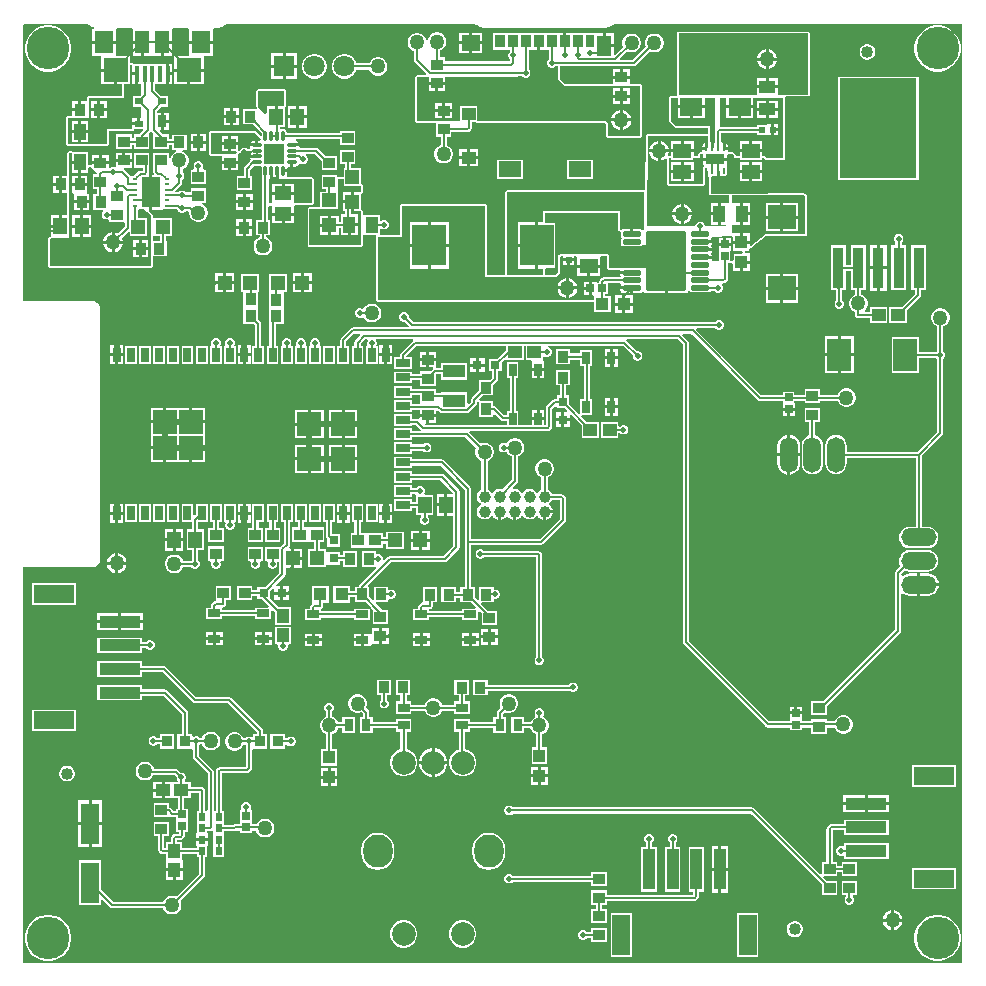
<source format=gtl>
G04*
G04 #@! TF.GenerationSoftware,Altium Limited,Altium Designer,21.6.1 (37)*
G04*
G04 Layer_Physical_Order=1*
G04 Layer_Color=255*
%FSLAX25Y25*%
%MOIN*%
G70*
G04*
G04 #@! TF.SameCoordinates,95DD4E70-6A61-474B-92DE-76CD3143066D*
G04*
G04*
G04 #@! TF.FilePolarity,Positive*
G04*
G01*
G75*
%ADD18C,0.00800*%
%ADD23R,0.02047X0.02205*%
%ADD24R,0.03800X0.13800*%
%ADD25R,0.25800X0.33300*%
%ADD26R,0.03937X0.03543*%
%ADD27R,0.02559X0.02559*%
%ADD28R,0.04724X0.04724*%
%ADD29C,0.05000*%
G04:AMPARAMS|DCode=30|XSize=9.84mil|YSize=19.68mil|CornerRadius=1.97mil|HoleSize=0mil|Usage=FLASHONLY|Rotation=180.000|XOffset=0mil|YOffset=0mil|HoleType=Round|Shape=RoundedRectangle|*
%AMROUNDEDRECTD30*
21,1,0.00984,0.01575,0,0,180.0*
21,1,0.00591,0.01968,0,0,180.0*
1,1,0.00394,-0.00295,0.00787*
1,1,0.00394,0.00295,0.00787*
1,1,0.00394,0.00295,-0.00787*
1,1,0.00394,-0.00295,-0.00787*
%
%ADD30ROUNDEDRECTD30*%
G04:AMPARAMS|DCode=31|XSize=59.06mil|YSize=17.72mil|CornerRadius=1.95mil|HoleSize=0mil|Usage=FLASHONLY|Rotation=0.000|XOffset=0mil|YOffset=0mil|HoleType=Round|Shape=RoundedRectangle|*
%AMROUNDEDRECTD31*
21,1,0.05906,0.01382,0,0,0.0*
21,1,0.05516,0.01772,0,0,0.0*
1,1,0.00390,0.02758,-0.00691*
1,1,0.00390,-0.02758,-0.00691*
1,1,0.00390,-0.02758,0.00691*
1,1,0.00390,0.02758,0.00691*
%
%ADD31ROUNDEDRECTD31*%
%ADD32R,0.06299X0.13780*%
%ADD33R,0.07480X0.04331*%
%ADD34R,0.02362X0.02835*%
%ADD37R,0.04528X0.04134*%
%ADD38R,0.04331X0.04331*%
%ADD39R,0.03543X0.03937*%
%ADD40R,0.02559X0.02559*%
%ADD41R,0.03150X0.03937*%
%ADD42R,0.03937X0.03150*%
%ADD43R,0.03740X0.03740*%
%ADD44R,0.02165X0.02165*%
%ADD45R,0.04134X0.04528*%
%ADD46R,0.03961X0.03773*%
%ADD47R,0.05512X0.04134*%
%ADD48R,0.04134X0.05512*%
%ADD49R,0.03773X0.03961*%
%ADD50R,0.13780X0.03937*%
%ADD51R,0.13386X0.05906*%
%ADD52R,0.07480X0.06299*%
%ADD53R,0.11221X0.13780*%
%ADD54R,0.03937X0.13780*%
%ADD55R,0.05906X0.13386*%
%ADD56R,0.13386X0.05906*%
%ADD57R,0.03937X0.05512*%
%ADD58R,0.03150X0.03150*%
%ADD59R,0.04724X0.04724*%
%ADD60R,0.03985X0.04952*%
%ADD61R,0.04952X0.03985*%
%ADD62R,0.06024X0.04764*%
%ADD63R,0.03937X0.04331*%
%ADD64R,0.05709X0.04528*%
%ADD65R,0.04528X0.05709*%
%ADD66R,0.07874X0.10630*%
%ADD67R,0.09173X0.07835*%
%ADD68R,0.02953X0.03150*%
%ADD69R,0.03150X0.02953*%
%ADD70R,0.04134X0.02559*%
%ADD71R,0.02559X0.04134*%
%ADD72R,0.04724X0.07480*%
%ADD73R,0.06299X0.07480*%
%ADD74R,0.08268X0.07874*%
%ADD75R,0.01575X0.05315*%
%ADD76R,0.02756X0.02362*%
%ADD77R,0.02756X0.03937*%
%ADD78R,0.07874X0.07874*%
%ADD79R,0.04724X0.02756*%
%ADD80R,0.02756X0.04724*%
%ADD81R,0.01575X0.00984*%
%ADD82R,0.06299X0.09843*%
%ADD83R,0.07480X0.05315*%
%ADD84R,0.04724X0.03937*%
%ADD85R,0.06102X0.05315*%
%ADD86R,0.03347X0.04331*%
%ADD87R,0.02953X0.04331*%
%ADD88R,0.04606X0.07087*%
%ADD168C,0.02000*%
G04:AMPARAMS|DCode=170|XSize=35.43mil|YSize=62.99mil|CornerRadius=1.95mil|HoleSize=0mil|Usage=FLASHONLY|Rotation=90.000|XOffset=0mil|YOffset=0mil|HoleType=Round|Shape=RoundedRectangle|*
%AMROUNDEDRECTD170*
21,1,0.03543,0.05909,0,0,90.0*
21,1,0.03154,0.06299,0,0,90.0*
1,1,0.00390,0.02955,0.01577*
1,1,0.00390,0.02955,-0.01577*
1,1,0.00390,-0.02955,-0.01577*
1,1,0.00390,-0.02955,0.01577*
%
%ADD170ROUNDEDRECTD170*%
G04:AMPARAMS|DCode=171|XSize=133.86mil|YSize=196.85mil|CornerRadius=2.01mil|HoleSize=0mil|Usage=FLASHONLY|Rotation=0.000|XOffset=0mil|YOffset=0mil|HoleType=Round|Shape=RoundedRectangle|*
%AMROUNDEDRECTD171*
21,1,0.13386,0.19284,0,0,0.0*
21,1,0.12984,0.19685,0,0,0.0*
1,1,0.00402,0.06492,-0.09642*
1,1,0.00402,-0.06492,-0.09642*
1,1,0.00402,-0.06492,0.09642*
1,1,0.00402,0.06492,0.09642*
%
%ADD171ROUNDEDRECTD171*%
%ADD172R,0.06693X0.06693*%
%ADD173O,0.03347X0.01102*%
%ADD174O,0.01102X0.03347*%
%ADD175C,0.04000*%
%ADD176C,0.02000*%
%ADD177C,0.14173*%
%ADD178O,0.11812X0.05906*%
%ADD179O,0.05906X0.11812*%
%ADD180C,0.07874*%
%ADD181O,0.09843X0.11024*%
%ADD182C,0.03960*%
%ADD183C,0.07087*%
%ADD184R,0.07087X0.07087*%
G36*
X313941Y1020D02*
X1020Y1020D01*
Y132839D01*
X24016D01*
X24072Y132850D01*
X24129Y132845D01*
X24479Y132884D01*
X24589Y132919D01*
X24702Y132935D01*
X25036Y133051D01*
X25134Y133109D01*
X25242Y133150D01*
X25540Y133338D01*
X25624Y133416D01*
X25719Y133480D01*
X25969Y133730D01*
X26032Y133825D01*
X26111Y133908D01*
X26299Y134207D01*
X26340Y134315D01*
X26398Y134413D01*
X26514Y134746D01*
X26530Y134860D01*
X26565Y134969D01*
X26604Y135320D01*
X26599Y135377D01*
X26610Y135433D01*
X26610Y218898D01*
X26599Y218954D01*
X26604Y219011D01*
X26565Y219361D01*
X26530Y219471D01*
X26514Y219584D01*
X26398Y219917D01*
X26340Y220016D01*
X26299Y220123D01*
X26111Y220422D01*
X26032Y220505D01*
X25969Y220601D01*
X25719Y220850D01*
X25624Y220914D01*
X25540Y220993D01*
X25242Y221181D01*
X25134Y221221D01*
X25035Y221280D01*
X24702Y221396D01*
X24589Y221412D01*
X24479Y221446D01*
X24129Y221486D01*
X24072Y221481D01*
X24016Y221492D01*
X1020D01*
X1020Y313587D01*
X1373Y313941D01*
X22403Y313937D01*
X22746Y313623D01*
X22838Y313567D01*
X22919Y313495D01*
X23662Y313061D01*
X23765Y313026D01*
X23859Y312972D01*
X24444Y312780D01*
X24364Y312280D01*
X23867D01*
Y308240D01*
X31766D01*
Y312063D01*
X31766Y312280D01*
X32149Y312563D01*
X37067D01*
X37450Y312280D01*
X37450Y312063D01*
Y308240D01*
X40612D01*
Y307740D01*
X41112D01*
Y303200D01*
X43643D01*
X43774Y303200D01*
X44143D01*
X44274Y303200D01*
X46805D01*
Y307740D01*
X47305D01*
Y308240D01*
X50467D01*
Y312063D01*
X50467Y312280D01*
X50850Y312563D01*
X55768D01*
X56150Y312280D01*
X56150Y312063D01*
Y308240D01*
X64050D01*
Y312063D01*
X64050Y312280D01*
X64433Y312563D01*
X65220D01*
X65273Y312574D01*
X65327Y312569D01*
X66184Y312659D01*
X66287Y312691D01*
X66395Y312704D01*
X67213Y312973D01*
X67308Y313026D01*
X67411Y313062D01*
X68154Y313498D01*
X68235Y313570D01*
X68328Y313627D01*
X68669Y313941D01*
X151671Y313937D01*
X152013Y313623D01*
X152106Y313567D01*
X152187Y313495D01*
X152930Y313061D01*
X153032Y313026D01*
X153127Y312972D01*
X153944Y312704D01*
X154052Y312691D01*
X154156Y312659D01*
X155011Y312569D01*
X155065Y312574D01*
X155118Y312563D01*
X194488D01*
X194541Y312574D01*
X194595Y312569D01*
X195451Y312659D01*
X195555Y312691D01*
X195663Y312704D01*
X196481Y312973D01*
X196576Y313026D01*
X196679Y313062D01*
X197422Y313498D01*
X197503Y313570D01*
X197596Y313627D01*
X197937Y313941D01*
X313941Y313941D01*
X313941Y1020D01*
D02*
G37*
%LPC*%
G36*
X139258Y311126D02*
X138442D01*
X137654Y310915D01*
X136947Y310507D01*
X136370Y309929D01*
X135962Y309223D01*
X135750Y308434D01*
X135250Y308394D01*
X135089Y308997D01*
X134681Y309703D01*
X134103Y310281D01*
X133397Y310689D01*
X132608Y310900D01*
X131792D01*
X131003Y310689D01*
X130297Y310281D01*
X129719Y309703D01*
X129311Y308997D01*
X129100Y308208D01*
Y307392D01*
X129311Y306603D01*
X129719Y305897D01*
X130297Y305319D01*
X131003Y304911D01*
X131180Y304864D01*
Y301854D01*
X131258Y301464D01*
X131479Y301133D01*
X135313Y297299D01*
X135106Y296799D01*
X132200D01*
X131741Y296609D01*
X131551Y296150D01*
Y281440D01*
X131741Y280981D01*
X132200Y280791D01*
X138531D01*
Y276347D01*
X140080D01*
Y273441D01*
X139903Y273394D01*
X139197Y272986D01*
X138619Y272408D01*
X138211Y271702D01*
X138000Y270913D01*
Y270097D01*
X138211Y269308D01*
X138619Y268601D01*
X139197Y268024D01*
X139903Y267616D01*
X140692Y267405D01*
X141508D01*
X142297Y267616D01*
X143003Y268024D01*
X143581Y268601D01*
X143989Y269308D01*
X144200Y270097D01*
Y270913D01*
X143989Y271702D01*
X143581Y272408D01*
X143003Y272986D01*
X142297Y273394D01*
X142120Y273441D01*
Y276347D01*
X143668D01*
Y277726D01*
X148903D01*
X149294Y277804D01*
X149624Y278025D01*
X150093Y278493D01*
X150314Y278824D01*
X150392Y279214D01*
Y281268D01*
X151756D01*
X151875Y280981D01*
X152334Y280791D01*
X194991D01*
X195250Y280531D01*
Y276490D01*
X195441Y276031D01*
X195900Y275841D01*
X206540D01*
X207000Y276031D01*
X207059Y276091D01*
X207249Y276550D01*
Y293200D01*
X207059Y293659D01*
X206600Y293849D01*
X203068D01*
Y295650D01*
X197531D01*
Y293849D01*
X181592D01*
X179749Y295692D01*
Y299709D01*
X204434D01*
X204824Y299786D01*
X205155Y300007D01*
X209908Y304760D01*
X210066Y304668D01*
X210855Y304457D01*
X211671D01*
X212460Y304668D01*
X213166Y305077D01*
X213744Y305654D01*
X214152Y306361D01*
X214363Y307149D01*
Y307965D01*
X214152Y308754D01*
X213744Y309461D01*
X213166Y310038D01*
X212460Y310446D01*
X211671Y310657D01*
X210855D01*
X210066Y310446D01*
X209360Y310038D01*
X208782Y309461D01*
X208374Y308754D01*
X208163Y307965D01*
Y307149D01*
X208374Y306361D01*
X208466Y306202D01*
X204012Y301748D01*
X199986D01*
X199794Y302210D01*
X202345Y304760D01*
X202503Y304668D01*
X203292Y304457D01*
X204108D01*
X204897Y304668D01*
X205604Y305077D01*
X206181Y305654D01*
X206589Y306361D01*
X206800Y307149D01*
Y307965D01*
X206589Y308754D01*
X206181Y309461D01*
X205604Y310038D01*
X204897Y310446D01*
X204108Y310657D01*
X203292D01*
X202503Y310446D01*
X201797Y310038D01*
X201219Y309461D01*
X200811Y308754D01*
X200600Y307965D01*
Y307149D01*
X200811Y306361D01*
X200903Y306202D01*
X198231Y303530D01*
X197731Y303737D01*
Y306171D01*
X194628D01*
Y306671D01*
X194128D01*
Y311015D01*
X191525D01*
Y310814D01*
X183873D01*
Y311015D01*
X181900D01*
Y308049D01*
X180900D01*
Y311015D01*
X178926D01*
Y310814D01*
X157473D01*
Y305284D01*
X163057D01*
Y304645D01*
X162720Y304308D01*
X162477Y303720D01*
Y303083D01*
X162720Y302496D01*
X163057Y302159D01*
Y301378D01*
X141419D01*
Y302730D01*
X139870D01*
Y305090D01*
X140047Y305137D01*
X140754Y305545D01*
X141331Y306122D01*
X141739Y306829D01*
X141950Y307618D01*
Y308434D01*
X141739Y309223D01*
X141331Y309929D01*
X140754Y310507D01*
X140047Y310915D01*
X139258Y311126D01*
D02*
G37*
G36*
X153912Y311015D02*
X150561D01*
Y308057D01*
X153912D01*
Y311015D01*
D02*
G37*
G36*
X149561D02*
X146210D01*
Y308057D01*
X149561D01*
Y311015D01*
D02*
G37*
G36*
X197731Y311015D02*
X195128D01*
Y307171D01*
X197731D01*
Y311015D01*
D02*
G37*
G36*
X153912Y307057D02*
X150561D01*
Y304100D01*
X153912D01*
Y307057D01*
D02*
G37*
G36*
X149561D02*
X146210D01*
Y304100D01*
X149561D01*
Y307057D01*
D02*
G37*
G36*
X50467Y307240D02*
X47805D01*
Y303200D01*
X50467D01*
Y307240D01*
D02*
G37*
G36*
X40112D02*
X37450D01*
Y303200D01*
X40112D01*
Y307240D01*
D02*
G37*
G36*
X282642Y307100D02*
X281958D01*
X281296Y306923D01*
X280703Y306580D01*
X280220Y306096D01*
X279877Y305504D01*
X279700Y304842D01*
Y304158D01*
X279877Y303496D01*
X280220Y302904D01*
X280703Y302419D01*
X281296Y302077D01*
X281958Y301900D01*
X282642D01*
X283303Y302077D01*
X283896Y302419D01*
X284381Y302904D01*
X284723Y303496D01*
X284900Y304158D01*
Y304842D01*
X284723Y305504D01*
X284381Y306096D01*
X283896Y306580D01*
X283303Y306923D01*
X282642Y307100D01*
D02*
G37*
G36*
X92343Y304083D02*
X88500D01*
Y300240D01*
X92343D01*
Y304083D01*
D02*
G37*
G36*
X87500D02*
X83657D01*
Y300240D01*
X87500D01*
Y304083D01*
D02*
G37*
G36*
X64050Y307240D02*
X56150D01*
Y303225D01*
X51229D01*
Y298988D01*
X61097D01*
Y303200D01*
X64050D01*
Y307240D01*
D02*
G37*
G36*
X306466Y313395D02*
X304952D01*
X303467Y313100D01*
X302068Y312521D01*
X300809Y311679D01*
X299738Y310609D01*
X298897Y309350D01*
X298317Y307951D01*
X298022Y306466D01*
Y304952D01*
X298317Y303467D01*
X298897Y302068D01*
X299738Y300809D01*
X300809Y299738D01*
X302068Y298897D01*
X303467Y298318D01*
X304952Y298022D01*
X306466D01*
X307951Y298318D01*
X309350Y298897D01*
X310609Y299738D01*
X311679Y300809D01*
X312520Y302068D01*
X313100Y303467D01*
X313395Y304952D01*
Y306466D01*
X313100Y307951D01*
X312520Y309350D01*
X311679Y310609D01*
X310609Y311679D01*
X309350Y312521D01*
X307951Y313100D01*
X306466Y313395D01*
D02*
G37*
G36*
X10009D02*
X8495D01*
X7010Y313100D01*
X5611Y312521D01*
X4352Y311679D01*
X3281Y310609D01*
X2440Y309350D01*
X1861Y307951D01*
X1565Y306466D01*
Y304952D01*
X1861Y303467D01*
X2440Y302068D01*
X3281Y300809D01*
X4352Y299738D01*
X5611Y298897D01*
X7010Y298318D01*
X8495Y298022D01*
X10009D01*
X11494Y298318D01*
X12893Y298897D01*
X14152Y299738D01*
X15223Y300809D01*
X16064Y302068D01*
X16643Y303467D01*
X16939Y304952D01*
Y306466D01*
X16643Y307951D01*
X16064Y309350D01*
X15223Y310609D01*
X14152Y311679D01*
X12893Y312521D01*
X11494Y313100D01*
X10009Y313395D01*
D02*
G37*
G36*
X50664Y300666D02*
X49576D01*
Y297709D01*
X50664D01*
Y300666D01*
D02*
G37*
G36*
X203068Y298721D02*
X200800D01*
Y296650D01*
X203068D01*
Y298721D01*
D02*
G37*
G36*
X199800D02*
X197531D01*
Y296650D01*
X199800D01*
Y298721D01*
D02*
G37*
G36*
X108545Y303884D02*
X107455D01*
X106401Y303601D01*
X105456Y303056D01*
X104684Y302284D01*
X104139Y301339D01*
X103857Y300286D01*
Y299195D01*
X104139Y298141D01*
X104684Y297196D01*
X105456Y296425D01*
X106401Y295879D01*
X107455Y295597D01*
X108545D01*
X109599Y295879D01*
X110544Y296425D01*
X111316Y297196D01*
X111861Y298141D01*
X112008Y298689D01*
X116264D01*
X116311Y298512D01*
X116719Y297805D01*
X117297Y297228D01*
X118003Y296820D01*
X118792Y296608D01*
X119608D01*
X120397Y296820D01*
X121103Y297228D01*
X121681Y297805D01*
X122089Y298512D01*
X122300Y299300D01*
Y300117D01*
X122089Y300905D01*
X121681Y301612D01*
X121103Y302189D01*
X120397Y302597D01*
X119608Y302808D01*
X118792D01*
X118003Y302597D01*
X117297Y302189D01*
X116719Y301612D01*
X116311Y300905D01*
X116264Y300728D01*
X112025D01*
X111861Y301339D01*
X111316Y302284D01*
X110544Y303056D01*
X109599Y303601D01*
X108545Y303884D01*
D02*
G37*
G36*
X98545D02*
X97455D01*
X96401Y303601D01*
X95456Y303056D01*
X94684Y302284D01*
X94139Y301339D01*
X93857Y300286D01*
Y299195D01*
X94139Y298141D01*
X94684Y297196D01*
X95456Y296425D01*
X96401Y295879D01*
X97455Y295597D01*
X98545D01*
X99599Y295879D01*
X100544Y296425D01*
X101315Y297196D01*
X101861Y298141D01*
X102143Y299195D01*
Y300286D01*
X101861Y301339D01*
X101315Y302284D01*
X100544Y303056D01*
X99599Y303601D01*
X98545Y303884D01*
D02*
G37*
G36*
X92343Y299240D02*
X88500D01*
Y295397D01*
X92343D01*
Y299240D01*
D02*
G37*
G36*
X87500D02*
X83657D01*
Y295397D01*
X87500D01*
Y299240D01*
D02*
G37*
G36*
X50664Y296709D02*
X49576D01*
Y293751D01*
X50664D01*
Y296709D01*
D02*
G37*
G36*
X31766Y307240D02*
X23867D01*
Y303200D01*
X26820D01*
Y298988D01*
X31754D01*
Y298488D01*
X32254D01*
Y293751D01*
X33751D01*
Y289949D01*
X23000D01*
X22541Y289759D01*
X22351Y289300D01*
Y288077D01*
X20350D01*
Y285308D01*
X19850D01*
Y284808D01*
X17279D01*
Y283149D01*
X15800D01*
X15341Y282959D01*
X15151Y282500D01*
Y273824D01*
X15341Y273365D01*
X15800Y273175D01*
X28700D01*
X29159Y273365D01*
X29459Y273665D01*
X29649Y274124D01*
Y278096D01*
X37273D01*
X37732Y278286D01*
X37922Y278746D01*
Y278872D01*
X40723D01*
X40930Y278372D01*
X39679Y277121D01*
X39639Y277061D01*
X37832D01*
Y275709D01*
X37083D01*
Y277061D01*
X31946D01*
Y272318D01*
X37083D01*
Y273670D01*
X37832D01*
Y272318D01*
X42968D01*
Y277061D01*
X42968D01*
X42832Y277390D01*
X43195Y277753D01*
X43239Y277779D01*
X43761D01*
X43805Y277753D01*
X44097Y277461D01*
X44331Y277061D01*
X44331D01*
X44331Y277061D01*
Y272318D01*
X49468D01*
Y273382D01*
X50642D01*
Y271834D01*
X51954D01*
X52020Y271334D01*
X51817Y271279D01*
X51110Y270871D01*
X50533Y270294D01*
X50125Y269587D01*
X49968Y269005D01*
X49468Y269070D01*
Y270762D01*
X44331D01*
Y267117D01*
X44312Y267019D01*
Y264469D01*
X44390Y264078D01*
X44487Y263932D01*
X44251Y263432D01*
X43985D01*
Y257711D01*
Y251990D01*
X47435D01*
Y252190D01*
X50187D01*
Y252262D01*
X52245D01*
Y252130D01*
X52489Y251542D01*
X52939Y251092D01*
X53527Y250848D01*
X54163D01*
X54752Y251092D01*
X55088Y251429D01*
X55735D01*
X56213Y251338D01*
Y250522D01*
X56424Y249733D01*
X56832Y249026D01*
X57409Y248449D01*
X58116Y248041D01*
X58904Y247830D01*
X59721D01*
X60509Y248041D01*
X61216Y248449D01*
X61793Y249026D01*
X62201Y249733D01*
X62413Y250522D01*
Y251338D01*
X62201Y252127D01*
X61793Y252833D01*
X61216Y253411D01*
X60509Y253819D01*
X60584Y254316D01*
X61881D01*
Y259060D01*
X56744D01*
Y257707D01*
X55088D01*
X54706Y258089D01*
X54118Y258333D01*
X53482D01*
X52894Y258089D01*
X52649Y257845D01*
X51891D01*
X51684Y258345D01*
X53580Y260241D01*
X53801Y260572D01*
X53879Y260962D01*
Y261789D01*
X53920Y261806D01*
X54370Y262256D01*
X54613Y262844D01*
Y263480D01*
X54370Y264069D01*
X54033Y264405D01*
Y265454D01*
X54210Y265502D01*
X54917Y265910D01*
X55494Y266487D01*
X55902Y267194D01*
X56113Y267982D01*
Y268799D01*
X55902Y269587D01*
X55494Y270294D01*
X54917Y270871D01*
X54210Y271279D01*
X54007Y271334D01*
X54073Y271834D01*
X55385D01*
Y276971D01*
X50642D01*
Y275422D01*
X49468D01*
Y277061D01*
X47381D01*
X46232Y278210D01*
X46424Y278672D01*
X46825D01*
Y281440D01*
Y284209D01*
X45520D01*
Y284886D01*
X46986Y286352D01*
X49303D01*
Y289914D01*
X46986D01*
X44978Y291922D01*
Y293951D01*
X47489D01*
Y293751D01*
X48576D01*
Y297209D01*
Y300666D01*
X47489D01*
Y300466D01*
X37771D01*
X37712Y300609D01*
X37253Y300799D01*
X36687D01*
Y303225D01*
X31766D01*
Y307240D01*
D02*
G37*
G36*
X61097Y297988D02*
X56663D01*
Y293751D01*
X61097D01*
Y297988D01*
D02*
G37*
G36*
X55663D02*
X51229D01*
Y293751D01*
X55663D01*
Y297988D01*
D02*
G37*
G36*
X31254D02*
X26820D01*
Y293751D01*
X31254D01*
Y297988D01*
D02*
G37*
G36*
X19350Y288077D02*
X17279D01*
Y285808D01*
X19350D01*
Y288077D01*
D02*
G37*
G36*
X95365Y286654D02*
X92801D01*
Y283500D01*
D01*
X95365D01*
Y283987D01*
Y286654D01*
D02*
G37*
G36*
X91801D02*
X89237D01*
Y283500D01*
X91801D01*
D01*
Y286654D01*
D02*
G37*
G36*
X72922Y285769D02*
X70850D01*
Y283500D01*
X72922D01*
Y285769D01*
D02*
G37*
G36*
X69850D02*
X67779D01*
Y283500D01*
X69850D01*
Y285769D01*
D02*
G37*
G36*
X49503Y284209D02*
X47825D01*
Y281940D01*
X49503D01*
Y284209D01*
D02*
G37*
G36*
X72922Y282500D02*
X70850D01*
Y280231D01*
X72922D01*
Y282500D01*
D02*
G37*
G36*
X69850D02*
X67779D01*
Y280231D01*
X69850D01*
Y282500D01*
D02*
G37*
G36*
X95365Y282500D02*
X92801D01*
Y279346D01*
X95365D01*
Y279489D01*
Y281948D01*
Y282500D01*
D02*
G37*
G36*
X91801D02*
X89237D01*
Y279346D01*
X91801D01*
Y282500D01*
D02*
G37*
G36*
X49503Y280940D02*
X47825D01*
Y278672D01*
X49503D01*
Y280940D01*
D02*
G37*
G36*
X262400Y311349D02*
X219413D01*
X218953Y311159D01*
X218763Y310700D01*
Y290351D01*
X218529Y290000D01*
X217002D01*
X216543Y289810D01*
X216352Y289351D01*
Y281448D01*
X216543Y280989D01*
X218069Y279462D01*
X218528Y279272D01*
X229251D01*
Y277140D01*
X209159D01*
X209041Y277091D01*
X208913Y277091D01*
X208853Y277067D01*
X208762Y276976D01*
X208643Y276928D01*
X208593Y276808D01*
X208500Y276716D01*
X208500Y276588D01*
X208450Y276470D01*
X208333Y258828D01*
X207831Y258495D01*
X207700Y258549D01*
X162196D01*
X161737Y258359D01*
X161547Y257900D01*
Y230205D01*
X155670D01*
Y253084D01*
X155480Y253544D01*
X155021Y253734D01*
X127057D01*
X126597Y253544D01*
X126407Y253084D01*
Y243470D01*
X120235D01*
X119807Y243644D01*
X119807Y243969D01*
Y245423D01*
X120294Y245644D01*
X120882Y245400D01*
X121518D01*
X122106Y245644D01*
X122556Y246094D01*
X122800Y246682D01*
Y247318D01*
X122556Y247906D01*
X122106Y248356D01*
X121518Y248600D01*
X120882D01*
X120294Y248356D01*
X119807Y248577D01*
Y250356D01*
X114589D01*
X114473Y250356D01*
X114089Y250636D01*
Y251523D01*
X113899Y251982D01*
X113637Y252091D01*
Y257280D01*
X113899Y257388D01*
X114089Y257847D01*
Y259990D01*
X113899Y260450D01*
X113637Y260558D01*
Y265915D01*
X110120D01*
Y267131D01*
X111669D01*
Y271874D01*
X106532D01*
Y267131D01*
X108081D01*
Y265915D01*
X107713D01*
Y262790D01*
X105900D01*
X105499Y263057D01*
Y263547D01*
X100363D01*
Y258804D01*
X101911D01*
Y258026D01*
X99969D01*
Y252839D01*
X96360D01*
X95901Y252649D01*
X95711Y252190D01*
Y240030D01*
X95901Y239571D01*
X96360Y239381D01*
X113440D01*
X113899Y239571D01*
X114089Y240030D01*
Y243364D01*
X114473Y243644D01*
X114589Y243644D01*
X118439D01*
X118671Y243144D01*
X118537Y242820D01*
Y221960D01*
X118727Y221501D01*
X119186Y221311D01*
X191223D01*
Y217735D01*
X196754D01*
Y223265D01*
X194920D01*
Y223832D01*
X195780D01*
Y227445D01*
X199794D01*
X200074Y227006D01*
X200080Y226945D01*
X200010Y226596D01*
Y226405D01*
X203783D01*
Y225905D01*
X204283D01*
Y224200D01*
X206540D01*
X206929Y224277D01*
X207258Y224497D01*
X207337Y224616D01*
X207907Y224618D01*
X207986Y224499D01*
X208317Y224278D01*
X208708Y224200D01*
X214700D01*
Y232500D01*
X206666Y232500D01*
X206540Y232525D01*
X201025D01*
X200899Y232500D01*
X199578D01*
X199578D01*
X196347Y232500D01*
X196347D01*
X196218D01*
Y232629D01*
Y236448D01*
X196028Y236907D01*
X195569Y237098D01*
X180464D01*
Y237146D01*
X180434D01*
X180400Y237172D01*
X180191Y237146D01*
X179980D01*
X179949Y237116D01*
X179907Y237110D01*
X179407Y236826D01*
X179352Y236755D01*
X179269Y236721D01*
X179205Y236566D01*
X179102Y236434D01*
X179113Y236345D01*
X179078Y236262D01*
Y230967D01*
X178317Y230205D01*
X174950D01*
Y232340D01*
X175083Y232540D01*
X178354D01*
Y247520D01*
X175083D01*
X174950Y247720D01*
Y250875D01*
X199151D01*
Y245368D01*
X199212Y245220D01*
X199227Y245061D01*
X199303Y244999D01*
X199341Y244908D01*
X199488Y244847D01*
X199611Y244746D01*
X200112Y244594D01*
X200214Y244102D01*
Y243128D01*
X200276Y242818D01*
X200442Y242539D01*
X200276Y242261D01*
X200214Y241951D01*
Y240569D01*
X200276Y240259D01*
X200323Y240188D01*
X200320Y240170D01*
X200335D01*
X200452Y239996D01*
X200715Y239820D01*
X201025Y239758D01*
X206540D01*
X206851Y239820D01*
X207114Y239996D01*
X207230Y240170D01*
X221446D01*
X221800Y239816D01*
X221800Y232500D01*
X220579D01*
X219858Y233221D01*
X219527Y233442D01*
X219137Y233520D01*
X218747Y233442D01*
X218416Y233221D01*
X218195Y232890D01*
X218117Y232500D01*
X218117Y232500D01*
X215700D01*
Y224200D01*
X221692D01*
X222083Y224278D01*
X222414Y224499D01*
X222620Y224808D01*
X222902Y224863D01*
X223148Y224848D01*
X223286Y224641D01*
X223549Y224466D01*
X223859Y224404D01*
X229375D01*
X229685Y224466D01*
X229948Y224641D01*
X230112Y224886D01*
X231424D01*
X231761Y224549D01*
X232349Y224305D01*
X232985D01*
X233573Y224549D01*
X234023Y224999D01*
X234267Y225587D01*
Y226224D01*
X234023Y226812D01*
X233890Y226945D01*
X234097Y227445D01*
X234331D01*
X234721Y227522D01*
X235052Y227743D01*
X235521Y228212D01*
X235742Y228543D01*
X235820Y228933D01*
Y234106D01*
X236320Y234317D01*
X236680Y234168D01*
X237200D01*
X237531Y233764D01*
Y231450D01*
X239800D01*
Y234416D01*
X240300D01*
Y234916D01*
D01*
X243068D01*
Y237381D01*
X241842D01*
X241629Y237487D01*
X241368Y237881D01*
X241368Y237887D01*
X241351Y237935D01*
X241640Y238343D01*
X242868D01*
Y238970D01*
X243350Y239299D01*
X243449Y239245D01*
X243589Y239285D01*
X243735Y239278D01*
X243818Y239352D01*
X243926Y239384D01*
X248618Y243151D01*
X261600D01*
X262059Y243341D01*
X262249Y243800D01*
Y256446D01*
X262249Y256446D01*
X262249Y256447D01*
X262154Y256676D01*
X262059Y256905D01*
X262059Y256905D01*
X262058Y256906D01*
X261704Y257259D01*
X261703Y257259D01*
X261703Y257260D01*
X261475Y257353D01*
X261244Y257448D01*
X261244Y257448D01*
X261243Y257448D01*
X237280Y257351D01*
X237162Y257301D01*
X237033Y257301D01*
X236696Y257188D01*
X236329Y257275D01*
X236150Y257349D01*
X230315D01*
Y262685D01*
X230317Y262858D01*
X230732Y263157D01*
X230910D01*
X231299Y263235D01*
X231600Y263435D01*
X231900Y263235D01*
X232084Y263198D01*
Y264961D01*
X233084D01*
Y263198D01*
X233268Y263235D01*
X233598Y263455D01*
X233691Y263594D01*
X233946Y263423D01*
X234257Y263361D01*
X234847D01*
X235158Y263423D01*
X235422Y263599D01*
X235598Y263863D01*
X235660Y264174D01*
Y265749D01*
X235598Y266059D01*
X235422Y266323D01*
X235375Y266561D01*
X235491Y266736D01*
X235569Y267125D01*
Y267125D01*
Y268201D01*
X231600D01*
X227631D01*
Y267125D01*
X227708Y266736D01*
X227824Y266562D01*
X227777Y266323D01*
X227601Y266059D01*
X227539Y265749D01*
Y265062D01*
X227497Y264961D01*
Y263149D01*
X227403Y262973D01*
X227413Y262941D01*
X227400Y262909D01*
Y260600D01*
X216200D01*
Y260729D01*
D01*
X216200Y268600D01*
D01*
Y269100D01*
X217002D01*
Y268636D01*
X224225D01*
Y268966D01*
D01*
Y269100D01*
X224425D01*
D01*
X225968D01*
X226427Y269290D01*
X226617Y269749D01*
Y270206D01*
D01*
Y270505D01*
X226995D01*
X226999Y270509D01*
X227187Y270611D01*
X227195Y270608D01*
X227334Y270505D01*
X227444D01*
X227618Y270294D01*
X227632Y270283D01*
X227631Y270278D01*
Y270278D01*
D01*
Y269201D01*
X231600D01*
X235569D01*
Y270278D01*
Y270278D01*
X235568Y270283D01*
X235581Y270293D01*
X235755Y270505D01*
X235865D01*
X236004Y270608D01*
X236012Y270610D01*
X236200Y270509D01*
X236235Y270519D01*
X236268Y270505D01*
X237283D01*
X237731Y270056D01*
Y269927D01*
D01*
Y269749D01*
X237922Y269290D01*
X238381Y269100D01*
X239898D01*
Y268636D01*
X247122D01*
Y268966D01*
D01*
Y269100D01*
X247963D01*
X248422Y268641D01*
D01*
X248882Y268451D01*
X254300D01*
X254759Y268641D01*
X254949Y269100D01*
Y289351D01*
X255184Y289701D01*
X262400D01*
X262859Y289891D01*
X263049Y290351D01*
Y310700D01*
X262859Y311159D01*
X262400Y311349D01*
D02*
G37*
G36*
X88000Y292149D02*
X79309D01*
X78850Y291959D01*
X78660Y291500D01*
Y286341D01*
X78772Y286069D01*
X78697Y285863D01*
X78544Y285623D01*
X78479Y285568D01*
X74278D01*
Y280653D01*
Y280432D01*
X77504D01*
X77700Y280139D01*
X80494Y277344D01*
Y276662D01*
X79994Y276455D01*
X78378Y278072D01*
X77919Y278262D01*
X63600D01*
X63141Y278072D01*
X62951Y277613D01*
Y270602D01*
X63141Y270143D01*
X63600Y269952D01*
X67065D01*
Y268141D01*
X69833D01*
X72602D01*
Y270000D01*
Y270213D01*
X72602D01*
X72673Y270610D01*
X73046Y270882D01*
X73204Y270927D01*
X73369D01*
X73434Y270992D01*
X73524Y271018D01*
X73604Y271162D01*
X73720Y271278D01*
X73845Y271579D01*
X74112Y271846D01*
X74461Y271991D01*
X74840D01*
X75189Y271846D01*
X75205Y271830D01*
X75664Y271640D01*
X76275D01*
X76325Y271613D01*
X76419Y271140D01*
X76449Y271095D01*
X76711Y270683D01*
X76449Y270271D01*
X76419Y270226D01*
X76414Y270199D01*
X78814D01*
Y269199D01*
X76414D01*
X76419Y269172D01*
X76718Y268725D01*
X76616Y268192D01*
X76607Y268180D01*
X76585Y268065D01*
X75734Y267215D01*
X74897Y266378D01*
X74676Y266047D01*
X74598Y265657D01*
Y263232D01*
X72082D01*
Y258489D01*
X77219D01*
Y263232D01*
X76638D01*
Y265234D01*
X77471Y266068D01*
X77960Y266557D01*
X79936D01*
X79975Y266564D01*
X80168Y266554D01*
X80492Y266230D01*
X80502Y266037D01*
X80494Y265998D01*
Y263754D01*
X80584Y263305D01*
X80649Y263208D01*
Y263068D01*
Y248569D01*
X78470D01*
Y243432D01*
X79822D01*
Y242762D01*
X79645Y242715D01*
X78938Y242307D01*
X78361Y241730D01*
X77953Y241023D01*
X77741Y240234D01*
Y239418D01*
X77953Y238630D01*
X78361Y237923D01*
X78938Y237346D01*
X79645Y236937D01*
X80433Y236726D01*
X81249D01*
X81249D01*
X82038Y236937D01*
X82745Y237346D01*
X83322Y237923D01*
X83730Y238630D01*
X83941Y239418D01*
Y240234D01*
X83730Y241023D01*
X83322Y241730D01*
X82745Y242307D01*
X82038Y242715D01*
X81861Y242762D01*
Y243432D01*
X83213D01*
Y248569D01*
X82688D01*
Y252936D01*
D01*
X83172Y253412D01*
X83173D01*
X83453D01*
X83657Y253412D01*
X83916Y252989D01*
X83919Y252980D01*
Y250930D01*
X91228D01*
Y252448D01*
Y252980D01*
X91231Y252989D01*
X91490Y253412D01*
X91728Y253412D01*
X96961D01*
X97420Y253602D01*
X97559Y253741D01*
X97749Y254200D01*
Y262100D01*
X97559Y262559D01*
X97100Y262749D01*
X89129D01*
X88849Y263223D01*
X88851Y263249D01*
X88951Y263754D01*
Y264376D01*
X87574D01*
Y265376D01*
X88951D01*
Y265914D01*
X89146Y266160D01*
X89390Y266353D01*
X89928D01*
Y267730D01*
X90928D01*
Y266353D01*
X91550D01*
X92077Y266458D01*
X92524Y266756D01*
X92823Y267203D01*
X92826Y267219D01*
X93369Y267384D01*
X93394Y267358D01*
X93982Y267115D01*
X94618D01*
X95206Y267358D01*
X95656Y267809D01*
X95900Y268397D01*
Y269033D01*
X95656Y269621D01*
X95206Y270071D01*
X95021Y270148D01*
X95121Y270648D01*
X98055D01*
X100363Y268341D01*
Y265103D01*
X105499D01*
Y269847D01*
X101741D01*
X99199Y272389D01*
X98868Y272609D01*
X98478Y272687D01*
X93070D01*
X92862Y273136D01*
X90428D01*
Y274136D01*
X92828D01*
X92823Y274163D01*
X92524Y274610D01*
X92077Y274909D01*
X91765Y274971D01*
X91815Y275471D01*
X106532D01*
Y273430D01*
X111669D01*
Y278173D01*
X106532D01*
Y277510D01*
X88747D01*
Y277613D01*
X88658Y278062D01*
X88403Y278443D01*
X88023Y278697D01*
X87574Y278786D01*
X87124Y278697D01*
X86625Y278964D01*
Y279546D01*
X88078D01*
Y286037D01*
X88459Y286195D01*
X88649Y286654D01*
Y291500D01*
X88459Y291959D01*
X88000Y292149D01*
D02*
G37*
G36*
X61884Y277171D02*
X59813D01*
Y274902D01*
X61884D01*
Y277171D01*
D02*
G37*
G36*
X58813D02*
X56741D01*
Y274902D01*
X58813D01*
Y277171D01*
D02*
G37*
G36*
X61884Y273902D02*
X59813D01*
Y271634D01*
X61884D01*
Y273902D01*
D02*
G37*
G36*
X58813D02*
X56741D01*
Y271634D01*
X58813D01*
Y273902D01*
D02*
G37*
G36*
X152534Y272038D02*
X149872D01*
Y269770D01*
X152534D01*
Y272038D01*
D02*
G37*
G36*
X148872D02*
X146210D01*
Y269770D01*
X148872D01*
Y272038D01*
D02*
G37*
G36*
X37283Y270962D02*
X35015D01*
Y268891D01*
X37283D01*
Y270962D01*
D02*
G37*
G36*
X34015D02*
X31746D01*
Y268891D01*
X34015D01*
Y270962D01*
D02*
G37*
G36*
X29418Y270207D02*
X27150D01*
Y268135D01*
X29418D01*
Y270207D01*
D02*
G37*
G36*
X26149D02*
X23881D01*
Y268135D01*
X26149D01*
Y270207D01*
D02*
G37*
G36*
X152534Y268770D02*
X149872D01*
Y266501D01*
X152534D01*
Y268770D01*
D02*
G37*
G36*
X148872D02*
X146210D01*
Y266501D01*
X148872D01*
Y268770D01*
D02*
G37*
G36*
X247322Y267785D02*
X244010D01*
Y265103D01*
X247322D01*
Y267785D01*
D02*
G37*
G36*
X224425D02*
X221113D01*
Y265103D01*
X224425D01*
Y267785D01*
D02*
G37*
G36*
X243010D02*
X239699D01*
Y265103D01*
X243010D01*
Y267785D01*
D02*
G37*
G36*
X220113D02*
X216802D01*
Y265103D01*
X220113D01*
Y267785D01*
D02*
G37*
G36*
X72602Y267141D02*
X70333D01*
Y265069D01*
X72602D01*
Y267141D01*
D02*
G37*
G36*
X69333D02*
X67065D01*
Y265069D01*
X69333D01*
Y267141D01*
D02*
G37*
G36*
X190996Y268689D02*
X182316D01*
Y262174D01*
X190996D01*
Y268689D01*
D02*
G37*
G36*
X167492D02*
X158811D01*
Y262174D01*
X167492D01*
Y268689D01*
D02*
G37*
G36*
X299500Y296350D02*
X272500D01*
Y261850D01*
X299500D01*
Y296350D01*
D02*
G37*
G36*
X247322Y264103D02*
X244010D01*
Y261421D01*
X247322D01*
Y264103D01*
D02*
G37*
G36*
X243010D02*
X239699D01*
Y261421D01*
X243010D01*
Y264103D01*
D02*
G37*
G36*
X224425D02*
X221113D01*
Y261421D01*
X224425D01*
Y264103D01*
D02*
G37*
G36*
X220113D02*
X216802D01*
Y261421D01*
X220113D01*
Y264103D01*
D02*
G37*
G36*
X12901Y263162D02*
X10829D01*
Y260894D01*
X12901D01*
Y263162D01*
D02*
G37*
G36*
X59631Y268150D02*
X58994D01*
X58406Y267907D01*
X57956Y267457D01*
X57713Y266869D01*
Y266232D01*
X57867Y265859D01*
X57588Y265359D01*
X56744D01*
Y260615D01*
X61881D01*
Y265359D01*
X61037D01*
X60758Y265859D01*
X60913Y266232D01*
Y266869D01*
X60669Y267457D01*
X60219Y267907D01*
X59631Y268150D01*
D02*
G37*
G36*
X12901Y259894D02*
X10829D01*
Y257625D01*
X12901D01*
Y259894D01*
D02*
G37*
G36*
X77419Y257133D02*
X75151D01*
Y255061D01*
X77419D01*
Y257133D01*
D02*
G37*
G36*
X74151D02*
X71882D01*
Y255061D01*
X74151D01*
Y257133D01*
D02*
G37*
G36*
X77419Y254061D02*
X75151D01*
Y251990D01*
X77419D01*
Y254061D01*
D02*
G37*
G36*
X74151D02*
X71882D01*
Y251990D01*
X74151D01*
Y254061D01*
D02*
G37*
G36*
X91228Y249930D02*
X88073D01*
Y247366D01*
X91228D01*
Y249930D01*
D02*
G37*
G36*
X87073D02*
X83919D01*
Y247366D01*
X87073D01*
Y249930D01*
D02*
G37*
G36*
X12839Y250155D02*
X10275D01*
Y247001D01*
X12839D01*
Y250155D01*
D02*
G37*
G36*
X77114Y248769D02*
X75042D01*
Y246501D01*
X77114D01*
Y248769D01*
D02*
G37*
G36*
X74042D02*
X71970D01*
Y246501D01*
X74042D01*
Y248769D01*
D02*
G37*
G36*
X77114Y245501D02*
X75042D01*
Y243232D01*
X77114D01*
Y245501D01*
D02*
G37*
G36*
X74042D02*
X71970D01*
Y243232D01*
X74042D01*
Y245501D01*
D02*
G37*
G36*
X281800Y240150D02*
X276800D01*
Y233670D01*
X275100D01*
Y240150D01*
X270100D01*
Y225150D01*
X271798D01*
X271879Y225029D01*
X271957Y224951D01*
Y221743D01*
X271620Y221406D01*
X271376Y220818D01*
Y220182D01*
X271620Y219594D01*
X272070Y219144D01*
X272658Y218900D01*
X273294D01*
X273883Y219144D01*
X274333Y219594D01*
X274576Y220182D01*
Y220818D01*
X274333Y221406D01*
X273996Y221743D01*
Y225150D01*
X275100D01*
Y231630D01*
X276800D01*
Y225150D01*
X278280D01*
Y223636D01*
X278103Y223589D01*
X277397Y223181D01*
X276819Y222603D01*
X276411Y221897D01*
X276200Y221108D01*
Y220292D01*
X276411Y219503D01*
X276819Y218796D01*
X277397Y218219D01*
X278103Y217811D01*
X278280Y217764D01*
Y216900D01*
X278358Y216510D01*
X278579Y216179D01*
X278910Y215958D01*
X279300Y215880D01*
X283188D01*
Y214233D01*
X288916D01*
Y219567D01*
X283188D01*
Y217919D01*
X281611D01*
X281404Y218420D01*
X281781Y218796D01*
X282189Y219503D01*
X282400Y220292D01*
Y221108D01*
X282189Y221897D01*
X281781Y222603D01*
X281204Y223181D01*
X280497Y223589D01*
X280320Y223636D01*
Y225150D01*
X281800D01*
Y240150D01*
D02*
G37*
G36*
X288700Y240350D02*
X286500D01*
Y233150D01*
X288700D01*
Y240350D01*
D02*
G37*
G36*
X285500D02*
X283300D01*
Y233150D01*
X285500D01*
Y240350D01*
D02*
G37*
G36*
X17082Y271518D02*
X16300D01*
X15841Y271328D01*
X15651Y270868D01*
Y263162D01*
X13901D01*
Y260394D01*
Y257625D01*
X15651D01*
Y250155D01*
X13839D01*
Y246501D01*
X13339D01*
Y246001D01*
X10275D01*
Y243032D01*
X10182Y242994D01*
X10036Y242986D01*
X9619Y242786D01*
X9544Y242702D01*
X9441Y242659D01*
X9385Y242524D01*
X9287Y242415D01*
X9294Y242304D01*
X9251Y242200D01*
Y233200D01*
X9441Y232741D01*
X9900Y232551D01*
X43485D01*
X43944Y232741D01*
X44134Y233200D01*
Y236432D01*
X48721D01*
Y241569D01*
X48638D01*
Y243138D01*
X50581D01*
Y249062D01*
X44657D01*
Y243138D01*
X46599D01*
Y241569D01*
X44134D01*
X44134Y250132D01*
X44119Y250170D01*
X44130Y250210D01*
X44026Y250395D01*
X43944Y250592D01*
X43906Y250607D01*
X43886Y250643D01*
X42773Y251517D01*
X42937Y251990D01*
X42985D01*
Y257711D01*
Y263557D01*
X42818Y263932D01*
X42928Y264095D01*
X43005Y264486D01*
Y265566D01*
X42988Y265651D01*
Y266550D01*
X42988Y266551D01*
Y267019D01*
X42968Y267117D01*
Y270762D01*
X37832D01*
Y266019D01*
X40949D01*
Y265583D01*
X40966Y265498D01*
Y265019D01*
X40030D01*
X39640Y264942D01*
X39309Y264721D01*
X37836Y263248D01*
X37826Y263232D01*
X36783D01*
X36377Y263460D01*
X34648Y265190D01*
X34454Y265319D01*
X34606Y265819D01*
X37283D01*
Y267891D01*
X34515D01*
X31746D01*
Y266300D01*
X31331Y266022D01*
X31218Y266069D01*
X30582D01*
X29994Y265825D01*
X29918Y265749D01*
X29418Y265956D01*
Y267135D01*
X23881D01*
Y266942D01*
X23381Y266702D01*
X23363Y266707D01*
X23281Y266780D01*
X23133Y266772D01*
X22991Y266811D01*
X22919Y266771D01*
X22850Y266789D01*
X22419Y267087D01*
Y271078D01*
X17645D01*
X17541Y271328D01*
X17082Y271518D01*
D02*
G37*
G36*
X243068Y233916D02*
X240800D01*
D01*
Y231450D01*
X243068D01*
Y233916D01*
D02*
G37*
G36*
X71337Y230762D02*
X68675D01*
Y228100D01*
X71337D01*
Y230762D01*
D02*
G37*
G36*
X67675D02*
X65013D01*
Y228100D01*
X67675D01*
Y230762D01*
D02*
G37*
G36*
X97163Y230762D02*
X94501D01*
Y228100D01*
X97163D01*
Y230762D01*
D02*
G37*
G36*
X93501D02*
X90838D01*
Y228100D01*
X93501D01*
Y230762D01*
D02*
G37*
G36*
X259187Y230429D02*
X254300D01*
Y226212D01*
X259187D01*
Y230429D01*
D02*
G37*
G36*
X253300D02*
X248413D01*
Y226212D01*
X253300D01*
Y230429D01*
D02*
G37*
G36*
X293066Y243939D02*
X292430D01*
X291842Y243695D01*
X291392Y243245D01*
X291148Y242657D01*
Y242021D01*
X291392Y241433D01*
X291680Y241144D01*
Y240150D01*
X290200D01*
Y225150D01*
X295200D01*
Y240150D01*
X293720D01*
Y241048D01*
X294104Y241433D01*
X294348Y242021D01*
Y242657D01*
X294104Y243245D01*
X293654Y243695D01*
X293066Y243939D01*
D02*
G37*
G36*
X288700Y232150D02*
X286500D01*
Y224950D01*
X288700D01*
Y232150D01*
D02*
G37*
G36*
X285500D02*
X283300D01*
Y224950D01*
X285500D01*
Y232150D01*
D02*
G37*
G36*
X71337Y227100D02*
X68675D01*
Y224438D01*
X71337D01*
Y227100D01*
D02*
G37*
G36*
X67675D02*
X65013D01*
Y224438D01*
X67675D01*
Y227100D01*
D02*
G37*
G36*
X97163Y227100D02*
X94501D01*
Y224438D01*
X97163D01*
Y227100D01*
D02*
G37*
G36*
X93501D02*
X90838D01*
Y224438D01*
X93501D01*
Y227100D01*
D02*
G37*
G36*
X203283Y225405D02*
X200010D01*
Y225215D01*
X200088Y224826D01*
X200307Y224497D01*
X200637Y224277D01*
X201025Y224200D01*
X203283D01*
Y225405D01*
D02*
G37*
G36*
X204040Y223465D02*
X201575D01*
Y221000D01*
X204040D01*
Y223465D01*
D02*
G37*
G36*
X200575D02*
X198109D01*
Y221000D01*
X200575D01*
Y223465D01*
D02*
G37*
G36*
X259187Y225212D02*
X254300D01*
Y220994D01*
X259187D01*
Y225212D01*
D02*
G37*
G36*
X253300D02*
X248413D01*
Y220994D01*
X253300D01*
Y225212D01*
D02*
G37*
G36*
X117548Y220635D02*
X116732D01*
X115944Y220423D01*
X115237Y220015D01*
X114660Y219438D01*
X114479Y219125D01*
X114006Y218891D01*
X113418Y219135D01*
X112782D01*
X112194Y218891D01*
X111744Y218441D01*
X111500Y217853D01*
Y217216D01*
X111744Y216628D01*
X112194Y216178D01*
X112782Y215935D01*
X113418D01*
X114006Y216178D01*
X114479Y215944D01*
X114660Y215631D01*
X115237Y215054D01*
X115944Y214646D01*
X116732Y214435D01*
X117548D01*
X118337Y214646D01*
X119044Y215054D01*
X119621Y215631D01*
X120029Y216338D01*
X120240Y217126D01*
Y217943D01*
X120029Y218731D01*
X119621Y219438D01*
X119044Y220015D01*
X118337Y220423D01*
X117548Y220635D01*
D02*
G37*
G36*
X204040Y220000D02*
X201575D01*
Y217535D01*
X204040D01*
Y220000D01*
D02*
G37*
G36*
X200575D02*
X198109D01*
Y217535D01*
X200575D01*
Y220000D01*
D02*
G37*
G36*
X301900Y240150D02*
X296900D01*
Y225150D01*
X298180D01*
Y223974D01*
X293773Y219567D01*
X289684D01*
Y214233D01*
X295412D01*
Y218322D01*
X299921Y222831D01*
X300142Y223162D01*
X300220Y223552D01*
Y225150D01*
X301900D01*
Y240150D01*
D02*
G37*
G36*
X128198Y217800D02*
X127562D01*
X126974Y217556D01*
X126524Y217106D01*
X126280Y216518D01*
Y215882D01*
X126524Y215294D01*
X126974Y214844D01*
X127562Y214600D01*
X128038D01*
X129419Y213220D01*
X129211Y212720D01*
X110856D01*
X110465Y212642D01*
X110135Y212421D01*
X106935Y209221D01*
X106714Y208890D01*
X106636Y208500D01*
Y206506D01*
X105678D01*
Y200581D01*
X109634D01*
Y206506D01*
X108675D01*
Y208078D01*
X111278Y210680D01*
X113231D01*
X113438Y210180D01*
X111659Y208401D01*
X111438Y208070D01*
X111360Y207680D01*
Y206506D01*
X110402D01*
Y200581D01*
X114358D01*
Y206506D01*
X113400D01*
Y207258D01*
X115022Y208880D01*
X115597D01*
X115804Y208380D01*
X115748Y208324D01*
X115504Y207736D01*
Y207100D01*
X115543Y207006D01*
X115209Y206506D01*
X115126D01*
Y200581D01*
X119082D01*
Y206506D01*
X119000D01*
X118665Y207006D01*
X118704Y207100D01*
Y207736D01*
X118461Y208324D01*
X118405Y208380D01*
X118612Y208880D01*
X130757D01*
X130908Y208380D01*
X130875Y208358D01*
X126781Y204264D01*
X126560Y203934D01*
X126482Y203543D01*
Y202750D01*
X124540D01*
Y198794D01*
X130464D01*
Y202750D01*
X128832D01*
X128650Y203250D01*
X132018Y206617D01*
X161977D01*
Y205281D01*
X158891Y202195D01*
X156082D01*
Y198042D01*
X157237D01*
Y196014D01*
X156430Y195207D01*
X152932D01*
Y191709D01*
X150422Y189199D01*
X150201Y188868D01*
X150124Y188478D01*
Y187925D01*
X149402Y187203D01*
X148940Y187394D01*
Y191044D01*
X140260D01*
Y190768D01*
X138368D01*
Y192120D01*
X134833D01*
X134615Y192265D01*
X134225Y192342D01*
X130464D01*
Y193301D01*
X124540D01*
Y189345D01*
X130464D01*
Y190303D01*
X133231D01*
Y187376D01*
X132788Y187240D01*
X130464D01*
Y188576D01*
X124540D01*
Y184620D01*
X130464D01*
Y185201D01*
X133031D01*
Y183949D01*
X135800D01*
X138568D01*
Y184842D01*
X139068Y185049D01*
X139725Y184392D01*
X140056Y184171D01*
X140446Y184094D01*
X148754D01*
X149145Y184171D01*
X149475Y184392D01*
X151864Y186781D01*
X152085Y187112D01*
X152163Y187502D01*
Y188056D01*
X152229Y188122D01*
X152434D01*
X152932Y187624D01*
Y182983D01*
X157675D01*
Y183529D01*
X158137Y183721D01*
X160179Y181679D01*
X160510Y181458D01*
X160900Y181380D01*
X162192D01*
Y180253D01*
X134979D01*
X134893Y180377D01*
X135155Y180877D01*
X135300D01*
Y182949D01*
X133031D01*
Y182526D01*
X132657Y182266D01*
X132531Y182232D01*
X132200Y182298D01*
X130464D01*
Y183852D01*
X124540D01*
Y179896D01*
X130464D01*
Y180258D01*
X131778D01*
X133367Y178669D01*
X133160Y178169D01*
X130464D01*
Y179128D01*
X124540D01*
Y175172D01*
X130464D01*
Y176130D01*
X148328D01*
X151903Y172555D01*
X151811Y172397D01*
X151600Y171608D01*
Y170792D01*
X151811Y170003D01*
X152219Y169297D01*
X152796Y168719D01*
X153503Y168311D01*
X153680Y168264D01*
Y158691D01*
X153116Y158364D01*
X152636Y157884D01*
X152296Y157296D01*
X152120Y156640D01*
Y155960D01*
X152296Y155304D01*
X152636Y154716D01*
X153116Y154235D01*
X153370Y154089D01*
Y153511D01*
X153116Y153365D01*
X152636Y152884D01*
X152296Y152296D01*
X152120Y151640D01*
Y150960D01*
X152296Y150304D01*
X152636Y149716D01*
X153116Y149235D01*
X153704Y148896D01*
X154360Y148720D01*
X155040D01*
X155696Y148896D01*
X156284Y149235D01*
X156764Y149716D01*
X156796Y149770D01*
X157373Y149770D01*
X157475Y149593D01*
X157993Y149075D01*
X158627Y148709D01*
X159200Y148556D01*
Y151300D01*
X160200D01*
Y148556D01*
X160773Y148709D01*
X161407Y149075D01*
X161908Y149576D01*
X161979Y149637D01*
X162420D01*
X162492Y149576D01*
X162993Y149075D01*
X163627Y148709D01*
X164200Y148556D01*
Y151300D01*
X165200D01*
Y148556D01*
X165773Y148709D01*
X166407Y149075D01*
X166925Y149593D01*
X167027Y149770D01*
X167604Y149770D01*
X167636Y149716D01*
X168116Y149235D01*
X168704Y148896D01*
X169360Y148720D01*
X170040D01*
X170696Y148896D01*
X171284Y149235D01*
X171765Y149716D01*
X171796Y149770D01*
X172373Y149770D01*
X172476Y149593D01*
X172993Y149075D01*
X173627Y148709D01*
X174200Y148556D01*
Y151300D01*
X174700D01*
Y151800D01*
X177444D01*
X177291Y152373D01*
X176925Y153007D01*
X176407Y153524D01*
X176230Y153627D01*
X176230Y154204D01*
X176284Y154235D01*
X176765Y154716D01*
X177091Y155280D01*
X179768D01*
Y148851D01*
X173271Y142354D01*
X150077D01*
Y159016D01*
X150000Y159406D01*
X149779Y159737D01*
X141094Y168422D01*
X140763Y168643D01*
X140373Y168720D01*
X130464D01*
Y169679D01*
X124540D01*
Y165723D01*
X130464D01*
Y166681D01*
X139951D01*
X148038Y158594D01*
Y141334D01*
Y126221D01*
X146686D01*
Y124672D01*
X145072D01*
Y126221D01*
X140329D01*
Y121084D01*
X145072D01*
Y122633D01*
X146686D01*
Y121084D01*
X150185D01*
X151795Y119474D01*
X151603Y119012D01*
X147302D01*
Y118152D01*
X136298D01*
Y118883D01*
X136401D01*
X136792Y118961D01*
X137122Y119182D01*
X137343Y119513D01*
X137421Y119903D01*
Y121084D01*
X138773D01*
Y126221D01*
X134030D01*
Y121084D01*
X133646Y120803D01*
X133378Y120624D01*
X132910Y120155D01*
X132689Y119825D01*
X132611Y119434D01*
Y119012D01*
X130964D01*
Y115253D01*
X136298D01*
Y116113D01*
X147302D01*
Y115253D01*
X152636D01*
Y117979D01*
X153098Y118170D01*
X153732Y117537D01*
Y113478D01*
X158869D01*
Y118221D01*
X155931D01*
X153530Y120622D01*
X153722Y121084D01*
X157729D01*
Y122013D01*
X157938Y122153D01*
X158575D01*
X159163Y122396D01*
X159613Y122846D01*
X159856Y123434D01*
Y124071D01*
X159613Y124659D01*
X159163Y125109D01*
X158575Y125353D01*
X157938D01*
X157729Y125493D01*
Y126221D01*
X152986D01*
Y121820D01*
X152524Y121629D01*
X151430Y122723D01*
Y126221D01*
X150077D01*
Y140315D01*
X173693D01*
X174083Y140392D01*
X174414Y140613D01*
X181509Y147708D01*
X181730Y148039D01*
X181807Y148429D01*
Y155740D01*
X181730Y156130D01*
X181509Y156461D01*
X180949Y157021D01*
X180618Y157242D01*
X180228Y157320D01*
X177091D01*
X176765Y157884D01*
X176284Y158364D01*
X175720Y158691D01*
Y162664D01*
X175897Y162711D01*
X176603Y163119D01*
X177181Y163697D01*
X177589Y164403D01*
X177800Y165192D01*
Y166008D01*
X177589Y166797D01*
X177181Y167503D01*
X176603Y168081D01*
X175897Y168489D01*
X175108Y168700D01*
X174292D01*
X173503Y168489D01*
X172797Y168081D01*
X172219Y167503D01*
X171811Y166797D01*
X171600Y166008D01*
Y165192D01*
X171811Y164403D01*
X172219Y163697D01*
X172797Y163119D01*
X173503Y162711D01*
X173680Y162664D01*
Y158691D01*
X173116Y158364D01*
X172635Y157884D01*
X172489Y157630D01*
X171911D01*
X171765Y157884D01*
X171284Y158364D01*
X170696Y158704D01*
X170040Y158880D01*
X169360D01*
X168704Y158704D01*
X168116Y158364D01*
X167636Y157884D01*
X167489Y157630D01*
X166911D01*
X166764Y157884D01*
X166284Y158364D01*
X165696Y158704D01*
X165040Y158880D01*
X164429D01*
X164302Y159048D01*
X164195Y159353D01*
X165562Y160720D01*
X165783Y161051D01*
X165861Y161441D01*
Y169751D01*
X166038Y169799D01*
X166745Y170207D01*
X167322Y170784D01*
X167730Y171491D01*
X167941Y172279D01*
Y173096D01*
X167730Y173884D01*
X167322Y174591D01*
X166745Y175168D01*
X166038Y175576D01*
X165249Y175787D01*
X164433D01*
X163645Y175576D01*
X162938Y175168D01*
X162361Y174591D01*
X162053Y174058D01*
X161947Y174044D01*
X161359Y174287D01*
X160723D01*
X160135Y174044D01*
X159685Y173594D01*
X159441Y173006D01*
Y172369D01*
X159685Y171781D01*
X160135Y171331D01*
X160723Y171087D01*
X161359D01*
X161947Y171331D01*
X162053Y171317D01*
X162361Y170784D01*
X162938Y170207D01*
X163645Y169799D01*
X163821Y169751D01*
Y161863D01*
X160669Y158711D01*
X160040Y158880D01*
X159360D01*
X158704Y158704D01*
X158116Y158364D01*
X157635Y157884D01*
X157489Y157630D01*
X156911D01*
X156764Y157884D01*
X156284Y158364D01*
X155720Y158691D01*
Y168264D01*
X155896Y168311D01*
X156603Y168719D01*
X157181Y169297D01*
X157589Y170003D01*
X157800Y170792D01*
Y171608D01*
X157589Y172397D01*
X157181Y173103D01*
X156603Y173680D01*
X155896Y174089D01*
X155108Y174300D01*
X154292D01*
X153503Y174089D01*
X153345Y173997D01*
X149628Y177714D01*
X149835Y178214D01*
X175831D01*
X176222Y178292D01*
X176552Y178513D01*
X177021Y178981D01*
X177242Y179312D01*
X177320Y179702D01*
Y185578D01*
X178211Y186469D01*
X178711Y186262D01*
Y185726D01*
X181420D01*
X182314Y184832D01*
X182123Y184370D01*
X181288D01*
Y182495D01*
X183064D01*
Y183429D01*
X183526Y183620D01*
X187076Y180070D01*
Y175981D01*
X192804D01*
Y181315D01*
X188715D01*
X186997Y183033D01*
X187204Y183533D01*
X190404D01*
Y188867D01*
X189992D01*
Y199872D01*
X190404D01*
Y205206D01*
X186645D01*
Y204040D01*
X183159D01*
Y205589D01*
X178416D01*
Y200452D01*
X183159D01*
Y202001D01*
X186645D01*
Y199872D01*
X187953D01*
Y188867D01*
X186645D01*
Y184092D01*
X186145Y183885D01*
X182864Y187166D01*
Y190075D01*
X181807D01*
Y193365D01*
X183159D01*
Y198502D01*
X178416D01*
Y193365D01*
X179768D01*
Y190075D01*
X178711D01*
Y188920D01*
X178201D01*
X177810Y188843D01*
X177480Y188622D01*
X175579Y186721D01*
X175358Y186390D01*
X175280Y186000D01*
Y180253D01*
X174616D01*
Y181801D01*
X172536D01*
X170457D01*
Y180253D01*
X165951D01*
Y184968D01*
X165091D01*
Y195972D01*
X165951D01*
Y201306D01*
X162192D01*
Y195972D01*
X163052D01*
Y184968D01*
X162192D01*
Y183420D01*
X161322D01*
X158469Y186273D01*
X158138Y186494D01*
X157748Y186572D01*
X157675D01*
Y188120D01*
X153428D01*
X152930Y188619D01*
Y188823D01*
X154177Y190070D01*
X157675D01*
Y193568D01*
X158977Y194870D01*
X159198Y195201D01*
X159276Y195591D01*
Y198042D01*
X160431D01*
Y200852D01*
X161627Y202048D01*
X161977Y201903D01*
Y201903D01*
X167705D01*
Y206617D01*
X168473D01*
Y201903D01*
X170207D01*
X170457Y201506D01*
X170457Y201403D01*
Y199139D01*
X172536D01*
X174616D01*
Y201506D01*
X174450D01*
X174201Y201903D01*
X174201Y202006D01*
Y202868D01*
X174312Y202974D01*
X174701Y203156D01*
X175151Y202970D01*
X175787D01*
X176375Y203213D01*
X176825Y203663D01*
X177069Y204252D01*
Y204888D01*
X176825Y205476D01*
X176375Y205926D01*
X175914Y206117D01*
X176014Y206617D01*
X200898D01*
X204100Y203416D01*
Y202939D01*
X204344Y202351D01*
X204794Y201901D01*
X205382Y201658D01*
X206018D01*
X206606Y201901D01*
X207056Y202351D01*
X207300Y202939D01*
Y203576D01*
X207056Y204164D01*
X206606Y204614D01*
X206018Y204858D01*
X205542D01*
X202042Y208358D01*
X202008Y208380D01*
X202160Y208880D01*
X218978D01*
X220780Y207078D01*
Y107800D01*
X220858Y107410D01*
X221079Y107079D01*
X248516Y79642D01*
X248847Y79421D01*
X249237Y79343D01*
X256646D01*
Y78452D01*
X260405D01*
Y79343D01*
X263632D01*
Y77310D01*
X268769D01*
Y79343D01*
X271405D01*
X271438Y79219D01*
X271846Y78512D01*
X272423Y77935D01*
X273130Y77527D01*
X273919Y77316D01*
X274735D01*
X275523Y77527D01*
X276230Y77935D01*
X276807Y78512D01*
X277215Y79219D01*
X277427Y80008D01*
Y80824D01*
X277215Y81612D01*
X276807Y82319D01*
X276230Y82896D01*
X275523Y83305D01*
X274735Y83516D01*
X273919D01*
X273130Y83305D01*
X272423Y82896D01*
X271846Y82319D01*
X271438Y81612D01*
X271376Y81383D01*
X268769D01*
Y82054D01*
X263632D01*
Y81383D01*
X260405D01*
Y82189D01*
X260606D01*
Y83768D01*
X256446D01*
Y82189D01*
X256646D01*
Y81383D01*
X249659D01*
X222820Y108222D01*
Y207500D01*
X222742Y207890D01*
X222521Y208221D01*
X220562Y210180D01*
X220769Y210680D01*
X223665D01*
X245798Y188548D01*
X246129Y188327D01*
X246519Y188249D01*
X254246D01*
Y187511D01*
X254046D01*
Y185932D01*
X256126D01*
X258205D01*
Y187511D01*
X258005D01*
Y188249D01*
X261432D01*
Y187578D01*
X266568D01*
Y188249D01*
X272364D01*
X272411Y188072D01*
X272819Y187365D01*
X273397Y186788D01*
X274103Y186380D01*
X274892Y186169D01*
X275708D01*
X276497Y186380D01*
X277203Y186788D01*
X277781Y187365D01*
X278189Y188072D01*
X278400Y188860D01*
Y189677D01*
X278189Y190465D01*
X277781Y191172D01*
X277203Y191749D01*
X276497Y192157D01*
X275708Y192368D01*
X274892D01*
X274103Y192157D01*
X273397Y191749D01*
X272819Y191172D01*
X272411Y190465D01*
X272364Y190288D01*
X266568D01*
Y192321D01*
X261432D01*
Y190288D01*
X258005D01*
Y191248D01*
X254246D01*
Y190288D01*
X246941D01*
X225249Y211980D01*
X225456Y212480D01*
X231557D01*
X231894Y212144D01*
X232482Y211900D01*
X233118D01*
X233706Y212144D01*
X234156Y212594D01*
X234400Y213182D01*
Y213818D01*
X234156Y214406D01*
X233706Y214856D01*
X233118Y215100D01*
X232482D01*
X231894Y214856D01*
X231557Y214520D01*
X131002D01*
X129480Y216042D01*
Y216518D01*
X129236Y217106D01*
X128786Y217556D01*
X128198Y217800D01*
D02*
G37*
G36*
X307008Y219100D02*
X306192D01*
X305403Y218889D01*
X304697Y218481D01*
X304119Y217903D01*
X303711Y217197D01*
X303500Y216408D01*
Y215592D01*
X303711Y214803D01*
X304119Y214097D01*
X304697Y213519D01*
X305403Y213111D01*
X305580Y213064D01*
Y204843D01*
X305357Y204620D01*
X299561D01*
Y209515D01*
X290487D01*
Y197685D01*
X299561D01*
Y202580D01*
X305357D01*
X305580Y202357D01*
Y177922D01*
X299011Y171353D01*
X275458D01*
Y173286D01*
X275336Y174214D01*
X274978Y175078D01*
X274408Y175820D01*
X273666Y176390D01*
X272802Y176748D01*
X271874Y176870D01*
X270947Y176748D01*
X270082Y176390D01*
X269340Y175820D01*
X268771Y175078D01*
X268412Y174214D01*
X268290Y173286D01*
Y167380D01*
X268412Y166453D01*
X268771Y165588D01*
X269340Y164846D01*
X270082Y164276D01*
X270947Y163918D01*
X271874Y163796D01*
X272802Y163918D01*
X273666Y164276D01*
X274408Y164846D01*
X274978Y165588D01*
X275336Y166453D01*
X275458Y167380D01*
Y169313D01*
X298413D01*
Y146358D01*
X296480D01*
X295553Y146236D01*
X294688Y145878D01*
X293946Y145308D01*
X293376Y144566D01*
X293019Y143702D01*
X292896Y142774D01*
X293019Y141847D01*
X293376Y140982D01*
X293946Y140240D01*
X294688Y139670D01*
X295553Y139312D01*
X296480Y139190D01*
X302386D01*
X303314Y139312D01*
X304178Y139670D01*
X304920Y140240D01*
X305490Y140982D01*
X305848Y141847D01*
X305970Y142774D01*
X305848Y143702D01*
X305490Y144566D01*
X304920Y145308D01*
X304178Y145878D01*
X303314Y146236D01*
X302386Y146358D01*
X300453D01*
Y169911D01*
X307321Y176779D01*
X307542Y177110D01*
X307620Y177500D01*
Y202357D01*
X307956Y202694D01*
X308200Y203282D01*
Y203918D01*
X307956Y204506D01*
X307620Y204843D01*
Y213064D01*
X307797Y213111D01*
X308503Y213519D01*
X309081Y214097D01*
X309489Y214803D01*
X309700Y215592D01*
Y216408D01*
X309489Y217197D01*
X309081Y217903D01*
X308503Y218481D01*
X307797Y218889D01*
X307008Y219100D01*
D02*
G37*
G36*
X277713Y209715D02*
X273476D01*
Y204100D01*
X277713D01*
Y209715D01*
D02*
G37*
G36*
X272476D02*
X268239D01*
Y204100D01*
X272476D01*
Y209715D01*
D02*
G37*
G36*
X76762Y206706D02*
X75085D01*
Y204043D01*
X76762D01*
Y206706D01*
D02*
G37*
G36*
X124007D02*
X122329D01*
Y204043D01*
X124007D01*
Y206706D01*
D02*
G37*
G36*
X34243D02*
X32565D01*
Y204043D01*
X34243D01*
Y206706D01*
D02*
G37*
G36*
X74085D02*
X72407D01*
Y204043D01*
X74085D01*
Y206706D01*
D02*
G37*
G36*
X121329D02*
X119651D01*
Y204043D01*
X121329D01*
Y206706D01*
D02*
G37*
G36*
X31565D02*
X29887D01*
Y204043D01*
X31565D01*
Y206706D01*
D02*
G37*
G36*
X199068Y205406D02*
X197489D01*
Y203039D01*
X199068D01*
Y205406D01*
D02*
G37*
G36*
X196489D02*
X194910D01*
Y203039D01*
X196489D01*
Y205406D01*
D02*
G37*
G36*
X138568Y204542D02*
X136300D01*
Y202471D01*
X138568D01*
Y204542D01*
D02*
G37*
G36*
X135300D02*
X133031D01*
Y202471D01*
X135300D01*
Y204542D01*
D02*
G37*
G36*
X154726Y202395D02*
X152851D01*
Y200619D01*
X154726D01*
Y202395D01*
D02*
G37*
G36*
X151851D02*
X149976D01*
Y200619D01*
X151851D01*
Y202395D01*
D02*
G37*
G36*
X104909Y206506D02*
X100953D01*
Y200581D01*
X104909D01*
Y206506D01*
D02*
G37*
G36*
X98525Y209031D02*
X97888D01*
X97300Y208787D01*
X96850Y208337D01*
X96607Y207749D01*
Y207113D01*
X96651Y207006D01*
X96317Y206506D01*
X96229D01*
Y200581D01*
X100185D01*
Y206506D01*
X100096D01*
X99762Y207006D01*
X99807Y207113D01*
Y207749D01*
X99563Y208337D01*
X99113Y208787D01*
X98525Y209031D01*
D02*
G37*
G36*
X93800D02*
X93164D01*
X92576Y208787D01*
X92126Y208337D01*
X91882Y207749D01*
Y207113D01*
X91926Y207006D01*
X91592Y206506D01*
X91504D01*
Y200581D01*
X95460D01*
Y206506D01*
X95372D01*
X95038Y207006D01*
X95082Y207113D01*
Y207749D01*
X94839Y208337D01*
X94389Y208787D01*
X93800Y209031D01*
D02*
G37*
G36*
X89076Y209100D02*
X88440D01*
X87852Y208856D01*
X87401Y208406D01*
X87158Y207818D01*
Y207182D01*
X87231Y207006D01*
X86897Y206506D01*
X86780D01*
Y200581D01*
X90736D01*
Y206506D01*
X90619D01*
X90285Y207006D01*
X90358Y207182D01*
Y207818D01*
X90114Y208406D01*
X89664Y208856D01*
X89076Y209100D01*
D02*
G37*
G36*
X88695Y230562D02*
X82771D01*
Y224638D01*
X82771D01*
X82832Y224541D01*
Y219520D01*
X82832Y219380D01*
Y219020D01*
X82832Y218880D01*
Y213859D01*
X83014D01*
Y206506D01*
X82055D01*
Y200581D01*
X86011D01*
Y206506D01*
X85053D01*
Y213859D01*
X87804D01*
Y218880D01*
X87804Y219020D01*
Y219380D01*
X87804Y219520D01*
Y224541D01*
X88264Y224638D01*
X88695D01*
Y230562D01*
D02*
G37*
G36*
X79405Y230562D02*
X73481D01*
Y224638D01*
X74241D01*
Y219620D01*
X74241Y219480D01*
Y219120D01*
X74241Y218980D01*
Y213959D01*
X77866D01*
X78289Y213536D01*
Y206506D01*
X77331D01*
Y200581D01*
X81287D01*
Y206506D01*
X80329D01*
Y213958D01*
X80251Y214348D01*
X80030Y214679D01*
X79213Y215495D01*
Y218980D01*
X79213Y219120D01*
Y219480D01*
X79213Y219620D01*
Y224638D01*
X79405D01*
Y230562D01*
D02*
G37*
G36*
X70152Y209100D02*
X69515D01*
X68927Y208856D01*
X68477Y208406D01*
X68233Y207818D01*
Y207182D01*
X68306Y207006D01*
X67972Y206506D01*
X67882D01*
Y200581D01*
X71838D01*
Y206506D01*
X71694D01*
X71360Y207006D01*
X71433Y207182D01*
Y207818D01*
X71190Y208406D01*
X70740Y208856D01*
X70152Y209100D01*
D02*
G37*
G36*
X65454D02*
X64818D01*
X64230Y208856D01*
X63779Y208406D01*
X63536Y207818D01*
Y207182D01*
X63609Y207006D01*
X63275Y206506D01*
X63158D01*
Y200581D01*
X67114D01*
Y206506D01*
X66997D01*
X66663Y207006D01*
X66736Y207182D01*
Y207818D01*
X66492Y208406D01*
X66042Y208856D01*
X65454Y209100D01*
D02*
G37*
G36*
X62389Y206506D02*
X58434D01*
Y200581D01*
X62389D01*
Y206506D01*
D02*
G37*
G36*
X57665D02*
X53709D01*
Y200581D01*
X57665D01*
Y206506D01*
D02*
G37*
G36*
X52940D02*
X48985D01*
Y200581D01*
X52940D01*
Y206506D01*
D02*
G37*
G36*
X48216D02*
X44260D01*
Y200581D01*
X48216D01*
Y206506D01*
D02*
G37*
G36*
X43492D02*
X39536D01*
Y200581D01*
X43492D01*
Y206506D01*
D02*
G37*
G36*
X38767D02*
X34811D01*
Y200581D01*
X38767D01*
Y206506D01*
D02*
G37*
G36*
X124007Y203043D02*
X122329D01*
Y200381D01*
X124007D01*
Y203043D01*
D02*
G37*
G36*
X121329D02*
X119651D01*
Y200381D01*
X121329D01*
Y203043D01*
D02*
G37*
G36*
X76762D02*
X75085D01*
Y200381D01*
X76762D01*
Y203043D01*
D02*
G37*
G36*
X74085D02*
X72407D01*
Y200381D01*
X74085D01*
Y203043D01*
D02*
G37*
G36*
X34243D02*
X32565D01*
Y200381D01*
X34243D01*
Y203043D01*
D02*
G37*
G36*
X31565D02*
X29887D01*
Y200381D01*
X31565D01*
Y203043D01*
D02*
G37*
G36*
X199068Y202039D02*
X197489D01*
Y199672D01*
X199068D01*
Y202039D01*
D02*
G37*
G36*
X196489D02*
X194910D01*
Y199672D01*
X196489D01*
Y202039D01*
D02*
G37*
G36*
X135300Y201471D02*
X133031D01*
Y199399D01*
X135300D01*
Y201471D01*
D02*
G37*
G36*
X154726Y199619D02*
X152851D01*
Y197842D01*
X154726D01*
Y199619D01*
D02*
G37*
G36*
X151851D02*
X149976D01*
Y197842D01*
X151851D01*
Y199619D01*
D02*
G37*
G36*
X277713Y203100D02*
X273476D01*
Y197485D01*
X277713D01*
Y203100D01*
D02*
G37*
G36*
X272476D02*
X268239D01*
Y197485D01*
X272476D01*
Y203100D01*
D02*
G37*
G36*
X138568Y201471D02*
X136300D01*
Y199399D01*
X137462D01*
X137614Y198899D01*
X137529Y198842D01*
X136730Y198043D01*
X133231D01*
Y197067D01*
X130464D01*
Y198025D01*
X124540D01*
Y194069D01*
X130464D01*
Y195028D01*
X133231D01*
Y193300D01*
X138368D01*
Y196798D01*
X138672Y197102D01*
X140260D01*
Y195356D01*
X148940D01*
Y200887D01*
X140260D01*
Y199141D01*
X138962D01*
X138568Y199399D01*
X138568Y199641D01*
Y201471D01*
D02*
G37*
G36*
X174616Y198139D02*
X173036D01*
Y195772D01*
X174616D01*
Y198139D01*
D02*
G37*
G36*
X172036D02*
X170457D01*
Y195772D01*
X172036D01*
Y198139D01*
D02*
G37*
G36*
X199068Y189067D02*
X197489D01*
Y186700D01*
X199068D01*
Y189067D01*
D02*
G37*
G36*
X196489D02*
X194910D01*
Y186700D01*
X196489D01*
Y189067D01*
D02*
G37*
G36*
X258205Y184932D02*
X256626D01*
Y183352D01*
X258205D01*
Y184932D01*
D02*
G37*
G36*
X255626D02*
X254046D01*
Y183352D01*
X255626D01*
Y184932D01*
D02*
G37*
G36*
X199068Y185700D02*
X197489D01*
Y183333D01*
X199068D01*
Y185700D01*
D02*
G37*
G36*
X196489D02*
X194910D01*
Y183333D01*
X196489D01*
Y185700D01*
D02*
G37*
G36*
X174616Y185168D02*
X173036D01*
Y182801D01*
X174616D01*
Y185168D01*
D02*
G37*
G36*
X172036D02*
X170457D01*
Y182801D01*
X172036D01*
Y185168D01*
D02*
G37*
G36*
X180288Y184370D02*
X178511D01*
Y182495D01*
X180288D01*
Y184370D01*
D02*
G37*
G36*
X61578Y186015D02*
X57341D01*
Y181778D01*
X61578D01*
Y186015D01*
D02*
G37*
G36*
X47608D02*
X43371D01*
Y181778D01*
X47608D01*
Y186015D01*
D02*
G37*
G36*
X112337Y185204D02*
X108100D01*
Y180967D01*
X112337D01*
Y185204D01*
D02*
G37*
G36*
X101097D02*
X96860D01*
Y180967D01*
X101097D01*
Y185204D01*
D02*
G37*
G36*
X107100D02*
X102863D01*
Y180967D01*
X107100D01*
Y185204D01*
D02*
G37*
G36*
X95860D02*
X91623D01*
Y180967D01*
X95860D01*
Y185204D01*
D02*
G37*
G36*
X138568Y182949D02*
X136300D01*
Y180877D01*
X138568D01*
Y182949D01*
D02*
G37*
G36*
X183064Y181495D02*
X181288D01*
Y179620D01*
X183064D01*
Y181495D01*
D02*
G37*
G36*
X180288D02*
X178511D01*
Y179620D01*
X180288D01*
Y181495D01*
D02*
G37*
G36*
X199300Y181315D02*
X193572D01*
Y175981D01*
X199300D01*
Y177584D01*
X199800Y177610D01*
X200118Y177291D01*
X200707Y177048D01*
X201343D01*
X201931Y177291D01*
X202381Y177742D01*
X202625Y178330D01*
Y178966D01*
X202381Y179554D01*
X201931Y180004D01*
X201343Y180248D01*
X200707D01*
X200118Y180004D01*
X199800Y179686D01*
X199300Y179712D01*
Y181315D01*
D02*
G37*
G36*
X112337Y179967D02*
X108100D01*
Y175730D01*
X112337D01*
Y179967D01*
D02*
G37*
G36*
X107100D02*
X102863D01*
Y175730D01*
X107100D01*
Y179967D01*
D02*
G37*
G36*
X101097D02*
X96860D01*
Y175730D01*
X101097D01*
Y179967D01*
D02*
G37*
G36*
X95860D02*
X91623D01*
Y175730D01*
X95860D01*
Y179967D01*
D02*
G37*
G36*
X130464Y174403D02*
X124540D01*
Y170447D01*
X130464D01*
Y171623D01*
X130531Y171668D01*
X134181D01*
X134518Y171331D01*
X135106Y171087D01*
X135743D01*
X136331Y171331D01*
X136781Y171781D01*
X137024Y172369D01*
Y173006D01*
X136781Y173594D01*
X136331Y174044D01*
X135743Y174287D01*
X135106D01*
X134518Y174044D01*
X134181Y173707D01*
X130464D01*
Y174403D01*
D02*
G37*
G36*
X256626Y177006D02*
Y170833D01*
X259911D01*
Y173286D01*
X259782Y174266D01*
X259404Y175179D01*
X258803Y175963D01*
X258019Y176564D01*
X257106Y176942D01*
X256626Y177006D01*
D02*
G37*
G36*
X255626D02*
X255146Y176942D01*
X254233Y176564D01*
X253449Y175963D01*
X252848Y175179D01*
X252469Y174266D01*
X252341Y173286D01*
Y170833D01*
X255626D01*
Y177006D01*
D02*
G37*
G36*
X112337Y173692D02*
X108100D01*
Y169455D01*
X112337D01*
Y173692D01*
D02*
G37*
G36*
X101097D02*
X96860D01*
Y169455D01*
X101097D01*
Y173692D01*
D02*
G37*
G36*
X107100D02*
X102863D01*
Y169455D01*
X107100D01*
Y173692D01*
D02*
G37*
G36*
X95860D02*
X91623D01*
Y169455D01*
X95860D01*
Y173692D01*
D02*
G37*
G36*
X61578Y172187D02*
X57341D01*
Y167950D01*
X61578D01*
Y172187D01*
D02*
G37*
G36*
X56341Y186015D02*
X48608D01*
Y181278D01*
X48108D01*
Y180778D01*
X43371D01*
Y176541D01*
Y173187D01*
X48108D01*
Y172687D01*
X48608D01*
Y167950D01*
X56341D01*
Y172687D01*
X56841D01*
Y173187D01*
X61578D01*
Y176541D01*
Y180778D01*
X56841D01*
Y181278D01*
X56341D01*
Y186015D01*
D02*
G37*
G36*
X47608Y172187D02*
X43371D01*
Y167950D01*
X47608D01*
Y172187D01*
D02*
G37*
G36*
X112337Y168455D02*
X108100D01*
Y164218D01*
X112337D01*
Y168455D01*
D02*
G37*
G36*
X107100D02*
X102863D01*
Y164218D01*
X107100D01*
Y168455D01*
D02*
G37*
G36*
X101097D02*
X96860D01*
Y164218D01*
X101097D01*
Y168455D01*
D02*
G37*
G36*
X95860D02*
X91623D01*
Y164218D01*
X95860D01*
Y168455D01*
D02*
G37*
G36*
X266568Y186022D02*
X261432D01*
Y181279D01*
X262981D01*
Y176709D01*
X262208Y176390D01*
X261466Y175820D01*
X260896Y175078D01*
X260539Y174214D01*
X260416Y173286D01*
Y167380D01*
X260539Y166453D01*
X260896Y165588D01*
X261466Y164846D01*
X262208Y164276D01*
X263073Y163918D01*
X264000Y163796D01*
X264928Y163918D01*
X265792Y164276D01*
X266534Y164846D01*
X267104Y165588D01*
X267462Y166453D01*
X267584Y167380D01*
Y173286D01*
X267462Y174214D01*
X267104Y175078D01*
X266534Y175820D01*
X265792Y176390D01*
X265020Y176709D01*
Y181279D01*
X266568D01*
Y186022D01*
D02*
G37*
G36*
X259911Y169833D02*
X256626D01*
Y163660D01*
X257106Y163724D01*
X258019Y164102D01*
X258803Y164703D01*
X259404Y165487D01*
X259782Y166400D01*
X259911Y167380D01*
Y169833D01*
D02*
G37*
G36*
X255626D02*
X252341D01*
Y167380D01*
X252469Y166400D01*
X252848Y165487D01*
X253449Y164703D01*
X254233Y164102D01*
X255146Y163724D01*
X255626Y163660D01*
Y169833D01*
D02*
G37*
G36*
X130464Y160230D02*
X124540D01*
Y156274D01*
X130464D01*
Y157232D01*
X131446D01*
X131842Y156982D01*
Y154547D01*
X130464D01*
Y155506D01*
X124540D01*
Y151550D01*
X130464D01*
Y152508D01*
X131842D01*
Y150073D01*
X133448D01*
X133588Y149573D01*
X133350Y149335D01*
X133106Y148747D01*
Y148111D01*
X133350Y147523D01*
X133800Y147073D01*
X134388Y146829D01*
X135024D01*
X135612Y147073D01*
X136063Y147523D01*
X136306Y148111D01*
Y148747D01*
X136063Y149335D01*
X135825Y149573D01*
X135964Y150073D01*
X137570D01*
Y156982D01*
X134891D01*
X134658Y157482D01*
X134845Y157934D01*
Y158570D01*
X134601Y159158D01*
X134151Y159608D01*
X133563Y159852D01*
X132926D01*
X132339Y159608D01*
X132002Y159272D01*
X130464D01*
Y160230D01*
D02*
G37*
G36*
X141293Y157182D02*
X138729D01*
Y154028D01*
X141293D01*
Y157182D01*
D02*
G37*
G36*
X76762Y153950D02*
X75085D01*
Y151287D01*
X76762D01*
Y153950D01*
D02*
G37*
G36*
X124007D02*
X122329D01*
Y151287D01*
X124007D01*
Y153950D01*
D02*
G37*
G36*
X109834D02*
X108156D01*
Y151287D01*
X109834D01*
Y153950D01*
D02*
G37*
G36*
X34243D02*
X32565D01*
Y151287D01*
X34243D01*
Y153950D01*
D02*
G37*
G36*
X74085D02*
X72407D01*
Y151287D01*
X74085D01*
Y153950D01*
D02*
G37*
G36*
X121329D02*
X119651D01*
Y151287D01*
X121329D01*
Y153950D01*
D02*
G37*
G36*
X107156D02*
X105478D01*
Y151287D01*
X107156D01*
Y153950D01*
D02*
G37*
G36*
X31565D02*
X29887D01*
Y151287D01*
X31565D01*
Y153950D01*
D02*
G37*
G36*
X62389Y153750D02*
X58434D01*
Y150292D01*
X58126Y150042D01*
X57665Y150243D01*
Y153750D01*
X53709D01*
Y147825D01*
X57276D01*
Y145419D01*
X55432D01*
Y138510D01*
X57276D01*
Y135289D01*
X57198Y135256D01*
X56861Y134920D01*
X54196D01*
X54149Y135097D01*
X53740Y135803D01*
X53163Y136381D01*
X52456Y136789D01*
X51668Y137000D01*
X50852D01*
X50063Y136789D01*
X49356Y136381D01*
X48779Y135803D01*
X48371Y135097D01*
X48160Y134308D01*
Y133492D01*
X48371Y132703D01*
X48779Y131997D01*
X49356Y131419D01*
X50063Y131011D01*
X50852Y130800D01*
X51668D01*
X52456Y131011D01*
X53163Y131419D01*
X53740Y131997D01*
X54149Y132703D01*
X54196Y132880D01*
X56861D01*
X57198Y132544D01*
X57786Y132300D01*
X58422D01*
X59010Y132544D01*
X59461Y132994D01*
X59704Y133582D01*
Y134218D01*
X59461Y134806D01*
X59316Y134951D01*
Y138510D01*
X61160D01*
Y145419D01*
X59316D01*
Y147825D01*
X62389D01*
Y153750D01*
D02*
G37*
G36*
X141293Y153028D02*
X138729D01*
Y149873D01*
X141293D01*
Y153028D01*
D02*
G37*
G36*
X177444Y150800D02*
X175200D01*
Y148556D01*
X175773Y148709D01*
X176407Y149075D01*
X176925Y149593D01*
X177291Y150227D01*
X177444Y150800D01*
D02*
G37*
G36*
X119082Y153750D02*
X115126D01*
Y147825D01*
X119082D01*
Y153750D01*
D02*
G37*
G36*
X100185D02*
X96229D01*
Y147825D01*
X100185D01*
Y153750D01*
D02*
G37*
G36*
X52940D02*
X48985D01*
Y147825D01*
X52940D01*
Y153750D01*
D02*
G37*
G36*
X48216D02*
X44260D01*
Y147825D01*
X48216D01*
Y153750D01*
D02*
G37*
G36*
X43492D02*
X39536D01*
Y147825D01*
X43492D01*
Y153750D01*
D02*
G37*
G36*
X38767D02*
X34811D01*
Y147825D01*
X38767D01*
Y153750D01*
D02*
G37*
G36*
X124007Y150287D02*
X122329D01*
Y147625D01*
X124007D01*
Y150287D01*
D02*
G37*
G36*
X121329D02*
X119651D01*
Y147625D01*
X121329D01*
Y150287D01*
D02*
G37*
G36*
X109834D02*
X108156D01*
Y147625D01*
X109834D01*
Y150287D01*
D02*
G37*
G36*
X107156D02*
X105478D01*
Y147625D01*
X107156D01*
Y150287D01*
D02*
G37*
G36*
X76762D02*
X75085D01*
Y147625D01*
X76762D01*
Y150287D01*
D02*
G37*
G36*
X74085D02*
X72407D01*
Y147625D01*
X74085D01*
Y150287D01*
D02*
G37*
G36*
X34243D02*
X32565D01*
Y147625D01*
X34243D01*
Y150287D01*
D02*
G37*
G36*
X31565D02*
X29887D01*
Y147625D01*
X31565D01*
Y150287D01*
D02*
G37*
G36*
X71838Y153750D02*
X67882D01*
Y147825D01*
X68042D01*
X68376Y147325D01*
X68260Y147045D01*
Y146409D01*
X68504Y145820D01*
X68954Y145370D01*
X69542Y145127D01*
X70179D01*
X70767Y145370D01*
X71217Y145820D01*
X71460Y146409D01*
Y147045D01*
X71344Y147325D01*
X71678Y147825D01*
X71838D01*
Y153750D01*
D02*
G37*
G36*
X54273Y145619D02*
X51710D01*
Y142464D01*
X54273D01*
Y145619D01*
D02*
G37*
G36*
X50709D02*
X48146D01*
Y142464D01*
X50709D01*
Y145619D01*
D02*
G37*
G36*
X136407Y144862D02*
X133745D01*
Y142200D01*
X136407D01*
Y144862D01*
D02*
G37*
G36*
X132745D02*
X130083D01*
Y142200D01*
X132745D01*
Y144862D01*
D02*
G37*
G36*
X67114Y153750D02*
X63158D01*
Y147825D01*
X64116D01*
Y146021D01*
X62567D01*
Y141278D01*
X67704D01*
Y146021D01*
X66155D01*
Y147825D01*
X67114D01*
Y153750D01*
D02*
G37*
G36*
X86011D02*
X82055D01*
Y147825D01*
X83014D01*
Y145921D01*
X81465D01*
Y141178D01*
X86602D01*
Y145921D01*
X85053D01*
Y147825D01*
X86011D01*
Y153750D01*
D02*
G37*
G36*
X81287D02*
X77331D01*
Y147825D01*
X77341D01*
Y145921D01*
X75792D01*
Y141178D01*
X80929D01*
Y145921D01*
X79380D01*
Y147825D01*
X81287D01*
Y153750D01*
D02*
G37*
G36*
X104909D02*
X100953D01*
Y147825D01*
X101911D01*
Y143322D01*
X101989Y142931D01*
X102210Y142601D01*
X102325Y142486D01*
Y139578D01*
X106675D01*
Y143928D01*
X103951D01*
Y147825D01*
X104909D01*
Y153750D01*
D02*
G37*
G36*
X114358D02*
X110402D01*
Y147825D01*
X111360D01*
Y144186D01*
X110064D01*
Y139214D01*
X115084D01*
X115225Y139214D01*
X115584D01*
X115725Y139214D01*
X120745D01*
Y140681D01*
X122015D01*
Y138738D01*
X127939D01*
Y144662D01*
X122015D01*
Y142720D01*
X120745D01*
Y144186D01*
X115725D01*
X115584Y144186D01*
X115225D01*
X115084Y144186D01*
X113400D01*
Y147825D01*
X114358D01*
Y153750D01*
D02*
G37*
G36*
X136407Y141200D02*
X133745D01*
Y138538D01*
X136407D01*
Y141200D01*
D02*
G37*
G36*
X132745D02*
X130083D01*
Y138538D01*
X132745D01*
Y141200D01*
D02*
G37*
G36*
X54273Y141464D02*
X51710D01*
Y138310D01*
X54273D01*
Y141464D01*
D02*
G37*
G36*
X50709D02*
X48146D01*
Y138310D01*
X50709D01*
Y141464D01*
D02*
G37*
G36*
X93876Y139010D02*
X91214D01*
Y136347D01*
X93876D01*
Y139010D01*
D02*
G37*
G36*
X130464Y164954D02*
X124540D01*
Y160998D01*
X130464D01*
Y161957D01*
X139951D01*
X144226Y157682D01*
X144078Y157182D01*
X142293D01*
Y153528D01*
Y149873D01*
X144330D01*
Y139879D01*
X141018Y136567D01*
X123122D01*
X122731Y136489D01*
X122400Y136268D01*
X121248Y135116D01*
X121179Y135133D01*
X120786Y135361D01*
Y135866D01*
X120543Y136454D01*
X120093Y136904D01*
X119505Y137147D01*
X118868D01*
X118621Y137312D01*
Y138116D01*
X113878D01*
Y132979D01*
X118185D01*
X118404Y132979D01*
X118611Y132479D01*
X113204Y127072D01*
X112983Y126741D01*
X112905Y126351D01*
Y126321D01*
X111553D01*
Y124772D01*
X109809D01*
Y126518D01*
X104278D01*
Y120987D01*
X109809D01*
Y122733D01*
X111553D01*
Y121184D01*
X115051D01*
X116952Y119283D01*
X116614Y118914D01*
X116146Y118914D01*
X111302D01*
Y118054D01*
X100298D01*
Y118914D01*
X100678Y119182D01*
X100899Y119513D01*
X100976Y119903D01*
Y120987D01*
X102722D01*
Y126518D01*
X97191D01*
Y120987D01*
X97191Y120987D01*
X97242Y120487D01*
X96910Y120155D01*
X96689Y119825D01*
X96611Y119434D01*
Y118914D01*
X94964D01*
Y115155D01*
X100298D01*
Y116015D01*
X111302D01*
Y115155D01*
X116636D01*
Y118414D01*
X116636Y118892D01*
X117006Y119230D01*
X117267Y118968D01*
X117431Y118521D01*
X117431D01*
X117431Y118521D01*
Y113778D01*
X122569D01*
Y118521D01*
X120598D01*
X118397Y120722D01*
X118588Y121184D01*
X122596D01*
Y121945D01*
X123011Y122223D01*
X123182Y122153D01*
X123818D01*
X124406Y122396D01*
X124856Y122846D01*
X125100Y123434D01*
Y124071D01*
X124856Y124659D01*
X124406Y125109D01*
X123818Y125353D01*
X123182D01*
X123011Y125282D01*
X122596Y125560D01*
Y126321D01*
X117852D01*
Y121920D01*
X117390Y121729D01*
X116296Y122823D01*
Y126321D01*
X115990D01*
X115799Y126783D01*
X123544Y134528D01*
X141440D01*
X141831Y134605D01*
X142161Y134826D01*
X146071Y138735D01*
X146291Y139066D01*
X146369Y139456D01*
Y158000D01*
X146291Y158390D01*
X146071Y158721D01*
X141094Y163697D01*
X140763Y163918D01*
X140373Y163996D01*
X130464D01*
Y164954D01*
D02*
G37*
G36*
X32565Y137374D02*
Y134592D01*
X35347D01*
X35140Y135366D01*
X34706Y136118D01*
X34091Y136732D01*
X33339Y137167D01*
X32565Y137374D01*
D02*
G37*
G36*
X31565D02*
X30791Y137167D01*
X30039Y136732D01*
X29424Y136118D01*
X28990Y135366D01*
X28782Y134592D01*
X31565D01*
Y137374D01*
D02*
G37*
G36*
X95460Y153750D02*
X91504D01*
Y147825D01*
X92463D01*
Y146036D01*
X90616D01*
Y141063D01*
X95636D01*
X95777Y141063D01*
X96136D01*
X96277Y141063D01*
X97697D01*
Y138810D01*
X96019D01*
Y132885D01*
X101944D01*
Y133386D01*
X102325Y133672D01*
X102444Y133672D01*
X106675D01*
Y134828D01*
X107579D01*
Y132979D01*
X112322D01*
Y138116D01*
X107579D01*
Y136867D01*
X106675D01*
Y138022D01*
X102444D01*
X102325Y138022D01*
X101944Y138309D01*
Y138810D01*
X99736D01*
Y141063D01*
X101297D01*
Y146036D01*
X96277D01*
X96136Y146036D01*
X95777D01*
X95636Y146036D01*
X94502D01*
Y147825D01*
X95460D01*
Y153750D01*
D02*
G37*
G36*
X93876Y135347D02*
X91214D01*
Y132685D01*
X93876D01*
Y135347D01*
D02*
G37*
G36*
X80929Y139622D02*
X75792D01*
Y134879D01*
X76493D01*
X76827Y134379D01*
X76761Y134218D01*
Y133582D01*
X77004Y132994D01*
X77454Y132544D01*
X78042Y132300D01*
X78679D01*
X79267Y132544D01*
X79717Y132994D01*
X79961Y133582D01*
Y134218D01*
X79894Y134379D01*
X80228Y134879D01*
X80929D01*
Y139622D01*
D02*
G37*
G36*
X67704Y139722D02*
X62567D01*
Y134979D01*
X63310D01*
X63644Y134479D01*
X63536Y134218D01*
Y133582D01*
X63779Y132994D01*
X64229Y132544D01*
X64818Y132300D01*
X65454D01*
X66042Y132544D01*
X66492Y132994D01*
X66736Y133582D01*
Y134218D01*
X66628Y134479D01*
X66962Y134979D01*
X67704D01*
Y139722D01*
D02*
G37*
G36*
X302386Y138484D02*
X296480D01*
X295553Y138362D01*
X294688Y138004D01*
X293946Y137434D01*
X293376Y136692D01*
X293019Y135828D01*
X292896Y134900D01*
X293019Y133973D01*
X293338Y133200D01*
X291806Y131668D01*
X291585Y131337D01*
X291508Y130947D01*
Y112049D01*
X267811Y88353D01*
X263632D01*
Y83609D01*
X268769D01*
Y86427D01*
X293248Y110906D01*
X293469Y111237D01*
X293547Y111627D01*
Y123916D01*
X294047Y124163D01*
X294587Y123748D01*
X295500Y123370D01*
X296480Y123241D01*
X298933D01*
Y127026D01*
Y130811D01*
X296480D01*
X295500Y130682D01*
X294587Y130304D01*
X294110Y129938D01*
X293662Y130147D01*
X293616Y130594D01*
X294780Y131758D01*
X295553Y131438D01*
X296480Y131316D01*
X302386D01*
X303314Y131438D01*
X304178Y131796D01*
X304920Y132366D01*
X305490Y133108D01*
X305848Y133973D01*
X305970Y134900D01*
X305848Y135828D01*
X305490Y136692D01*
X304920Y137434D01*
X304178Y138004D01*
X303314Y138362D01*
X302386Y138484D01*
D02*
G37*
G36*
X35347Y133592D02*
X32565D01*
Y130809D01*
X33339Y131017D01*
X34091Y131451D01*
X34706Y132066D01*
X35140Y132818D01*
X35347Y133592D01*
D02*
G37*
G36*
X31565D02*
X28782D01*
X28990Y132818D01*
X29424Y132066D01*
X30039Y131451D01*
X30791Y131017D01*
X31565Y130809D01*
Y133592D01*
D02*
G37*
G36*
X302386Y130811D02*
X299933D01*
Y127526D01*
X306106D01*
X306043Y128006D01*
X305664Y128919D01*
X305063Y129703D01*
X304279Y130304D01*
X303366Y130682D01*
X302386Y130811D01*
D02*
G37*
G36*
X90736Y153750D02*
X86780D01*
Y147825D01*
X87738D01*
Y140535D01*
X87021Y139818D01*
X86602Y139622D01*
X81465D01*
Y134879D01*
X82166D01*
X82500Y134379D01*
X82433Y134218D01*
Y133582D01*
X82677Y132994D01*
X83127Y132544D01*
X83715Y132300D01*
X84352D01*
X84940Y132544D01*
X85390Y132994D01*
X85633Y133582D01*
Y134218D01*
X85567Y134379D01*
X85832Y134776D01*
X86332Y134679D01*
Y130817D01*
X81783Y126268D01*
X78974D01*
Y125212D01*
X77290D01*
Y126564D01*
X72153D01*
Y121820D01*
X77290D01*
Y123172D01*
X78974D01*
Y122116D01*
X80490D01*
X82810Y119796D01*
X82619Y119334D01*
X78288D01*
Y118474D01*
X67283D01*
Y119334D01*
X67726Y119472D01*
X68025Y119531D01*
X68356Y119752D01*
X68577Y120083D01*
X68654Y120473D01*
Y121820D01*
X70203D01*
Y126564D01*
X65066D01*
Y121820D01*
X64791Y121434D01*
X64694Y121415D01*
X64364Y121194D01*
X63895Y120725D01*
X63674Y120395D01*
X63596Y120004D01*
Y119334D01*
X61949D01*
Y115575D01*
X67283D01*
Y116435D01*
X78288D01*
Y115575D01*
X83622D01*
Y118331D01*
X84083Y118523D01*
X84833Y117773D01*
Y113684D01*
X90167D01*
Y119412D01*
X86078D01*
X83324Y122166D01*
Y124925D01*
X84217Y125819D01*
X84679Y125627D01*
Y124692D01*
X86554D01*
Y126468D01*
X85520D01*
X85329Y126930D01*
X88073Y129674D01*
X88294Y130005D01*
X88371Y130395D01*
Y132685D01*
X90214D01*
Y135847D01*
Y139010D01*
X89738D01*
X89557Y139510D01*
X89700Y139723D01*
X89777Y140113D01*
Y147825D01*
X90736D01*
Y153750D01*
D02*
G37*
G36*
X89429Y126468D02*
X87554D01*
Y124692D01*
X89429D01*
Y126468D01*
D02*
G37*
G36*
X306106Y126526D02*
X299933D01*
Y123241D01*
X302386D01*
X303366Y123370D01*
X304279Y123748D01*
X305063Y124349D01*
X305664Y125133D01*
X306043Y126046D01*
X306106Y126526D01*
D02*
G37*
G36*
X89429Y123692D02*
X87554D01*
Y121915D01*
X89429D01*
Y123692D01*
D02*
G37*
G36*
X86554D02*
X84679D01*
Y121915D01*
X86554D01*
Y123692D01*
D02*
G37*
G36*
X18542Y127453D02*
X3957D01*
Y120347D01*
X18542D01*
Y127453D01*
D02*
G37*
G36*
X40790Y117417D02*
X33600D01*
Y115148D01*
X40790D01*
Y117417D01*
D02*
G37*
G36*
X32600D02*
X25410D01*
Y115148D01*
X32600D01*
Y117417D01*
D02*
G37*
G36*
X40790Y114148D02*
X33600D01*
Y111880D01*
X40790D01*
Y114148D01*
D02*
G37*
G36*
X32600D02*
X25410D01*
Y111880D01*
X32600D01*
Y114148D01*
D02*
G37*
G36*
X122768Y112422D02*
X120500D01*
Y110350D01*
X122768D01*
Y112422D01*
D02*
G37*
G36*
X159069Y112122D02*
X156800D01*
Y110050D01*
X159069D01*
Y112122D01*
D02*
G37*
G36*
X155800D02*
X153532D01*
Y110050D01*
X155800D01*
Y112122D01*
D02*
G37*
G36*
X83821Y111069D02*
X81455D01*
Y109490D01*
X83821D01*
Y111069D01*
D02*
G37*
G36*
X80455D02*
X78088D01*
Y109490D01*
X80455D01*
Y111069D01*
D02*
G37*
G36*
X67483D02*
X65116D01*
Y109490D01*
X67483D01*
Y111069D01*
D02*
G37*
G36*
X64116D02*
X61749D01*
Y109490D01*
X64116D01*
Y111069D01*
D02*
G37*
G36*
X136498Y110747D02*
X134131D01*
Y109168D01*
X136498D01*
Y110747D01*
D02*
G37*
G36*
X152836D02*
X150469D01*
Y109168D01*
X152836D01*
Y110747D01*
D02*
G37*
G36*
X133131D02*
X130764D01*
Y109168D01*
X133131D01*
Y110747D01*
D02*
G37*
G36*
X149469D02*
X147102D01*
Y109168D01*
X149469D01*
Y110747D01*
D02*
G37*
G36*
X100498Y110650D02*
X98131D01*
Y109070D01*
X100498D01*
Y110650D01*
D02*
G37*
G36*
X113470D02*
X111102D01*
Y109070D01*
X113470D01*
Y110650D01*
D02*
G37*
G36*
X97131D02*
X94764D01*
Y109070D01*
X97131D01*
Y110650D01*
D02*
G37*
G36*
X122768Y109350D02*
X120500D01*
Y107279D01*
X122768D01*
Y109350D01*
D02*
G37*
G36*
X159069Y109050D02*
X156800D01*
Y106979D01*
X159069D01*
Y109050D01*
D02*
G37*
G36*
X155800D02*
X153532D01*
Y106979D01*
X155800D01*
Y109050D01*
D02*
G37*
G36*
X83821Y108490D02*
X81455D01*
Y106910D01*
X83821D01*
Y108490D01*
D02*
G37*
G36*
X80455D02*
X78088D01*
Y106910D01*
X80455D01*
Y108490D01*
D02*
G37*
G36*
X67483D02*
X65116D01*
Y106910D01*
X67483D01*
Y108490D01*
D02*
G37*
G36*
X64116D02*
X61749D01*
Y106910D01*
X64116D01*
Y108490D01*
D02*
G37*
G36*
X152836Y108168D02*
X150469D01*
Y106588D01*
X152836D01*
Y108168D01*
D02*
G37*
G36*
X149469D02*
X147102D01*
Y106588D01*
X149469D01*
Y108168D01*
D02*
G37*
G36*
X136498D02*
X134131D01*
Y106588D01*
X136498D01*
Y108168D01*
D02*
G37*
G36*
X133131D02*
X130764D01*
Y106588D01*
X133131D01*
Y108168D01*
D02*
G37*
G36*
X119500Y112422D02*
X117232D01*
Y110903D01*
X116836Y110650D01*
X116732Y110650D01*
X114470D01*
Y108570D01*
Y106490D01*
X116836D01*
Y107025D01*
X117232Y107279D01*
X117336Y107279D01*
X119500D01*
Y109850D01*
Y112422D01*
D02*
G37*
G36*
X113470Y108070D02*
X111102D01*
Y106490D01*
X113470D01*
Y108070D01*
D02*
G37*
G36*
X100498D02*
X98131D01*
Y106490D01*
X100498D01*
Y108070D01*
D02*
G37*
G36*
X97131D02*
X94764D01*
Y106490D01*
X97131D01*
Y108070D01*
D02*
G37*
G36*
X40590Y109343D02*
X25610D01*
Y104206D01*
X40590D01*
Y105754D01*
X41883D01*
X42194Y105444D01*
X42782Y105200D01*
X43418D01*
X44006Y105444D01*
X44456Y105894D01*
X44700Y106482D01*
Y107118D01*
X44456Y107706D01*
X44006Y108156D01*
X43418Y108400D01*
X42782D01*
X42194Y108156D01*
X41831Y107794D01*
X40590D01*
Y109343D01*
D02*
G37*
G36*
X90167Y112916D02*
X84833D01*
Y107188D01*
X85635D01*
X85900Y106792D01*
Y106156D01*
X86143Y105568D01*
X86594Y105118D01*
X87182Y104874D01*
X87818D01*
X88406Y105118D01*
X88856Y105568D01*
X89100Y106156D01*
Y106792D01*
X89364Y107188D01*
X90167D01*
Y112916D01*
D02*
G37*
G36*
X153668Y138850D02*
X153031D01*
X152443Y138607D01*
X151993Y138157D01*
X151750Y137569D01*
Y136932D01*
X151993Y136344D01*
X152443Y135894D01*
X153031Y135651D01*
X153668D01*
X154256Y135894D01*
X154593Y136231D01*
X171980D01*
Y102943D01*
X171644Y102606D01*
X171400Y102018D01*
Y101382D01*
X171644Y100794D01*
X172094Y100344D01*
X172682Y100100D01*
X173318D01*
X173906Y100344D01*
X174356Y100794D01*
X174600Y101382D01*
Y102018D01*
X174356Y102606D01*
X174020Y102943D01*
Y136782D01*
X173942Y137172D01*
X173721Y137503D01*
X173252Y137971D01*
X172922Y138192D01*
X172531Y138270D01*
X154593D01*
X154256Y138607D01*
X153668Y138850D01*
D02*
G37*
G36*
X155721Y95201D02*
X150978D01*
Y90064D01*
X155721D01*
Y91613D01*
X183058D01*
X183296Y91375D01*
X183884Y91132D01*
X184521D01*
X185109Y91375D01*
X185559Y91825D01*
X185802Y92413D01*
Y93050D01*
X185559Y93638D01*
X185109Y94088D01*
X184521Y94332D01*
X183884D01*
X183296Y94088D01*
X182860Y93652D01*
X155721D01*
Y95201D01*
D02*
G37*
G36*
X123672Y95301D02*
X118929D01*
Y90164D01*
X120280D01*
Y88543D01*
X119944Y88206D01*
X119700Y87618D01*
Y86982D01*
X119944Y86394D01*
X120394Y85944D01*
X120982Y85700D01*
X121618D01*
X122206Y85944D01*
X122656Y86394D01*
X122900Y86982D01*
Y87618D01*
X122656Y88206D01*
X122320Y88543D01*
Y90164D01*
X123672D01*
Y95301D01*
D02*
G37*
G36*
X260606Y86348D02*
X259026D01*
Y84768D01*
X260606D01*
Y86348D01*
D02*
G37*
G36*
X258026D02*
X256446D01*
Y84768D01*
X258026D01*
Y86348D01*
D02*
G37*
G36*
X163208Y90400D02*
X162392D01*
X161603Y90189D01*
X160897Y89781D01*
X160319Y89203D01*
X159911Y88497D01*
X159700Y87708D01*
Y86892D01*
X159911Y86103D01*
X160003Y85945D01*
X159126Y85068D01*
X158905Y84737D01*
X158828Y84347D01*
Y82769D01*
X157672D01*
Y81067D01*
X149769D01*
Y82222D01*
X144632D01*
Y77872D01*
X146180D01*
Y71986D01*
X145691Y71855D01*
X144657Y71258D01*
X143812Y70413D01*
X143215Y69379D01*
X142905Y68225D01*
Y67030D01*
X143215Y65876D01*
X143812Y64842D01*
X144657Y63997D01*
X145691Y63400D01*
X146845Y63090D01*
X148040D01*
X149194Y63400D01*
X150228Y63997D01*
X151073Y64842D01*
X151670Y65876D01*
X151979Y67030D01*
Y68225D01*
X151670Y69379D01*
X151073Y70413D01*
X150228Y71258D01*
X149194Y71855D01*
X148220Y72116D01*
Y77872D01*
X149769D01*
Y79028D01*
X157672D01*
Y77632D01*
X162022D01*
Y82769D01*
X160867D01*
Y83925D01*
X161445Y84503D01*
X161603Y84411D01*
X162392Y84200D01*
X163208D01*
X163997Y84411D01*
X164703Y84819D01*
X165281Y85397D01*
X165689Y86103D01*
X165900Y86892D01*
Y87708D01*
X165689Y88497D01*
X165281Y89203D01*
X164703Y89781D01*
X163997Y90189D01*
X163208Y90400D01*
D02*
G37*
G36*
X129972Y95301D02*
X125228D01*
Y90164D01*
X126681D01*
Y88128D01*
X125132D01*
Y83778D01*
X130269D01*
Y84933D01*
X134664D01*
X134711Y84756D01*
X135119Y84049D01*
X135697Y83472D01*
X136404Y83064D01*
X137192Y82853D01*
X138008D01*
X138797Y83064D01*
X139504Y83472D01*
X140081Y84049D01*
X140489Y84756D01*
X140536Y84933D01*
X144632D01*
Y83778D01*
X149769D01*
Y88128D01*
X148070D01*
Y90064D01*
X149422D01*
Y95201D01*
X144679D01*
Y90064D01*
X146031D01*
Y88128D01*
X144632D01*
Y86972D01*
X140536D01*
X140489Y87149D01*
X140081Y87856D01*
X139504Y88433D01*
X138797Y88841D01*
X138008Y89053D01*
X137192D01*
X136404Y88841D01*
X135697Y88433D01*
X135119Y87856D01*
X134711Y87149D01*
X134664Y86972D01*
X130269D01*
Y88128D01*
X128720D01*
Y90164D01*
X129972D01*
Y95301D01*
D02*
G37*
G36*
X173318Y85869D02*
X172682D01*
X172094Y85625D01*
X171644Y85175D01*
X171400Y84587D01*
Y83950D01*
X171633Y83387D01*
X171643Y83361D01*
X171524Y82775D01*
X171097Y82528D01*
X170519Y81950D01*
X170111Y81244D01*
X170105Y81220D01*
X167928D01*
Y82769D01*
X163578D01*
Y77632D01*
X167928D01*
Y79181D01*
X170023D01*
X170111Y78851D01*
X170519Y78144D01*
X171097Y77566D01*
X171803Y77158D01*
X171981Y77111D01*
Y72712D01*
X170432D01*
Y67181D01*
X175569D01*
Y72712D01*
X174020D01*
Y77111D01*
X174197Y77158D01*
X174904Y77566D01*
X175481Y78144D01*
X175889Y78851D01*
X176100Y79639D01*
Y80455D01*
X175889Y81244D01*
X175481Y81950D01*
X174904Y82528D01*
X174476Y82775D01*
X174357Y83361D01*
X174367Y83387D01*
X174600Y83950D01*
Y84587D01*
X174356Y85175D01*
X173906Y85625D01*
X173318Y85869D01*
D02*
G37*
G36*
X18542Y85327D02*
X3957D01*
Y78221D01*
X18542D01*
Y85327D01*
D02*
G37*
G36*
X103218Y87553D02*
X102582D01*
X101994Y87309D01*
X101544Y86859D01*
X101300Y86271D01*
Y85634D01*
X101544Y85046D01*
X101881Y84710D01*
Y82975D01*
X101734Y82936D01*
X101028Y82528D01*
X100450Y81950D01*
X100042Y81244D01*
X99831Y80455D01*
Y79639D01*
X100042Y78851D01*
X100450Y78144D01*
X101028Y77566D01*
X101734Y77158D01*
X101911Y77111D01*
Y72212D01*
X100332D01*
Y66681D01*
X105469D01*
Y72212D01*
X103951D01*
Y77111D01*
X104128Y77158D01*
X104834Y77566D01*
X105412Y78144D01*
X105820Y78851D01*
X105908Y79180D01*
X107252D01*
Y77631D01*
X111602D01*
Y82768D01*
X107252D01*
Y81220D01*
X105826D01*
X105820Y81244D01*
X105412Y81950D01*
X104834Y82528D01*
X104128Y82936D01*
X103920Y82991D01*
Y84710D01*
X104256Y85046D01*
X104500Y85634D01*
Y86271D01*
X104256Y86859D01*
X103806Y87309D01*
X103218Y87553D01*
D02*
G37*
G36*
X40590Y101469D02*
X25610D01*
Y96332D01*
X40590D01*
Y97880D01*
X47391D01*
X57383Y87888D01*
X57714Y87667D01*
X58104Y87589D01*
X69143D01*
X78837Y77895D01*
Y77170D01*
X77386D01*
Y76393D01*
X77266Y76284D01*
X76886Y76110D01*
X76427Y76300D01*
X75791D01*
X75203Y76056D01*
X74866Y75719D01*
X74336D01*
X74289Y75896D01*
X73881Y76603D01*
X73303Y77180D01*
X72597Y77589D01*
X71808Y77800D01*
X70992D01*
X70203Y77589D01*
X69497Y77180D01*
X68919Y76603D01*
X68511Y75896D01*
X68300Y75108D01*
Y74292D01*
X68511Y73503D01*
X68919Y72796D01*
X69497Y72219D01*
X70203Y71811D01*
X70992Y71600D01*
X71808D01*
X72597Y71811D01*
X73303Y72219D01*
X73881Y72796D01*
X74289Y73503D01*
X74336Y73680D01*
X74866D01*
X75089Y73457D01*
Y66320D01*
X66525D01*
X66134Y66242D01*
X65804Y66021D01*
X65335Y65552D01*
X65114Y65222D01*
X65036Y64831D01*
Y51646D01*
X64517D01*
Y64449D01*
X64439Y64839D01*
X64218Y65170D01*
X59520Y69869D01*
Y73608D01*
X59743Y73832D01*
X60561D01*
X60609Y73655D01*
X61017Y72948D01*
X61594Y72370D01*
X62301Y71962D01*
X63089Y71751D01*
X63906D01*
X64694Y71962D01*
X65401Y72370D01*
X65978Y72948D01*
X66386Y73655D01*
X66597Y74443D01*
Y75259D01*
X66386Y76048D01*
X65978Y76755D01*
X65401Y77332D01*
X64694Y77740D01*
X63906Y77951D01*
X63089D01*
X62301Y77740D01*
X61594Y77332D01*
X61017Y76755D01*
X60609Y76048D01*
X60561Y75871D01*
X59743D01*
X59406Y76208D01*
X58818Y76451D01*
X58182D01*
X57723Y76261D01*
X57343Y76435D01*
X57223Y76544D01*
Y77270D01*
X55772D01*
Y84347D01*
X55695Y84737D01*
X55474Y85068D01*
X48795Y91747D01*
X48464Y91968D01*
X48074Y92046D01*
X40590D01*
Y93594D01*
X25610D01*
Y88458D01*
X40590D01*
Y90006D01*
X47652D01*
X53733Y83925D01*
Y77270D01*
X52283D01*
Y72330D01*
X57223D01*
X57480Y71937D01*
Y69446D01*
X57558Y69056D01*
X57779Y68725D01*
X62478Y64026D01*
Y52082D01*
X62325Y51646D01*
X61564D01*
Y58388D01*
X61486Y58778D01*
X61265Y59109D01*
X61198Y59154D01*
X61153Y59221D01*
X60822Y59442D01*
X60432Y59520D01*
X56736D01*
Y61093D01*
X54878D01*
X54761Y61593D01*
X55016Y61847D01*
X55260Y62435D01*
Y63072D01*
X55016Y63660D01*
X54566Y64110D01*
X53978Y64354D01*
X53502D01*
X52558Y65297D01*
X52227Y65518D01*
X51837Y65596D01*
X44518D01*
X44403Y66028D01*
X43994Y66735D01*
X43417Y67312D01*
X42710Y67720D01*
X41922Y67931D01*
X41106D01*
X40317Y67720D01*
X39610Y67312D01*
X39033Y66735D01*
X38625Y66028D01*
X38414Y65240D01*
Y64423D01*
X38625Y63635D01*
X39033Y62928D01*
X39610Y62351D01*
X40317Y61943D01*
X41106Y61731D01*
X41922D01*
X42710Y61943D01*
X43417Y62351D01*
X43994Y62928D01*
X44357Y63557D01*
X51415D01*
X52060Y62912D01*
Y62435D01*
X52303Y61847D01*
X52558Y61593D01*
X52442Y61093D01*
X50816D01*
Y61292D01*
X48040D01*
Y58500D01*
Y55708D01*
X50816D01*
Y55908D01*
X52640D01*
Y52248D01*
X52021D01*
Y51628D01*
X50974D01*
X50132Y52470D01*
X49801Y52692D01*
X49569Y52738D01*
Y54121D01*
X44431D01*
Y49378D01*
X49569D01*
Y49462D01*
X50068Y49729D01*
X50162Y49667D01*
X50552Y49589D01*
X52021D01*
Y48489D01*
X52020D01*
Y48311D01*
X52021D01*
Y44552D01*
X52880D01*
Y44020D01*
X51728D01*
X51338Y43942D01*
X51007Y43721D01*
X50539Y43252D01*
X50318Y42922D01*
X50240Y42531D01*
Y41136D01*
X48667D01*
Y39079D01*
X48020D01*
Y43079D01*
X49569D01*
Y47822D01*
X44431D01*
Y43079D01*
X45980D01*
Y38528D01*
X46058Y38138D01*
X46279Y37808D01*
X46748Y37339D01*
X47078Y37118D01*
X47469Y37040D01*
X48667D01*
Y35216D01*
X48467D01*
Y32440D01*
X51260D01*
X54052D01*
Y35216D01*
X53852D01*
Y37040D01*
X58763D01*
Y36154D01*
X59525D01*
Y30614D01*
X51907Y22997D01*
X51749Y23089D01*
X50960Y23300D01*
X50144D01*
X49355Y23089D01*
X48649Y22681D01*
X48071Y22103D01*
X47663Y21396D01*
X47616Y21219D01*
X31080D01*
X26950Y25350D01*
Y35147D01*
X19451D01*
Y20168D01*
X26950D01*
Y21813D01*
X27412Y22004D01*
X29937Y19479D01*
X30268Y19258D01*
X30658Y19180D01*
X47616D01*
X47663Y19003D01*
X48071Y18296D01*
X48649Y17719D01*
X49355Y17311D01*
X50144Y17100D01*
X50960D01*
X51749Y17311D01*
X52455Y17719D01*
X53033Y18296D01*
X53441Y19003D01*
X53652Y19792D01*
Y20608D01*
X53441Y21396D01*
X53349Y21555D01*
X61265Y29471D01*
X61486Y29802D01*
X61564Y30192D01*
Y36154D01*
X62325D01*
Y39773D01*
X62525D01*
Y41491D01*
X58563D01*
Y39773D01*
X58763D01*
Y39079D01*
X53852D01*
Y41136D01*
X52279D01*
Y41980D01*
X53431D01*
X53821Y42058D01*
X54152Y42279D01*
X54621Y42748D01*
X54842Y43078D01*
X54920Y43469D01*
Y44552D01*
X55779D01*
Y48311D01*
X55779D01*
Y48489D01*
X55779D01*
Y52248D01*
X54679D01*
Y55908D01*
X56736D01*
Y57481D01*
X59525D01*
Y51646D01*
X58763D01*
Y47611D01*
Y44208D01*
X58563D01*
Y42491D01*
X62525D01*
Y44208D01*
X62325D01*
Y44790D01*
X63029D01*
X63419Y44868D01*
X63750Y45089D01*
X63775Y45114D01*
X64275Y44906D01*
Y39973D01*
Y36154D01*
X67837D01*
Y39973D01*
Y44790D01*
X71178D01*
X71568Y44868D01*
X71784Y45012D01*
X73321D01*
Y44152D01*
X77079D01*
Y45012D01*
X78535D01*
X78642Y44613D01*
X79050Y43906D01*
X79627Y43329D01*
X80334Y42921D01*
X81123Y42709D01*
X81939D01*
X82727Y42921D01*
X83434Y43329D01*
X84012Y43906D01*
X84420Y44613D01*
X84631Y45401D01*
Y46218D01*
X84420Y47006D01*
X84012Y47713D01*
X83434Y48290D01*
X82727Y48698D01*
X81939Y48909D01*
X81123D01*
X80334Y48698D01*
X79627Y48290D01*
X79050Y47713D01*
X78668Y47051D01*
X77433D01*
X77079Y47405D01*
X77079Y47911D01*
X77079Y48411D01*
Y51848D01*
X77079D01*
X76745Y52348D01*
X76800Y52482D01*
Y53118D01*
X76556Y53706D01*
X76106Y54156D01*
X75518Y54400D01*
X74882D01*
X74294Y54156D01*
X73844Y53706D01*
X73600Y53118D01*
Y52482D01*
X73655Y52348D01*
X73321Y51848D01*
X73321D01*
Y48411D01*
X73321Y48089D01*
X73321Y47589D01*
Y47051D01*
X71400D01*
X71010Y46973D01*
X70794Y46829D01*
X67837D01*
Y51646D01*
X67076D01*
Y64280D01*
X75640D01*
X76031Y64358D01*
X76361Y64579D01*
X76830Y65048D01*
X77051Y65378D01*
X77129Y65769D01*
Y71837D01*
X77386Y72230D01*
X82326D01*
Y77170D01*
X80876D01*
Y78318D01*
X80798Y78708D01*
X80577Y79039D01*
X70286Y89330D01*
X69955Y89551D01*
X69565Y89628D01*
X58526D01*
X48534Y99621D01*
X48203Y99842D01*
X47813Y99920D01*
X40590D01*
Y101469D01*
D02*
G37*
G36*
X51317Y77270D02*
X46377D01*
Y75820D01*
X45642D01*
X45254Y76208D01*
X44666Y76451D01*
X44029D01*
X43441Y76208D01*
X42991Y75757D01*
X42747Y75169D01*
Y74533D01*
X42991Y73945D01*
X43441Y73495D01*
X44029Y73251D01*
X44666D01*
X45254Y73495D01*
X45539Y73780D01*
X46377D01*
Y72330D01*
X51317D01*
Y77270D01*
D02*
G37*
G36*
X88232Y77170D02*
X83292D01*
Y72230D01*
X88232D01*
Y73680D01*
X89019D01*
X89355Y73344D01*
X89943Y73100D01*
X90580D01*
X91168Y73344D01*
X91618Y73794D01*
X91862Y74382D01*
Y75018D01*
X91618Y75606D01*
X91168Y76056D01*
X90580Y76300D01*
X89943D01*
X89355Y76056D01*
X89019Y75720D01*
X88232D01*
Y77170D01*
D02*
G37*
G36*
X138224Y72364D02*
X138100D01*
Y68128D01*
X142337D01*
Y68251D01*
X142014Y69456D01*
X141391Y70536D01*
X140509Y71418D01*
X139428Y72042D01*
X138224Y72364D01*
D02*
G37*
G36*
X137100D02*
X136976D01*
X135772Y72042D01*
X134691Y71418D01*
X133809Y70536D01*
X133186Y69456D01*
X132863Y68251D01*
Y68128D01*
X137100D01*
Y72364D01*
D02*
G37*
G36*
X175769Y66219D02*
X173500D01*
Y63754D01*
X175769D01*
Y66219D01*
D02*
G37*
G36*
X172500D02*
X170232D01*
Y63754D01*
X172500D01*
Y66219D01*
D02*
G37*
G36*
X105669Y65719D02*
X103400D01*
Y63254D01*
X105669D01*
Y65719D01*
D02*
G37*
G36*
X102400D02*
X100132D01*
Y63254D01*
X102400D01*
Y65719D01*
D02*
G37*
G36*
X112788Y90400D02*
X111972D01*
X111183Y90189D01*
X110477Y89781D01*
X109899Y89203D01*
X109491Y88497D01*
X109280Y87708D01*
Y86892D01*
X109491Y86103D01*
X109899Y85397D01*
X110477Y84819D01*
X111183Y84411D01*
X111972Y84200D01*
X112788D01*
X113577Y84411D01*
X113735Y84503D01*
X114313Y83925D01*
Y82768D01*
X113158D01*
Y77631D01*
X117508D01*
Y79180D01*
X125132D01*
Y77872D01*
X126681D01*
Y72036D01*
X126006Y71855D01*
X124972Y71258D01*
X124127Y70413D01*
X123530Y69379D01*
X123220Y68225D01*
Y67030D01*
X123530Y65876D01*
X124127Y64842D01*
X124972Y63997D01*
X126006Y63400D01*
X127160Y63090D01*
X128355D01*
X129509Y63400D01*
X130543Y63997D01*
X131388Y64842D01*
X131985Y65876D01*
X132294Y67030D01*
Y68225D01*
X131985Y69379D01*
X131388Y70413D01*
X130543Y71258D01*
X129509Y71855D01*
X128720Y72067D01*
Y77872D01*
X130269D01*
Y82222D01*
X125132D01*
Y81220D01*
X117508D01*
Y82768D01*
X116352D01*
Y84347D01*
X116275Y84737D01*
X116054Y85068D01*
X115177Y85945D01*
X115269Y86103D01*
X115480Y86892D01*
Y87708D01*
X115269Y88497D01*
X114861Y89203D01*
X114283Y89781D01*
X113577Y90189D01*
X112788Y90400D01*
D02*
G37*
G36*
X142337Y67128D02*
X138100D01*
Y62890D01*
X138224D01*
X139428Y63213D01*
X140509Y63837D01*
X141391Y64719D01*
X142014Y65799D01*
X142337Y67004D01*
Y67128D01*
D02*
G37*
G36*
X137100D02*
X132863D01*
Y67004D01*
X133186Y65799D01*
X133809Y64719D01*
X134691Y63837D01*
X135772Y63213D01*
X136976Y62890D01*
X137100D01*
Y67128D01*
D02*
G37*
G36*
X15842Y66600D02*
X15158D01*
X14496Y66423D01*
X13904Y66080D01*
X13419Y65596D01*
X13077Y65004D01*
X12900Y64342D01*
Y63658D01*
X13077Y62996D01*
X13419Y62404D01*
X13904Y61919D01*
X14496Y61577D01*
X15158Y61400D01*
X15842D01*
X16504Y61577D01*
X17096Y61919D01*
X17581Y62404D01*
X17923Y62996D01*
X18100Y63658D01*
Y64342D01*
X17923Y65004D01*
X17581Y65596D01*
X17096Y66080D01*
X16504Y66423D01*
X15842Y66600D01*
D02*
G37*
G36*
X175769Y62754D02*
X173500D01*
Y60288D01*
X175769D01*
Y62754D01*
D02*
G37*
G36*
X172500D02*
X170232D01*
Y60288D01*
X172500D01*
Y62754D01*
D02*
G37*
G36*
X105669Y62254D02*
X103400D01*
Y59788D01*
X105669D01*
Y62254D01*
D02*
G37*
G36*
X102400D02*
X100132D01*
Y59788D01*
X102400D01*
Y62254D01*
D02*
G37*
G36*
X311912Y66779D02*
X297326D01*
Y59673D01*
X311912D01*
Y66779D01*
D02*
G37*
G36*
X47040Y61292D02*
X44264D01*
Y59000D01*
X47040D01*
Y61292D01*
D02*
G37*
G36*
Y58000D02*
X44264D01*
Y55708D01*
X47040D01*
Y58000D01*
D02*
G37*
G36*
X289671Y56743D02*
X282481D01*
Y54474D01*
X289671D01*
Y56743D01*
D02*
G37*
G36*
X281481D02*
X274291D01*
Y54474D01*
X281481D01*
Y56743D01*
D02*
G37*
G36*
X289671Y53474D02*
X282481D01*
Y51205D01*
X289671D01*
Y53474D01*
D02*
G37*
G36*
X281481D02*
X274291D01*
Y51205D01*
X281481D01*
Y53474D01*
D02*
G37*
G36*
X27150Y55032D02*
X23700D01*
Y47843D01*
X27150D01*
Y55032D01*
D02*
G37*
G36*
X22700D02*
X19251D01*
Y47843D01*
X22700D01*
Y55032D01*
D02*
G37*
G36*
X163118Y53300D02*
X162482D01*
X161894Y53056D01*
X161444Y52606D01*
X161200Y52018D01*
Y51382D01*
X161444Y50794D01*
X161894Y50344D01*
X162482Y50100D01*
X163118D01*
X163706Y50344D01*
X164043Y50680D01*
X243528D01*
X267131Y27077D01*
Y23579D01*
X272269D01*
Y28322D01*
X268770D01*
X267676Y29416D01*
X267868Y29878D01*
X272269D01*
Y31104D01*
X273731D01*
Y29752D01*
X278869D01*
Y34495D01*
X273731D01*
Y33143D01*
X272269D01*
Y34621D01*
X270720D01*
Y45080D01*
X274491D01*
Y43532D01*
X289471D01*
Y48669D01*
X274491D01*
Y47120D01*
X270169D01*
X269778Y47042D01*
X269448Y46821D01*
X268979Y46352D01*
X268758Y46022D01*
X268680Y45631D01*
Y34621D01*
X267131D01*
Y30614D01*
X266670Y30423D01*
X244672Y52421D01*
X244341Y52642D01*
X243951Y52720D01*
X164043D01*
X163706Y53056D01*
X163118Y53300D01*
D02*
G37*
G36*
X289471Y40795D02*
X274491D01*
Y40021D01*
X273991Y39687D01*
X273718Y39800D01*
X273082D01*
X272494Y39556D01*
X272044Y39106D01*
X271800Y38518D01*
Y37882D01*
X272044Y37294D01*
X272494Y36844D01*
X273082Y36600D01*
X273718D01*
X273991Y36713D01*
X274491Y36379D01*
Y35658D01*
X289471D01*
Y40795D01*
D02*
G37*
G36*
X27150Y46843D02*
X23700D01*
Y39653D01*
X27150D01*
Y46843D01*
D02*
G37*
G36*
X22700D02*
X19251D01*
Y39653D01*
X22700D01*
Y46843D01*
D02*
G37*
G36*
X235916Y39740D02*
X233648D01*
Y32550D01*
X235916D01*
Y39740D01*
D02*
G37*
G36*
X232648D02*
X230380D01*
Y32550D01*
X232648D01*
Y39740D01*
D02*
G37*
G36*
X156104Y44260D02*
X154663Y44070D01*
X153319Y43513D01*
X152166Y42628D01*
X151281Y41475D01*
X150725Y40132D01*
X150535Y38691D01*
Y37510D01*
X150725Y36068D01*
X151281Y34725D01*
X152166Y33572D01*
X153319Y32687D01*
X154663Y32130D01*
X156104Y31941D01*
X157545Y32130D01*
X158888Y32687D01*
X160042Y33572D01*
X160927Y34725D01*
X161483Y36068D01*
X161673Y37510D01*
Y38691D01*
X161483Y40132D01*
X160927Y41475D01*
X160042Y42628D01*
X158888Y43513D01*
X157545Y44070D01*
X156104Y44260D01*
D02*
G37*
G36*
X119096D02*
X117655Y44070D01*
X116312Y43513D01*
X115158Y42628D01*
X114273Y41475D01*
X113717Y40132D01*
X113527Y38691D01*
Y37510D01*
X113717Y36068D01*
X114273Y34725D01*
X115158Y33572D01*
X116312Y32687D01*
X117655Y32130D01*
X119096Y31941D01*
X120537Y32130D01*
X121880Y32687D01*
X123034Y33572D01*
X123919Y34725D01*
X124475Y36068D01*
X124665Y37510D01*
Y38691D01*
X124475Y40132D01*
X123919Y41475D01*
X123034Y42628D01*
X121880Y43513D01*
X120537Y44070D01*
X119096Y44260D01*
D02*
G37*
G36*
X195369Y31346D02*
X190232D01*
Y30020D01*
X164043D01*
X163706Y30356D01*
X163118Y30600D01*
X162482D01*
X161894Y30356D01*
X161444Y29906D01*
X161200Y29318D01*
Y28682D01*
X161444Y28094D01*
X161894Y27644D01*
X162482Y27400D01*
X163118D01*
X163706Y27644D01*
X164043Y27980D01*
X190232D01*
Y26602D01*
X195369D01*
Y31346D01*
D02*
G37*
G36*
X54052Y31440D02*
X51760D01*
Y28664D01*
X54052D01*
Y31440D01*
D02*
G37*
G36*
X50760D02*
X48467D01*
Y28664D01*
X50760D01*
Y31440D01*
D02*
G37*
G36*
X311912Y32527D02*
X297326D01*
Y25421D01*
X311912D01*
Y32527D01*
D02*
G37*
G36*
X217718Y43900D02*
X217082D01*
X216494Y43656D01*
X216044Y43206D01*
X215800Y42618D01*
Y41982D01*
X216044Y41394D01*
X216380Y41057D01*
Y39540D01*
X214831D01*
Y24561D01*
X219969D01*
Y39540D01*
X218420D01*
Y41057D01*
X218756Y41394D01*
X219000Y41982D01*
Y42618D01*
X218756Y43206D01*
X218306Y43656D01*
X217718Y43900D01*
D02*
G37*
G36*
X209818D02*
X209182D01*
X208594Y43656D01*
X208144Y43206D01*
X207900Y42618D01*
Y41982D01*
X208144Y41394D01*
X208506Y41031D01*
Y39540D01*
X206958D01*
Y24561D01*
X212094D01*
Y39540D01*
X210546D01*
Y41083D01*
X210856Y41394D01*
X211100Y41982D01*
Y42618D01*
X210856Y43206D01*
X210406Y43656D01*
X209818Y43900D01*
D02*
G37*
G36*
X235916Y31550D02*
X233648D01*
Y24361D01*
X235916D01*
Y31550D01*
D02*
G37*
G36*
X232648D02*
X230380D01*
Y24361D01*
X232648D01*
Y31550D01*
D02*
G37*
G36*
X227842Y39540D02*
X222706D01*
Y24561D01*
X224254D01*
Y23694D01*
X195369D01*
Y25046D01*
X190232D01*
Y20303D01*
X191780D01*
Y18921D01*
X190232D01*
Y14178D01*
X195369D01*
Y18921D01*
X193820D01*
Y20303D01*
X195369D01*
Y21655D01*
X224805D01*
X225196Y21733D01*
X225526Y21954D01*
X225995Y22422D01*
X226216Y22753D01*
X226294Y23143D01*
Y24561D01*
X227842D01*
Y39540D01*
D02*
G37*
G36*
X278869Y28196D02*
X273731D01*
Y23453D01*
X275062D01*
X275190Y22953D01*
X274944Y22706D01*
X274700Y22118D01*
Y21482D01*
X274944Y20894D01*
X275394Y20444D01*
X275982Y20200D01*
X276618D01*
X277206Y20444D01*
X277656Y20894D01*
X277900Y21482D01*
Y22118D01*
X277656Y22706D01*
X277410Y22953D01*
X277538Y23453D01*
X278869D01*
Y28196D01*
D02*
G37*
G36*
X291200Y18382D02*
Y15600D01*
X293982D01*
X293775Y16374D01*
X293341Y17126D01*
X292726Y17741D01*
X291974Y18175D01*
X291200Y18382D01*
D02*
G37*
G36*
X290200D02*
X289426Y18175D01*
X288674Y17741D01*
X288059Y17126D01*
X287625Y16374D01*
X287418Y15600D01*
X290200D01*
Y18382D01*
D02*
G37*
G36*
X293982Y14600D02*
X291200D01*
Y11818D01*
X291974Y12025D01*
X292726Y12459D01*
X293341Y13074D01*
X293775Y13826D01*
X293982Y14600D01*
D02*
G37*
G36*
X290200D02*
X287418D01*
X287625Y13826D01*
X288059Y13074D01*
X288674Y12459D01*
X289426Y12025D01*
X290200Y11818D01*
Y14600D01*
D02*
G37*
G36*
X195369Y12622D02*
X190232D01*
Y11270D01*
X188793D01*
X188506Y11556D01*
X187918Y11800D01*
X187282D01*
X186694Y11556D01*
X186244Y11106D01*
X186000Y10518D01*
Y9882D01*
X186244Y9294D01*
X186694Y8844D01*
X187282Y8600D01*
X187918D01*
X188506Y8844D01*
X188894Y9231D01*
X190232D01*
Y7879D01*
X195369D01*
Y12622D01*
D02*
G37*
G36*
X258442Y14700D02*
X257758D01*
X257096Y14523D01*
X256504Y14180D01*
X256019Y13696D01*
X255677Y13104D01*
X255500Y12442D01*
Y11758D01*
X255677Y11096D01*
X256019Y10504D01*
X256504Y10019D01*
X257096Y9677D01*
X257758Y9500D01*
X258442D01*
X259104Y9677D01*
X259696Y10019D01*
X260180Y10504D01*
X260523Y11096D01*
X260700Y11758D01*
Y12442D01*
X260523Y13104D01*
X260180Y13696D01*
X259696Y14180D01*
X259104Y14523D01*
X258442Y14700D01*
D02*
G37*
G36*
X148040Y15078D02*
X146845D01*
X145691Y14769D01*
X144657Y14171D01*
X143812Y13327D01*
X143215Y12292D01*
X142905Y11138D01*
Y9944D01*
X143215Y8790D01*
X143812Y7755D01*
X144657Y6910D01*
X145691Y6313D01*
X146845Y6004D01*
X148040D01*
X149194Y6313D01*
X150228Y6910D01*
X151073Y7755D01*
X151670Y8790D01*
X151979Y9944D01*
Y11138D01*
X151670Y12292D01*
X151073Y13327D01*
X150228Y14171D01*
X149194Y14769D01*
X148040Y15078D01*
D02*
G37*
G36*
X128355D02*
X127160D01*
X126006Y14769D01*
X124972Y14171D01*
X124127Y13327D01*
X123530Y12292D01*
X123220Y11138D01*
Y9944D01*
X123530Y8790D01*
X124127Y7755D01*
X124972Y6910D01*
X126006Y6313D01*
X127160Y6004D01*
X128355D01*
X129509Y6313D01*
X130543Y6910D01*
X131388Y7755D01*
X131985Y8790D01*
X132294Y9944D01*
Y11138D01*
X131985Y12292D01*
X131388Y13327D01*
X130543Y14171D01*
X129509Y14769D01*
X128355Y15078D01*
D02*
G37*
G36*
X245953Y17493D02*
X238847D01*
Y2907D01*
X245953D01*
Y17493D01*
D02*
G37*
G36*
X203827D02*
X196721D01*
Y2907D01*
X203827D01*
Y17493D01*
D02*
G37*
G36*
X306466Y16939D02*
X304952D01*
X303467Y16643D01*
X302068Y16064D01*
X300809Y15223D01*
X299738Y14152D01*
X298897Y12893D01*
X298317Y11494D01*
X298022Y10009D01*
Y8495D01*
X298317Y7010D01*
X298897Y5611D01*
X299738Y4352D01*
X300809Y3281D01*
X302068Y2440D01*
X303467Y1861D01*
X304952Y1565D01*
X306466D01*
X307951Y1861D01*
X309350Y2440D01*
X310609Y3281D01*
X311679Y4352D01*
X312520Y5611D01*
X313100Y7010D01*
X313395Y8495D01*
Y10009D01*
X313100Y11494D01*
X312520Y12893D01*
X311679Y14152D01*
X310609Y15223D01*
X309350Y16064D01*
X307951Y16643D01*
X306466Y16939D01*
D02*
G37*
G36*
X10009D02*
X8495D01*
X7010Y16643D01*
X5611Y16064D01*
X4352Y15223D01*
X3281Y14152D01*
X2440Y12893D01*
X1861Y11494D01*
X1565Y10009D01*
Y8495D01*
X1861Y7010D01*
X2440Y5611D01*
X3281Y4352D01*
X4352Y3281D01*
X5611Y2440D01*
X7010Y1861D01*
X8495Y1565D01*
X10009D01*
X11494Y1861D01*
X12893Y2440D01*
X14152Y3281D01*
X15223Y4352D01*
X16064Y5611D01*
X16643Y7010D01*
X16939Y8495D01*
Y10009D01*
X16643Y11494D01*
X16064Y12893D01*
X15223Y14152D01*
X14152Y15223D01*
X12893Y16064D01*
X11494Y16643D01*
X10009Y16939D01*
D02*
G37*
%LPD*%
G36*
X173238Y305084D02*
X175211D01*
Y305284D01*
X176049D01*
Y302098D01*
X175713Y301761D01*
X175469Y301173D01*
Y300536D01*
X175713Y299948D01*
X176163Y299498D01*
X176751Y299254D01*
X177387D01*
X177975Y299498D01*
X178186Y299709D01*
X179100D01*
Y295423D01*
X181323Y293200D01*
X206600D01*
Y276550D01*
X206540Y276490D01*
X195900D01*
Y280800D01*
X195260Y281440D01*
X152334D01*
Y286405D01*
X146410D01*
Y281440D01*
X132200D01*
Y296150D01*
X136082D01*
Y294559D01*
X141619D01*
Y296150D01*
X165733D01*
Y296567D01*
X167164D01*
X167501Y296230D01*
X168089Y295987D01*
X168726D01*
X169314Y296230D01*
X169764Y296680D01*
X170007Y297269D01*
Y297905D01*
X169764Y298493D01*
X169427Y298830D01*
Y305284D01*
X170265D01*
Y305084D01*
X172238D01*
Y308049D01*
X173238D01*
Y305084D01*
D02*
G37*
%LPC*%
G36*
X141619Y293559D02*
X139350D01*
Y291488D01*
X141619D01*
Y293559D01*
D02*
G37*
G36*
X138350D02*
X136082D01*
Y291488D01*
X138350D01*
Y293559D01*
D02*
G37*
G36*
X203068Y292422D02*
X200800D01*
Y290351D01*
X203068D01*
Y292422D01*
D02*
G37*
G36*
X199800D02*
X197531D01*
Y290351D01*
X199800D01*
Y292422D01*
D02*
G37*
G36*
X203068Y289351D02*
X200800D01*
Y287279D01*
X203068D01*
Y289351D01*
D02*
G37*
G36*
X199800D02*
X197531D01*
Y287279D01*
X199800D01*
Y289351D01*
D02*
G37*
G36*
X143869Y287590D02*
X141600D01*
Y285518D01*
X143869D01*
Y287590D01*
D02*
G37*
G36*
X140600D02*
X138331D01*
Y285518D01*
X140600D01*
Y287590D01*
D02*
G37*
G36*
X200800Y285230D02*
Y282448D01*
X203582D01*
X203375Y283222D01*
X202941Y283974D01*
X202326Y284589D01*
X201574Y285023D01*
X200800Y285230D01*
D02*
G37*
G36*
X199800D02*
X199026Y285023D01*
X198274Y284589D01*
X197659Y283974D01*
X197225Y283222D01*
X197018Y282448D01*
X199800D01*
Y285230D01*
D02*
G37*
G36*
X143869Y284518D02*
X141600D01*
Y282446D01*
X143869D01*
Y284518D01*
D02*
G37*
G36*
X140600D02*
X138331D01*
Y282446D01*
X140600D01*
Y284518D01*
D02*
G37*
G36*
X203582Y281448D02*
X200800D01*
Y278665D01*
X201574Y278873D01*
X202326Y279307D01*
X202941Y279922D01*
X203375Y280674D01*
X203582Y281448D01*
D02*
G37*
G36*
X199800D02*
X197018D01*
X197225Y280674D01*
X197659Y279922D01*
X198274Y279307D01*
X199026Y278873D01*
X199800Y278665D01*
Y281448D01*
D02*
G37*
%LPD*%
G36*
X37253Y297709D02*
X38840D01*
Y297209D01*
X39340D01*
Y293751D01*
X40030D01*
Y290154D01*
X39790Y289914D01*
X37473D01*
Y286352D01*
X39790D01*
X40030Y286112D01*
Y282634D01*
X39951D01*
Y280653D01*
X39451D01*
Y280153D01*
X37273D01*
Y278746D01*
X29000D01*
Y274124D01*
X28700Y273824D01*
X15800D01*
Y282500D01*
X23000D01*
Y289300D01*
X34400D01*
Y293951D01*
X36487D01*
Y300150D01*
X37253D01*
Y297709D01*
D02*
G37*
%LPC*%
G36*
X38340Y296709D02*
X37253D01*
Y293751D01*
X38340D01*
Y296709D01*
D02*
G37*
G36*
X28721Y288077D02*
X26650D01*
Y285808D01*
X28721D01*
Y288077D01*
D02*
G37*
G36*
X25650D02*
X23578D01*
Y285808D01*
X25650D01*
Y288077D01*
D02*
G37*
G36*
X28721Y284808D02*
X26650D01*
Y282540D01*
X28721D01*
Y284808D01*
D02*
G37*
G36*
X25650D02*
X23578D01*
Y282540D01*
X25650D01*
Y284808D01*
D02*
G37*
G36*
X38951Y282634D02*
X37273D01*
Y281153D01*
X38951D01*
Y282634D01*
D02*
G37*
G36*
X22619Y281514D02*
X20350D01*
Y278458D01*
X22619D01*
Y281514D01*
D02*
G37*
G36*
X19350D02*
X17082D01*
Y278458D01*
X19350D01*
Y281514D01*
D02*
G37*
G36*
X22619Y277458D02*
X20350D01*
Y274402D01*
X22619D01*
Y277458D01*
D02*
G37*
G36*
X19350D02*
X17082D01*
Y274402D01*
X19350D01*
Y277458D01*
D02*
G37*
%LPD*%
G36*
X262400Y290351D02*
X252508D01*
Y292442D01*
X248952D01*
X245396D01*
Y290351D01*
X219413D01*
Y310700D01*
X262400D01*
Y290351D01*
D02*
G37*
G36*
X254300Y269100D02*
X248882D01*
X248422Y269559D01*
X247963Y269749D01*
X247322D01*
Y271118D01*
X243510D01*
X239699D01*
Y269749D01*
X238381D01*
Y270056D01*
X238191Y270516D01*
X237742Y270964D01*
X237283Y271154D01*
X236268D01*
X235864Y271654D01*
Y271941D01*
X234552D01*
Y272441D01*
X234052D01*
Y274249D01*
X233604Y274547D01*
Y277626D01*
X245498D01*
Y276963D01*
X248841D01*
Y276763D01*
X250224D01*
Y278645D01*
Y280528D01*
X248841D01*
Y280328D01*
X245498D01*
Y279665D01*
X233174D01*
Y289351D01*
X235183D01*
Y286841D01*
X239723D01*
X244263D01*
Y289351D01*
X254300D01*
Y269100D01*
D02*
G37*
G36*
X231600Y278355D02*
X231564Y278177D01*
Y274547D01*
X231115Y274249D01*
Y272441D01*
X230115D01*
Y274453D01*
X229900Y274672D01*
Y279922D01*
X218528D01*
X217002Y281448D01*
Y289351D01*
X219041D01*
Y286841D01*
X223581D01*
X228121D01*
Y289351D01*
X231600D01*
Y278355D01*
D02*
G37*
G36*
X229251Y274694D02*
X229247Y274667D01*
X229147Y274528D01*
Y272441D01*
X228647D01*
Y271941D01*
X227335D01*
Y271654D01*
X226931Y271154D01*
X226617D01*
X226158Y270964D01*
X225968Y270505D01*
Y269749D01*
X224425D01*
Y271118D01*
X220614D01*
X216802D01*
Y269749D01*
X216200D01*
X215863Y270151D01*
X215975Y270345D01*
X216182Y271118D01*
X213400D01*
Y268336D01*
X214174Y268543D01*
X214926Y268978D01*
X215052Y269104D01*
X215551Y268895D01*
X215551Y260600D01*
X215741Y260141D01*
X216200Y259951D01*
X227400D01*
X227859Y260141D01*
X228049Y260600D01*
Y262909D01*
X228147Y262989D01*
Y264961D01*
X229147D01*
Y263198D01*
X229166Y263202D01*
X229579Y262954D01*
X229666Y262857D01*
Y256800D01*
X229766Y256700D01*
X236150D01*
Y254472D01*
X235857Y254094D01*
X235650Y254094D01*
X233490D01*
Y250538D01*
Y246982D01*
X235184D01*
X235459Y246482D01*
X235402Y246392D01*
X228217D01*
Y246710D01*
X227974Y247298D01*
X227523Y247748D01*
X226936Y247992D01*
X226299D01*
X225711Y247748D01*
X225261Y247298D01*
X225017Y246710D01*
Y246392D01*
X209255D01*
X208902Y246747D01*
X209099Y276466D01*
X209159Y276490D01*
X229251D01*
Y274694D01*
D02*
G37*
G36*
X107713Y259990D02*
X113440D01*
Y257847D01*
X111175D01*
Y254685D01*
Y251523D01*
X113440D01*
Y240030D01*
X96360D01*
Y252190D01*
X99969D01*
Y252101D01*
X105423D01*
X105893Y252101D01*
X105900Y252156D01*
X105900Y252156D01*
X105900Y252599D01*
Y262140D01*
X107713D01*
Y259990D01*
D02*
G37*
G36*
X207700Y245465D02*
X207452Y245332D01*
X207200Y245266D01*
X206929Y245447D01*
X206540Y245524D01*
X204283D01*
Y243819D01*
X203283D01*
Y245524D01*
X201025D01*
X200637Y245447D01*
X200307Y245227D01*
X200300Y245216D01*
X199800Y245368D01*
Y251524D01*
X174300D01*
Y247720D01*
X172644D01*
Y240030D01*
Y232340D01*
X174300D01*
Y230100D01*
X162196D01*
Y257900D01*
X207700D01*
Y245465D01*
D02*
G37*
G36*
X261600Y256446D02*
Y243800D01*
X248432D01*
X248413Y243819D01*
X243519Y239890D01*
X243068Y240106D01*
Y240609D01*
X240300D01*
X237531D01*
Y238143D01*
X240590D01*
X240756Y237672D01*
X240144Y237181D01*
X237731D01*
Y235244D01*
X237200Y234818D01*
X236680D01*
Y238289D01*
X236879D01*
Y239868D01*
X234800D01*
X232720D01*
Y238289D01*
X232920D01*
Y234818D01*
X230704D01*
X230363Y235317D01*
X230389Y235451D01*
Y235642D01*
X226617D01*
Y236642D01*
X230389D01*
Y236832D01*
X230312Y237221D01*
X230178Y237421D01*
X230312Y237621D01*
X230389Y238010D01*
Y238201D01*
X226617D01*
Y239201D01*
X230389D01*
Y239391D01*
X230312Y239780D01*
X230178Y239980D01*
X230312Y240181D01*
X230389Y240569D01*
Y240760D01*
X226617D01*
Y241760D01*
X230389D01*
Y241951D01*
X230312Y242339D01*
X230270Y242403D01*
X230525Y242920D01*
X237031Y243341D01*
X237505Y243018D01*
X237531Y242989D01*
Y241609D01*
X239800D01*
Y244074D01*
X237531D01*
X237200Y244437D01*
Y246748D01*
X237603Y246982D01*
X237700Y246982D01*
X239970D01*
Y250538D01*
Y254094D01*
X237700D01*
X237603Y254094D01*
X237200Y254328D01*
Y256500D01*
X237283Y256701D01*
X261246Y256799D01*
X261600Y256446D01*
D02*
G37*
G36*
X155021Y229556D02*
X161942D01*
X162196Y229451D01*
X174300D01*
X174555Y229556D01*
X178586D01*
X179728Y230698D01*
Y236262D01*
X180228Y236546D01*
X180464Y236448D01*
X181000D01*
Y235826D01*
X184647D01*
Y236448D01*
X185234D01*
X185688Y236336D01*
X185688Y235948D01*
Y233654D01*
X189500D01*
X193312D01*
X193312Y236336D01*
X193765Y236448D01*
X195569D01*
Y232500D01*
X195759Y232041D01*
X196218Y231851D01*
X199899Y231851D01*
X200010Y231715D01*
Y231524D01*
X203783D01*
Y230524D01*
X200010D01*
Y230333D01*
X200080Y229984D01*
X200074Y229924D01*
X199794Y229484D01*
X194457D01*
X194067Y229406D01*
X193736Y229185D01*
X193267Y228717D01*
X193046Y228386D01*
X192969Y227996D01*
Y227591D01*
X192043D01*
Y227791D01*
X190464D01*
Y225712D01*
Y223632D01*
X190901D01*
X191223Y223265D01*
Y221960D01*
X119186D01*
Y242820D01*
X127057D01*
Y253084D01*
X155021D01*
Y229556D01*
D02*
G37*
%LPC*%
G36*
X249452Y305411D02*
Y302628D01*
X252235D01*
X252027Y303402D01*
X251593Y304154D01*
X250979Y304769D01*
X250226Y305203D01*
X249452Y305411D01*
D02*
G37*
G36*
X248452D02*
X247679Y305203D01*
X246926Y304769D01*
X246312Y304154D01*
X245877Y303402D01*
X245670Y302628D01*
X248452D01*
Y305411D01*
D02*
G37*
G36*
X252235Y301628D02*
X249452D01*
Y298846D01*
X250226Y299053D01*
X250979Y299487D01*
X251593Y300102D01*
X252027Y300854D01*
X252235Y301628D01*
D02*
G37*
G36*
X248452D02*
X245670D01*
X245877Y300854D01*
X246312Y300102D01*
X246926Y299487D01*
X247679Y299053D01*
X248452Y298846D01*
Y301628D01*
D02*
G37*
G36*
X252508Y295809D02*
X249452D01*
Y293442D01*
X252508D01*
Y295809D01*
D02*
G37*
G36*
X248452D02*
X245396D01*
Y293442D01*
X248452D01*
Y295809D01*
D02*
G37*
G36*
X252508Y288329D02*
X249452D01*
Y285962D01*
X252508D01*
Y288329D01*
D02*
G37*
G36*
X248452D02*
X245396D01*
Y285962D01*
X248452D01*
Y288329D01*
D02*
G37*
G36*
X252508Y284962D02*
X249452D01*
Y282595D01*
X252508D01*
Y284962D01*
D02*
G37*
G36*
X248452D02*
X245396D01*
Y282595D01*
X248452D01*
Y284962D01*
D02*
G37*
G36*
X244263Y285841D02*
X240223D01*
Y282392D01*
X244263D01*
Y285841D01*
D02*
G37*
G36*
X239223D02*
X235183D01*
Y282392D01*
X239223D01*
Y285841D01*
D02*
G37*
G36*
X252607Y280528D02*
X251224D01*
Y279145D01*
X252607D01*
Y280528D01*
D02*
G37*
G36*
Y278145D02*
X251224D01*
Y276763D01*
X252607D01*
Y278145D01*
D02*
G37*
G36*
X235052Y274204D02*
Y272941D01*
X235864D01*
Y273229D01*
X235787Y273618D01*
X235566Y273948D01*
X235237Y274168D01*
X235052Y274204D01*
D02*
G37*
G36*
X247322Y274800D02*
X244010D01*
Y272118D01*
X247322D01*
Y274800D01*
D02*
G37*
G36*
X243010D02*
X239699D01*
Y272118D01*
X243010D01*
Y274800D01*
D02*
G37*
G36*
X228121Y285841D02*
X224081D01*
Y282392D01*
X228121D01*
Y285841D01*
D02*
G37*
G36*
X223081D02*
X219041D01*
Y282392D01*
X223081D01*
Y285841D01*
D02*
G37*
G36*
X228147Y274204D02*
X227963Y274168D01*
X227633Y273948D01*
X227413Y273618D01*
X227335Y273229D01*
Y272941D01*
X228147D01*
Y274204D01*
D02*
G37*
G36*
X224425Y274800D02*
X221113D01*
Y272118D01*
X224425D01*
Y274800D01*
D02*
G37*
G36*
X220113D02*
X216802D01*
Y272118D01*
X220113D01*
Y274800D01*
D02*
G37*
G36*
X213400Y274901D02*
Y272118D01*
X216182D01*
X215975Y272892D01*
X215541Y273645D01*
X214926Y274259D01*
X214174Y274694D01*
X213400Y274901D01*
D02*
G37*
G36*
X212400D02*
X211626Y274694D01*
X210874Y274259D01*
X210259Y273645D01*
X209825Y272892D01*
X209617Y272118D01*
X212400D01*
Y274901D01*
D02*
G37*
G36*
Y271118D02*
X209618D01*
X209825Y270345D01*
X210259Y269592D01*
X210874Y268978D01*
X211626Y268543D01*
X212400Y268336D01*
Y271118D01*
D02*
G37*
G36*
X221113Y253820D02*
Y251038D01*
X223896D01*
X223689Y251811D01*
X223254Y252564D01*
X222640Y253178D01*
X221887Y253613D01*
X221113Y253820D01*
D02*
G37*
G36*
X220113D02*
X219340Y253613D01*
X218587Y253178D01*
X217973Y252564D01*
X217538Y251811D01*
X217331Y251038D01*
X220113D01*
Y253820D01*
D02*
G37*
G36*
X232490Y254094D02*
X230123D01*
Y251038D01*
X232490D01*
Y254094D01*
D02*
G37*
G36*
X223896Y250038D02*
X221113D01*
Y247255D01*
X221887Y247463D01*
X222640Y247897D01*
X223254Y248511D01*
X223689Y249264D01*
X223896Y250038D01*
D02*
G37*
G36*
X220113D02*
X217331D01*
X217538Y249264D01*
X217973Y248511D01*
X218587Y247897D01*
X219340Y247463D01*
X220113Y247255D01*
Y250038D01*
D02*
G37*
G36*
X232490Y250038D02*
X230123D01*
Y246982D01*
X232490D01*
Y250038D01*
D02*
G37*
G36*
X110175Y257847D02*
X107513D01*
Y255185D01*
X110175D01*
Y257847D01*
D02*
G37*
G36*
Y254185D02*
X107513D01*
Y251523D01*
X108081D01*
Y250556D01*
X106793D01*
Y247816D01*
X106093D01*
Y249958D01*
X103431D01*
Y246796D01*
Y243634D01*
X106093D01*
Y245777D01*
X106793D01*
Y243444D01*
X109160D01*
Y247000D01*
X109660D01*
Y247500D01*
X112527D01*
Y250556D01*
X110120D01*
Y251523D01*
X110175D01*
Y254185D01*
D02*
G37*
G36*
X102431Y249958D02*
X99769D01*
Y247296D01*
X102431D01*
Y249958D01*
D02*
G37*
G36*
Y246296D02*
X99769D01*
Y243634D01*
X102431D01*
Y246296D01*
D02*
G37*
G36*
X112527Y246500D02*
X110160D01*
Y243444D01*
X112527D01*
Y246500D01*
D02*
G37*
G36*
X171644Y247720D02*
X165733D01*
Y240530D01*
X171644D01*
Y247720D01*
D02*
G37*
G36*
Y239530D02*
X165733D01*
Y232340D01*
X171644D01*
Y239530D01*
D02*
G37*
G36*
X240970Y254094D02*
Y251038D01*
X243337D01*
Y254094D01*
X240970D01*
D02*
G37*
G36*
X259187Y254130D02*
X254300D01*
Y249912D01*
X259187D01*
Y254130D01*
D02*
G37*
G36*
X253300D02*
X248413D01*
Y249912D01*
X253300D01*
Y254130D01*
D02*
G37*
G36*
X243337Y250038D02*
X240970D01*
Y246982D01*
X243337D01*
Y250038D01*
D02*
G37*
G36*
X259187Y248912D02*
X254300D01*
Y244695D01*
X259187D01*
Y248912D01*
D02*
G37*
G36*
X253300D02*
X248413D01*
Y244695D01*
X253300D01*
Y248912D01*
D02*
G37*
G36*
X240800Y244074D02*
Y241609D01*
X243068D01*
Y244074D01*
X240800D01*
D02*
G37*
G36*
X236879Y242448D02*
X235300D01*
Y240868D01*
X236879D01*
Y242448D01*
D02*
G37*
G36*
X234300D02*
X232720D01*
Y240868D01*
X234300D01*
Y242448D01*
D02*
G37*
G36*
X142727Y247720D02*
X136817D01*
Y240530D01*
X142727D01*
Y247720D01*
D02*
G37*
G36*
X135817D02*
X129907D01*
Y240530D01*
X135817D01*
Y247720D01*
D02*
G37*
G36*
X184647Y234826D02*
X183323D01*
Y233424D01*
X184647D01*
Y234826D01*
D02*
G37*
G36*
X182323D02*
X181000D01*
Y233424D01*
X182323D01*
Y234826D01*
D02*
G37*
G36*
X142727Y239530D02*
X136817D01*
Y232340D01*
X142727D01*
Y239530D01*
D02*
G37*
G36*
X135817D02*
X129907D01*
Y232340D01*
X135817D01*
Y239530D01*
D02*
G37*
G36*
X193312Y232654D02*
X190000D01*
Y229972D01*
X193312D01*
Y232654D01*
D02*
G37*
G36*
X189000D02*
X185688D01*
Y229972D01*
X189000D01*
Y232654D01*
D02*
G37*
G36*
X182823Y229188D02*
Y226405D01*
X185606D01*
X185398Y227179D01*
X184964Y227932D01*
X184350Y228546D01*
X183597Y228980D01*
X182823Y229188D01*
D02*
G37*
G36*
X181823D02*
X181050Y228980D01*
X180297Y228546D01*
X179683Y227932D01*
X179248Y227179D01*
X179041Y226405D01*
X181823D01*
Y229188D01*
D02*
G37*
G36*
X189464Y227791D02*
X187884D01*
Y226212D01*
X189464D01*
Y227791D01*
D02*
G37*
G36*
Y225212D02*
X187884D01*
Y223632D01*
X189464D01*
Y225212D01*
D02*
G37*
G36*
X185606Y225405D02*
X182823D01*
Y222623D01*
X183597Y222830D01*
X184350Y223265D01*
X184964Y223879D01*
X185398Y224632D01*
X185606Y225405D01*
D02*
G37*
G36*
X181823D02*
X179041D01*
X179248Y224632D01*
X179683Y223879D01*
X180297Y223265D01*
X181050Y222830D01*
X181823Y222623D01*
Y225405D01*
D02*
G37*
%LPD*%
G36*
X88000Y286654D02*
X85714D01*
Y283000D01*
X84714D01*
Y286654D01*
X82151D01*
Y284152D01*
X81689Y283961D01*
X79309Y286341D01*
Y291500D01*
X88000D01*
Y286654D01*
D02*
G37*
G36*
X80028Y275503D02*
X79993Y275320D01*
X79810Y275014D01*
X79314D01*
Y273636D01*
X78814D01*
Y273136D01*
X76414D01*
X76419Y273109D01*
X76481Y273016D01*
X76689Y272639D01*
X76374Y272389D01*
X76275Y272289D01*
X75664D01*
X75557Y272397D01*
X74969Y272640D01*
X74332D01*
X73744Y272397D01*
X73294Y271947D01*
X73120Y271527D01*
X72640Y271582D01*
X72602Y271613D01*
Y273440D01*
X70333D01*
Y271368D01*
X71983D01*
X72078Y270868D01*
X71402Y270602D01*
X63600D01*
Y277613D01*
X77919D01*
X80028Y275503D01*
D02*
G37*
G36*
X84137Y262476D02*
X84164Y262481D01*
X84209Y262512D01*
X84621Y262774D01*
X85033Y262512D01*
X85078Y262481D01*
X85105Y262476D01*
Y264876D01*
X86105D01*
Y262471D01*
X86159Y262464D01*
X86589Y262186D01*
Y262100D01*
X97100D01*
Y254200D01*
X96961Y254061D01*
X91490D01*
X91228Y254453D01*
X91228Y254561D01*
Y257016D01*
X83919D01*
Y254561D01*
X83919Y254453D01*
X83657Y254061D01*
X82745D01*
Y262170D01*
X83137Y262393D01*
Y264876D01*
X84137D01*
Y262476D01*
D02*
G37*
%LPC*%
G36*
X72602Y276512D02*
X70333D01*
Y274440D01*
X72602D01*
Y276512D01*
D02*
G37*
G36*
X69333D02*
X67065D01*
Y274440D01*
X69333D01*
Y276512D01*
D02*
G37*
G36*
X78314Y275014D02*
X77692D01*
X77165Y274909D01*
X76718Y274610D01*
X76419Y274163D01*
X76414Y274136D01*
X78314D01*
Y275014D01*
D02*
G37*
G36*
X69333Y273440D02*
X67065D01*
Y271368D01*
X69333D01*
Y273440D01*
D02*
G37*
G36*
X91228Y260580D02*
X88073D01*
Y258016D01*
X91228D01*
Y260580D01*
D02*
G37*
G36*
X87073D02*
X83919D01*
Y258016D01*
X87073D01*
Y260580D01*
D02*
G37*
%LPD*%
G36*
X17082Y268222D02*
X19850D01*
Y267722D01*
X20350D01*
Y264166D01*
X22619D01*
Y265948D01*
X23069Y266167D01*
X24081Y265372D01*
Y265264D01*
X24219D01*
X25563Y264208D01*
X25466Y263708D01*
X24081D01*
Y258964D01*
X25630D01*
Y257130D01*
X24356D01*
Y251993D01*
X27424D01*
X27632Y251493D01*
X27344Y251205D01*
X27100Y250617D01*
Y249980D01*
X27344Y249392D01*
X27794Y248942D01*
X28382Y248698D01*
X29018D01*
X29081Y248724D01*
X29497Y248446D01*
Y247761D01*
X34634Y247761D01*
X34798Y247329D01*
Y246440D01*
X32402Y244044D01*
X32174Y244175D01*
X31400Y244382D01*
Y241600D01*
X34182D01*
X33975Y242374D01*
X33843Y242602D01*
X35927Y244685D01*
X36389Y244494D01*
Y243138D01*
X42313D01*
Y249062D01*
X39190D01*
Y251870D01*
X39690Y252190D01*
X39735Y252190D01*
Y252190D01*
X40057Y252190D01*
X40865D01*
X43485Y250132D01*
X43485Y233200D01*
X9900D01*
Y242200D01*
X10317Y242400D01*
X16300D01*
Y270868D01*
X17082D01*
Y268222D01*
D02*
G37*
%LPC*%
G36*
X19350Y267222D02*
X17082D01*
Y264166D01*
X19350D01*
Y267222D01*
D02*
G37*
G36*
X22272Y263162D02*
X20200D01*
Y260894D01*
X22272D01*
Y263162D01*
D02*
G37*
G36*
X19200D02*
X17128D01*
Y260894D01*
X19200D01*
Y263162D01*
D02*
G37*
G36*
X22272Y259894D02*
X19700D01*
X17128D01*
Y257625D01*
X17479D01*
X17857Y257330D01*
X17857Y257125D01*
Y255061D01*
X20428D01*
X23000D01*
Y257330D01*
X22649D01*
X22272Y257625D01*
X22272Y257830D01*
Y259894D01*
D02*
G37*
G36*
X23000Y254061D02*
X20928D01*
Y251793D01*
X23000D01*
Y254061D01*
D02*
G37*
G36*
X19928D02*
X17857D01*
Y251793D01*
X19928D01*
Y254061D01*
D02*
G37*
G36*
X23489Y250155D02*
X20925D01*
Y247001D01*
X23489D01*
Y250155D01*
D02*
G37*
G36*
X19925D02*
X17361D01*
Y247001D01*
X19925D01*
Y250155D01*
D02*
G37*
G36*
X23489Y246001D02*
X20925D01*
Y242846D01*
X23489D01*
Y246001D01*
D02*
G37*
G36*
X19925D02*
X17361D01*
Y242846D01*
X19925D01*
Y246001D01*
D02*
G37*
G36*
X30400Y244382D02*
X29626Y244175D01*
X28874Y243741D01*
X28259Y243126D01*
X27825Y242374D01*
X27618Y241600D01*
X30400D01*
Y244382D01*
D02*
G37*
G36*
X42622Y241769D02*
X40550D01*
Y239500D01*
X42622D01*
Y241769D01*
D02*
G37*
G36*
X39550D02*
X37479D01*
Y239500D01*
X39550D01*
Y241769D01*
D02*
G37*
G36*
X34182Y240600D02*
X31400D01*
Y237818D01*
X32174Y238025D01*
X32926Y238459D01*
X33541Y239074D01*
X33975Y239826D01*
X34182Y240600D01*
D02*
G37*
G36*
X30400D02*
X27618D01*
X27825Y239826D01*
X28259Y239074D01*
X28874Y238459D01*
X29626Y238025D01*
X30400Y237818D01*
Y240600D01*
D02*
G37*
G36*
X42622Y238500D02*
X40550D01*
Y236232D01*
X42622D01*
Y238500D01*
D02*
G37*
G36*
X39550D02*
X37479D01*
Y236232D01*
X39550D01*
Y238500D01*
D02*
G37*
%LPD*%
D18*
X127880Y216200D02*
X130580Y213500D01*
X232800D01*
X286000Y223198D02*
Y232650D01*
X279300Y216900D02*
Y220700D01*
X299200Y232450D02*
X299400Y232650D01*
X299200Y223552D02*
Y232450D01*
X90600Y132100D02*
X90714Y132214D01*
Y135847D01*
X177069Y300728D02*
X204434D01*
X195900Y296150D02*
X200300D01*
X84033Y133900D02*
Y137250D01*
X197437Y186200D02*
Y201504D01*
X92301Y282967D02*
X97067D01*
X40631Y255054D02*
X41517Y254168D01*
X171337Y204570D02*
X175469D01*
X78361Y133900D02*
Y137250D01*
X172536Y198639D02*
X175469D01*
X89831Y124192D02*
X89831Y124192D01*
X87054Y124192D02*
X89831D01*
X120224Y123753D02*
X123500D01*
X155457D02*
X158256D01*
X155357Y123653D02*
X155457Y123753D01*
X180788Y178648D02*
X180788Y178648D01*
X180788Y178648D02*
Y181995D01*
X192111Y304154D02*
X194628Y306671D01*
X190000Y304154D02*
X192111D01*
X159618Y109621D02*
X159847Y109850D01*
X156300Y109550D02*
X158268D01*
X158339Y109621D01*
X159618D01*
X153349Y137250D02*
X172531D01*
X173000Y101700D02*
Y136782D01*
X172531Y137250D02*
X173000Y136782D01*
X173000Y58700D02*
Y63254D01*
X173000Y58700D02*
X173000Y58700D01*
X224087Y211700D02*
X246519Y189269D01*
X107656Y208500D02*
X110856Y211700D01*
X224087D01*
X258526Y80363D02*
X266200D01*
X249237D02*
X258526D01*
X112380Y207680D02*
X114600Y209900D01*
X219400D02*
X221800Y207500D01*
X114600Y209900D02*
X219400D01*
X113100Y217535D02*
X113100Y217534D01*
X117140D01*
X112380Y203543D02*
Y207680D01*
X117104Y203543D02*
Y207418D01*
X149372Y269270D02*
X154230D01*
X154400Y269100D01*
X117140Y247000D02*
X121200D01*
X121200Y247000D01*
X69860Y146727D02*
Y150787D01*
X127502Y158252D02*
X133245D01*
X51260Y133900D02*
X51260Y133900D01*
X58104D02*
X58296Y134092D01*
X51260Y133900D02*
X58104D01*
X173000Y80047D02*
Y84268D01*
X173000Y84268D02*
X173000Y84268D01*
X102900Y80078D02*
Y85953D01*
Y80078D02*
X102931Y80047D01*
X30658Y20200D02*
X50552D01*
X23200Y27658D02*
X30658Y20200D01*
X50552D02*
X60544Y30192D01*
X23200Y56500D02*
X23200Y56500D01*
Y47343D02*
Y56500D01*
X252400Y84268D02*
X258526D01*
X256126Y184332D02*
X256126Y184332D01*
X256126Y170333D02*
Y184332D01*
X107656Y146727D02*
Y150787D01*
X53845Y252448D02*
X56658D01*
X58176Y250930D02*
X59313D01*
X56658Y252448D02*
X58176Y250930D01*
X52687Y253282D02*
X53521Y252448D01*
X48800Y253282D02*
X52687D01*
X53521Y252448D02*
X53845D01*
X75200Y49968D02*
Y52800D01*
X109100Y247152D02*
X109456Y246796D01*
X109100Y247152D02*
Y255697D01*
X133631Y119434D02*
X134099Y119903D01*
X136401D01*
X133631Y117132D02*
Y119434D01*
X64616Y120004D02*
X65085Y120473D01*
X67635D01*
X64616Y117454D02*
Y120004D01*
X97631Y119434D02*
X98099Y119903D01*
X99957D01*
X97631Y117034D02*
Y119434D01*
X74651Y260860D02*
X75618Y261828D01*
Y265657D01*
X102931Y246796D02*
X109456D01*
X60432Y38060D02*
X60544Y38172D01*
X51260Y38060D02*
X60432D01*
X56400Y42100D02*
X56510Y41991D01*
X60544D01*
X196989Y186200D02*
X197437D01*
X201120D01*
X201321Y186000D01*
X149058Y141334D02*
Y159016D01*
Y123653D02*
Y141334D01*
X174700Y156300D02*
X180228D01*
X180788Y155740D01*
Y148429D02*
Y155740D01*
X149058Y141334D02*
X173693D01*
X180788Y148429D01*
X159700Y156300D02*
X164841Y161441D01*
Y172687D01*
X161041D02*
X164841D01*
X129864Y172425D02*
X130126Y172687D01*
X135424D01*
X127502Y172425D02*
X129864D01*
X174700Y156300D02*
Y165600D01*
X154700Y156300D02*
X154700Y156300D01*
X154700Y156300D02*
Y171200D01*
X148750Y177150D02*
X154700Y171200D01*
X127502Y177150D02*
X148750D01*
X176300Y186000D02*
X178201Y187901D01*
X176300Y179702D02*
Y186000D01*
X134244Y179234D02*
X175831D01*
X176300Y179702D01*
X178201Y187901D02*
X180788D01*
X180788Y187800D02*
Y195934D01*
X127502Y181874D02*
X128098Y181278D01*
X132200D01*
X134244Y179234D01*
X196436Y178648D02*
X201025D01*
X180788Y187800D02*
X189940Y178648D01*
X188043Y203020D02*
X188524Y202539D01*
X180788Y203020D02*
X188043D01*
X127880Y186220D02*
X139339D01*
X140446Y185113D01*
X148754D01*
X151143Y187502D01*
Y188478D02*
X155304Y192639D01*
X151143Y187502D02*
Y188478D01*
X162708Y204570D02*
X164841D01*
X155304Y185552D02*
X157748D01*
X163972Y182400D02*
X164071Y182301D01*
X160900Y182400D02*
X163972D01*
X157748Y185552D02*
X160900Y182400D01*
X172536Y182301D02*
Y198639D01*
X164071Y182301D02*
Y198639D01*
X152334Y203258D02*
X152351Y203241D01*
Y200119D02*
Y203241D01*
X158256Y200119D02*
X162708Y204570D01*
X155304Y192639D02*
X158256Y195591D01*
Y200119D01*
X127502Y167701D02*
X140373D01*
X149058Y159016D01*
X140373Y162976D02*
X145350Y158000D01*
X127502Y162976D02*
X140373D01*
X145350Y139456D02*
Y158000D01*
X156300Y115849D02*
Y116411D01*
X149058Y123653D02*
X156300Y116411D01*
X149058Y123653D02*
X149058Y123653D01*
X142701Y123653D02*
X149058D01*
X136401Y119903D02*
Y123653D01*
X149969Y105645D02*
Y108668D01*
X113925Y126351D02*
X123122Y135547D01*
X113925Y123753D02*
Y126351D01*
X123122Y135547D02*
X141440D01*
X145350Y139456D01*
X113925Y123753D02*
X120000Y117677D01*
Y116149D02*
Y117677D01*
X113925Y123753D02*
X113925Y123753D01*
X107043Y123753D02*
X113925D01*
X99957Y119903D02*
Y123753D01*
X113925Y105600D02*
X113970Y105645D01*
Y108570D01*
X120000Y109850D02*
X123298D01*
X123500Y110052D01*
X87352Y138707D02*
X88758Y140113D01*
X87352Y130395D02*
Y138707D01*
X81149Y124192D02*
X87352Y130395D01*
X88758Y140113D02*
Y150787D01*
X81149Y122899D02*
X87500Y116548D01*
X81149Y122899D02*
Y124192D01*
X81149Y124192D02*
X81149Y124192D01*
X74721Y124192D02*
X81149D01*
X67635Y120473D02*
Y124192D01*
X87500Y106474D02*
Y110052D01*
X58296Y148672D02*
X60411Y150787D01*
X58296Y141964D02*
Y148672D01*
Y134092D02*
Y141964D01*
X47413D02*
X51209D01*
X80955Y106474D02*
Y108990D01*
X127502Y186598D02*
X127880Y186220D01*
X188973Y185166D02*
Y201504D01*
X66525Y65300D02*
X75640D01*
X66056Y64831D02*
X66525Y65300D01*
X66056Y49628D02*
Y64831D01*
X94001Y227600D02*
X97780D01*
X97788Y227591D01*
X135800Y201971D02*
Y205400D01*
X135800Y183449D02*
X139149D01*
X139200Y183500D01*
X116250Y135547D02*
X119186D01*
X93482Y203543D02*
Y207431D01*
X127502Y203543D02*
X131596Y207637D01*
X201321D01*
X205700Y203258D01*
X32065Y134092D02*
X32065Y134092D01*
Y150787D01*
X64368Y227600D02*
X68175D01*
X85318Y227185D02*
X85733Y227600D01*
X85318Y221960D02*
Y227185D01*
X84033Y203543D02*
Y215155D01*
X85318Y216440D01*
X79309Y203543D02*
Y213958D01*
X76727Y216540D02*
X79309Y213958D01*
X76727Y222060D02*
Y227316D01*
X76443Y227600D02*
X76727Y227316D01*
X109651Y135847D02*
X109950Y135547D01*
X104500Y135847D02*
X109651D01*
X102931Y143322D02*
X104500Y141753D01*
X102931Y143322D02*
Y150787D01*
X98717Y136112D02*
X98982Y135847D01*
X98717Y136112D02*
Y143550D01*
X93197D02*
X93482Y143835D01*
Y150787D01*
X221800Y107800D02*
Y207500D01*
X246519Y189269D02*
X256126D01*
X221800Y107800D02*
X249237Y80363D01*
X264000Y189269D02*
X275300D01*
X65136Y133900D02*
Y137350D01*
X107656Y203543D02*
Y208500D01*
X266200Y85300D02*
X292527Y111627D01*
X296480Y134900D02*
X299433D01*
X292527Y130947D02*
X296480Y134900D01*
X292527Y111627D02*
Y130947D01*
X299433Y142774D02*
Y170333D01*
X306600Y203600D02*
Y216000D01*
Y177500D02*
Y203600D01*
X271874Y170333D02*
X299433D01*
X306600Y177500D01*
X233100Y42300D02*
X233148Y42252D01*
Y32050D02*
Y42252D01*
X121300Y87300D02*
Y92731D01*
X108032Y299709D02*
X119200D01*
X108000Y299740D02*
X108032Y299709D01*
X43074Y106774D02*
X43100Y106800D01*
X33100Y106774D02*
X43074D01*
X78361Y143550D02*
Y149839D01*
X79309Y150787D01*
X84033Y143550D02*
X84033Y143550D01*
X84033Y143550D02*
Y150787D01*
X65136Y150787D02*
X65136Y150787D01*
X65136Y143650D02*
Y150787D01*
X112380Y141964D02*
X112644Y141700D01*
X112380Y141964D02*
Y150787D01*
X124977Y141700D02*
X124977Y141700D01*
X118165Y141700D02*
X124977D01*
X137454Y141700D02*
X137454Y141700D01*
X133245Y141700D02*
X137454D01*
X141900Y148429D02*
Y153420D01*
X141793Y153528D02*
X141900Y153420D01*
X134706Y148429D02*
X134706Y148429D01*
Y153528D01*
X134706Y153528D02*
X134706Y153528D01*
X127502Y153528D02*
X134706D01*
X60544Y30192D02*
Y38172D01*
X38170Y255054D02*
X40631D01*
X41514Y64576D02*
X51837D01*
X53660Y62754D01*
Y58500D02*
Y62754D01*
X127502Y200772D02*
Y203543D01*
X121300Y92731D02*
X121301Y92732D01*
X269700Y45631D02*
X270169Y46100D01*
X269700Y32250D02*
Y45631D01*
X270169Y46100D02*
X281981D01*
X273400Y38200D02*
X273426Y38226D01*
X281981D01*
X90428Y273636D02*
X90444Y273652D01*
X94284D01*
X94300Y273668D01*
X143131Y189748D02*
X144600Y188279D01*
X135800Y189748D02*
X143131D01*
X134225Y191323D02*
X135800Y189748D01*
X127502Y191323D02*
X134225D01*
X135800Y195672D02*
X138250Y198121D01*
X144600D01*
X135424Y196047D02*
X135800Y195672D01*
X127502Y196047D02*
X135424D01*
X98207Y203543D02*
Y207431D01*
X88758Y203543D02*
Y207500D01*
X69860Y203543D02*
Y207473D01*
X69833Y207500D02*
X69860Y207473D01*
X65136Y203543D02*
Y207500D01*
X133631Y108668D02*
X149969D01*
X133631Y117132D02*
X149969D01*
X97631Y117034D02*
X113970D01*
X97631Y108570D02*
X113970D01*
X64616Y108990D02*
X80955D01*
X64616Y117454D02*
X80955D01*
X33100Y98900D02*
X47813D01*
X58104Y88609D02*
X69565D01*
X47813Y98900D02*
X58104Y88609D01*
X162800Y51700D02*
X243951D01*
X217400Y32050D02*
Y42300D01*
X209526Y32050D02*
Y42274D01*
X209500Y42300D02*
X209526Y42274D01*
X76109Y65769D02*
Y74700D01*
X75640Y65300D02*
X76109Y65769D01*
X63029Y45810D02*
X63029D01*
X60544D02*
X63029D01*
X58500Y69446D02*
Y74851D01*
Y69446D02*
X63498Y64449D01*
Y46278D02*
Y64449D01*
X63029Y45810D02*
X63263Y46044D01*
X63029Y45810D02*
X63498Y46278D01*
X54804Y74851D02*
X58500D01*
X63498D01*
X54753Y74800D02*
Y84347D01*
X48074Y91026D02*
X54753Y84347D01*
X33100Y91026D02*
X48074D01*
X79856Y74700D02*
Y78318D01*
X69565Y88609D02*
X79856Y78318D01*
X76109Y74700D02*
X76109Y74700D01*
X71400Y74700D02*
X76109D01*
X54753Y74800D02*
X54804Y74851D01*
X76109Y74700D02*
X76109Y74700D01*
X79856D01*
X44347Y74851D02*
X44398Y74800D01*
X48847D01*
X85762Y74700D02*
X90262D01*
X50552Y50609D02*
X53660D01*
X49411Y51749D02*
X50552Y50609D01*
X47000Y51749D02*
X49411D01*
X53660Y50609D02*
Y58500D01*
X60544Y49628D02*
Y58388D01*
X53660Y58500D02*
X60432D01*
X51260Y42531D02*
X51728Y43000D01*
X53431D01*
X51260Y38060D02*
X51260Y38060D01*
Y42531D01*
X53900Y43469D02*
Y46431D01*
X53431Y43000D02*
X53900Y43469D01*
X47000Y38528D02*
X47469Y38060D01*
X51260D01*
X47000Y38528D02*
Y45450D01*
X71400Y46031D02*
X81309D01*
X81531Y45809D01*
X74978Y45810D02*
X75200Y46031D01*
X66056Y45810D02*
X71178D01*
X66056Y38172D02*
Y41991D01*
X51260Y27400D02*
X51260Y27400D01*
X51260Y27400D02*
Y31940D01*
X42700Y58500D02*
X47540D01*
X33100Y114648D02*
Y121602D01*
X266200Y80363D02*
X266200Y80363D01*
X274274D02*
X274327Y80416D01*
X266200Y80363D02*
X274274D01*
X256126Y189269D02*
X264000D01*
X264000Y170333D02*
Y184331D01*
X264000Y184332D02*
X264000Y184331D01*
X292700Y232650D02*
Y242291D01*
X292748Y242339D01*
X295024Y203600D02*
X306600D01*
X262400D02*
X272976D01*
X292548Y216900D02*
X299200Y223552D01*
X299400Y227352D02*
Y232650D01*
X279300Y216900D02*
X286052D01*
X279300Y220700D02*
X279300Y220700D01*
X279300Y220700D02*
Y232650D01*
X272600D02*
X279300D01*
X272976Y220500D02*
Y225374D01*
X272600Y225750D02*
X272976Y225374D01*
X272600Y225750D02*
Y232650D01*
X102900Y57600D02*
Y62754D01*
X159847Y80200D02*
Y84347D01*
X162800Y87300D01*
X115333Y80200D02*
Y84347D01*
X112380Y87300D02*
X115333Y84347D01*
X173000Y69946D02*
Y80047D01*
Y69946D02*
X173000Y69946D01*
X165753Y80200D02*
X172847D01*
X173000Y80047D01*
X159694Y80047D02*
X159847Y80200D01*
X147200Y80047D02*
X159694D01*
X147200Y67870D02*
X147442Y67628D01*
X147200Y67870D02*
Y80047D01*
X102931Y69477D02*
Y80047D01*
X102900Y69446D02*
X102931Y69477D01*
Y80047D02*
X103084Y80200D01*
X109427D01*
X127547D02*
X127700Y80047D01*
X115333Y80200D02*
X127547D01*
X127700Y67685D02*
X127757Y67628D01*
X127700Y67685D02*
Y80047D01*
X137600Y85953D02*
X147200D01*
X127700D02*
X137600D01*
X184103Y92632D02*
X184202Y92731D01*
X153349Y92632D02*
X184103D01*
X147050Y86102D02*
X147200Y85953D01*
X147050Y86102D02*
Y92632D01*
X127600Y92732D02*
X127700Y92632D01*
Y85953D02*
Y92632D01*
X184034Y92900D02*
X184202Y92731D01*
X243951Y51700D02*
X269700Y25951D01*
X162800Y29000D02*
X192774D01*
X192800Y28974D01*
X269700Y32250D02*
X269826Y32124D01*
X276300D01*
Y21800D02*
Y25824D01*
X272900Y54000D02*
X272926Y53974D01*
X281981D01*
X192800Y22675D02*
X224805D01*
X225274Y23143D01*
Y32050D01*
X192800Y16550D02*
X192800Y16550D01*
X192800Y16550D02*
Y22675D01*
X187600Y10200D02*
X187651Y10250D01*
X192800D01*
X290400Y14800D02*
X290700Y15100D01*
X284000Y14800D02*
X290400D01*
X164077Y300804D02*
Y303402D01*
X168407Y297587D02*
Y308049D01*
X177069Y300854D02*
Y308049D01*
X78814Y269699D02*
Y271668D01*
X185960Y302367D02*
Y303370D01*
X185730Y303600D02*
X185960Y303370D01*
Y302367D02*
X186199Y302128D01*
X185730Y303600D02*
Y308049D01*
X186199Y302128D02*
X198271D01*
X232584Y264961D02*
Y268111D01*
X233174Y268701D01*
X230615Y264961D02*
Y268111D01*
X230025Y268701D02*
X230615Y268111D01*
X232584Y278177D02*
X233052Y278645D01*
X247181D01*
X232584Y272442D02*
Y278177D01*
X85214Y282967D02*
X85605Y282577D01*
Y276490D02*
Y282577D01*
X83637Y276490D02*
X85605D01*
X226617Y243819D02*
Y246392D01*
Y225905D02*
X232667D01*
X201075Y220500D02*
Y223198D01*
X203783Y225905D01*
X193901Y220587D02*
X193988Y220500D01*
X193901Y220587D02*
Y225712D01*
X193988Y227996D02*
X194457Y228464D01*
X203783D01*
X193988Y225799D02*
Y227996D01*
X193901Y225712D02*
X193988Y225799D01*
X226617Y228464D02*
X234331D01*
X234800Y228933D01*
Y236432D01*
X220613Y231024D02*
X226617D01*
X219137Y232500D02*
X220613Y231024D01*
X136468Y297587D02*
X168407D01*
X164077Y303402D02*
Y308049D01*
X181400Y303800D02*
X181600Y303600D01*
X181400Y303800D02*
Y308049D01*
X150061Y302597D02*
Y307557D01*
X163631Y300359D02*
X164077Y300804D01*
X138850Y300359D02*
X163631D01*
X132200Y301854D02*
X136468Y297587D01*
X132200Y301854D02*
Y307800D01*
X138850Y300359D02*
Y308026D01*
X164077Y308049D02*
X164100Y308026D01*
X148903Y278746D02*
X149372Y279214D01*
Y283837D01*
X141127Y278746D02*
X148903D01*
X141100Y278719D02*
X141127Y278746D01*
X141100Y278719D02*
X141100Y278719D01*
X141100Y270505D02*
Y278719D01*
X204434Y300728D02*
X211263Y307557D01*
X198271Y302128D02*
X203700Y307557D01*
X141100Y270505D02*
X141100Y270505D01*
X102931Y255064D02*
X102931Y255064D01*
X102931Y255064D02*
Y261176D01*
X109100Y263965D02*
X109100Y263965D01*
X109100Y263965D02*
Y269502D01*
X87574Y276490D02*
X109100D01*
X98478Y271668D02*
X102801Y267344D01*
X74650Y271040D02*
X74880Y271270D01*
X76697D01*
X69833Y273940D02*
X70137Y273636D01*
X81668Y246828D02*
Y264876D01*
X80841Y246001D02*
X81668Y246828D01*
X80841Y239826D02*
Y246001D01*
X97067Y282967D02*
X97100Y283000D01*
X92991Y269699D02*
X93975Y268715D01*
X90428Y269699D02*
X92991D01*
X93975Y268715D02*
X94300D01*
X90428Y271668D02*
X98478D01*
X75618Y261127D02*
X75718Y261027D01*
X77692Y267730D02*
X78814D01*
X75618Y265657D02*
X77692Y267730D01*
X76697Y271270D02*
X77095Y271668D01*
X78814D01*
X78421Y280860D02*
X81668Y277613D01*
Y276490D02*
Y277613D01*
X78421Y280860D02*
Y281228D01*
X76649Y283000D02*
X78421Y281228D01*
X87574Y264876D02*
X90428D01*
Y267730D01*
X59313Y250930D02*
X59313Y250930D01*
X48800Y258597D02*
X50494D01*
X52859Y260962D02*
Y263008D01*
X53013Y263162D01*
X50494Y258597D02*
X52859Y260962D01*
X53013Y263162D02*
Y268390D01*
Y263162D02*
X53013Y263162D01*
X30900Y241100D02*
X35818Y246018D01*
Y256357D01*
X35506Y258597D02*
X38170D01*
X32065Y259837D02*
X34266D01*
X35506Y258597D01*
X36083Y260369D02*
X38170D01*
X35866Y260586D02*
X36083Y260369D01*
X38078Y260461D02*
X38170Y260369D01*
X35866Y260586D02*
Y262530D01*
X28866Y250132D02*
X32065D01*
X28700Y250298D02*
X28866Y250132D01*
X32065Y256432D02*
Y259837D01*
X46350Y239000D02*
X47619Y240269D01*
Y246100D01*
X38170Y247282D02*
Y253282D01*
Y247282D02*
X39351Y246100D01*
X26649Y254639D02*
Y261336D01*
Y254639D02*
X26728Y254561D01*
X8450Y244952D02*
X13207D01*
X35818Y256357D02*
X36287Y256825D01*
X38170D01*
X27118Y264469D02*
X30900D01*
X26650Y264000D02*
X27118Y264469D01*
X26650Y261336D02*
Y264000D01*
X26649Y261336D02*
X26650Y261336D01*
X30900Y264469D02*
X33927D01*
X35866Y262530D01*
X26649Y267635D02*
Y271540D01*
X30900Y268390D02*
X30900Y268391D01*
X34515D01*
X59313Y262987D02*
Y266550D01*
X59313Y266550D02*
X59313Y266550D01*
X53708Y256825D02*
X53800Y256733D01*
X48800Y256825D02*
X53708D01*
X53845Y256688D02*
X59313D01*
X53800Y256733D02*
X53845Y256688D01*
X48800Y258597D02*
X48892Y258689D01*
X48800Y256825D02*
X48846Y256779D01*
X34515Y274690D02*
X34515Y274690D01*
X40400D01*
X56163Y298488D02*
Y298882D01*
Y292100D02*
Y298488D01*
X38078Y256733D02*
X38170Y256825D01*
Y253282D02*
X38557Y253190D01*
X9600Y260169D02*
X12029D01*
X13401Y260394D01*
X46900Y274690D02*
X47188Y274402D01*
X53013D01*
X59313D02*
Y277852D01*
X58000Y279164D02*
Y279489D01*
Y279164D02*
X59313Y277852D01*
X50586Y281440D02*
X50660Y281514D01*
X47325Y281440D02*
X50586D01*
X15800Y285308D02*
X19850D01*
X49076Y293464D02*
X50660Y291880D01*
X50963D01*
X49076Y293464D02*
Y297209D01*
X47864Y292251D02*
X49076Y293464D01*
X47170Y292251D02*
X47864D01*
X46940Y292022D02*
X47170Y292251D01*
X65700Y306300D02*
Y307200D01*
X60100Y307740D02*
X65160D01*
X65700Y307200D01*
X47305Y307740D02*
X56163Y298882D01*
X40612Y307740D02*
X47305D01*
X31754Y298882D02*
X40612Y307740D01*
X31754Y298488D02*
Y298882D01*
X22250Y305709D02*
Y306990D01*
X23000Y307740D01*
X27817D01*
X31750Y292100D02*
Y293231D01*
X31754Y293235D01*
Y298488D01*
X45331Y264469D02*
Y267019D01*
X45800Y264000D02*
X46940D01*
X45331Y264469D02*
X45800Y264000D01*
X45331Y267019D02*
X46703Y268391D01*
X46900D01*
X46940Y264000D02*
X48413Y262528D01*
X41969Y266550D02*
Y267019D01*
Y266550D02*
X41969Y266550D01*
X40400Y268391D02*
X40597D01*
X48413Y262232D02*
Y262528D01*
X38557D02*
X40030Y264000D01*
X48413Y262232D02*
X48505Y262140D01*
X40030Y264000D02*
X41500D01*
X41969Y265583D02*
Y266550D01*
X38557Y262232D02*
Y262528D01*
X41500Y264000D02*
X41986Y264486D01*
Y265566D01*
X40597Y268391D02*
X41969Y267019D01*
X41969Y265583D02*
X41986Y265566D01*
X38465Y262140D02*
X38557Y262232D01*
X48505Y262140D02*
X48800D01*
X38170D02*
X38465D01*
X41399Y290082D02*
Y297209D01*
X39451Y288133D02*
X41399Y290082D01*
X44500Y285308D02*
X47325Y288133D01*
X44500Y278500D02*
Y285308D01*
X46900Y274690D02*
Y276100D01*
X44500Y278500D02*
X46900Y276100D01*
X39451Y288133D02*
X42500Y285084D01*
Y278500D02*
Y285084D01*
X40400Y276400D02*
X42500Y278500D01*
X40400Y274690D02*
Y276400D01*
X43958Y291500D02*
X47325Y288133D01*
X43958Y291500D02*
Y297209D01*
D23*
X182823Y235326D02*
D03*
Y238869D02*
D03*
D24*
X272600Y232650D02*
D03*
X279300D02*
D03*
X286000D02*
D03*
X292700D02*
D03*
X299400D02*
D03*
D25*
X286000Y279100D02*
D03*
D26*
X266200Y79682D02*
D03*
Y85981D02*
D03*
X264000Y183650D02*
D03*
Y189950D02*
D03*
X138850Y294059D02*
D03*
Y300358D02*
D03*
X276300Y25824D02*
D03*
Y32124D02*
D03*
X269700Y25951D02*
D03*
Y32250D02*
D03*
X192800Y10250D02*
D03*
Y16550D02*
D03*
X192800Y28974D02*
D03*
Y22675D02*
D03*
X74721Y124192D02*
D03*
X67635D02*
D03*
X47000Y51749D02*
D03*
Y45450D02*
D03*
X74651Y260860D02*
D03*
Y254561D02*
D03*
X102931Y267475D02*
D03*
Y261176D02*
D03*
X109100Y269502D02*
D03*
Y275802D02*
D03*
X141100Y285018D02*
D03*
Y278719D02*
D03*
X84033Y137250D02*
D03*
Y143550D02*
D03*
X65136Y137350D02*
D03*
Y143650D02*
D03*
X78361Y137250D02*
D03*
Y143550D02*
D03*
X59313Y262987D02*
D03*
Y256688D02*
D03*
X69833Y267641D02*
D03*
Y273940D02*
D03*
X120000Y116149D02*
D03*
Y109850D02*
D03*
X200300Y296150D02*
D03*
Y289850D02*
D03*
X135800Y201971D02*
D03*
Y195672D02*
D03*
X135800Y183449D02*
D03*
Y189748D02*
D03*
X156300Y109550D02*
D03*
Y115849D02*
D03*
X26649Y267635D02*
D03*
Y261336D02*
D03*
X34515Y274690D02*
D03*
Y268391D02*
D03*
X32065Y250132D02*
D03*
Y256432D02*
D03*
X46900Y274690D02*
D03*
Y268391D02*
D03*
X40400Y274690D02*
D03*
Y268391D02*
D03*
D27*
X258526Y84268D02*
D03*
Y80331D02*
D03*
X256126Y185432D02*
D03*
Y189368D02*
D03*
X53900Y46431D02*
D03*
Y50368D02*
D03*
X234800Y236432D02*
D03*
Y240369D02*
D03*
X75200Y46031D02*
D03*
Y49968D02*
D03*
D28*
X47619Y246100D02*
D03*
X39351D02*
D03*
X90714Y135847D02*
D03*
X98982D02*
D03*
X124977Y141700D02*
D03*
X133245D02*
D03*
X85733Y227600D02*
D03*
X94001D02*
D03*
X68175Y227600D02*
D03*
X76443D02*
D03*
D29*
X306600Y216000D02*
D03*
X117140Y217534D02*
D03*
X50552Y20200D02*
D03*
X81531Y45809D02*
D03*
X112380Y87300D02*
D03*
X162800D02*
D03*
X41514Y64831D02*
D03*
X275300Y189269D02*
D03*
X274327Y80416D02*
D03*
X279300Y220700D02*
D03*
X102931Y80047D02*
D03*
X173000Y80047D02*
D03*
X137600Y85953D02*
D03*
X119200Y299709D02*
D03*
X220613Y250538D02*
D03*
X248952Y302128D02*
D03*
X63498Y74851D02*
D03*
X71400Y74700D02*
D03*
X212900Y271618D02*
D03*
X182323Y225905D02*
D03*
X174700Y165600D02*
D03*
X164841Y172687D02*
D03*
X154700Y171200D02*
D03*
X32065Y134092D02*
D03*
X51260Y133900D02*
D03*
X138850Y308026D02*
D03*
X211263Y307557D02*
D03*
X203700D02*
D03*
X132200Y307800D02*
D03*
X141100Y270505D02*
D03*
X200300Y281948D02*
D03*
X80841Y239826D02*
D03*
X59313Y250930D02*
D03*
X290700Y15100D02*
D03*
X53013Y268390D02*
D03*
X30900Y241100D02*
D03*
D30*
X228647Y272442D02*
D03*
X230615D02*
D03*
X232584D02*
D03*
X234552D02*
D03*
Y264961D02*
D03*
X232584D02*
D03*
X230615D02*
D03*
X228647D02*
D03*
D31*
X226617Y243819D02*
D03*
Y241260D02*
D03*
Y238701D02*
D03*
Y236142D02*
D03*
Y233583D02*
D03*
Y231024D02*
D03*
Y228464D02*
D03*
Y225905D02*
D03*
X203783D02*
D03*
Y228464D02*
D03*
Y231024D02*
D03*
Y233583D02*
D03*
Y236142D02*
D03*
Y238701D02*
D03*
Y241260D02*
D03*
Y243819D02*
D03*
D32*
X23200Y47343D02*
D03*
Y27658D02*
D03*
D33*
X144600Y198121D02*
D03*
Y188279D02*
D03*
D34*
X66056Y38172D02*
D03*
Y41991D02*
D03*
Y45810D02*
D03*
Y49628D02*
D03*
X60544Y38172D02*
D03*
Y41991D02*
D03*
Y45810D02*
D03*
Y49628D02*
D03*
D37*
X286052Y216900D02*
D03*
X292548D02*
D03*
X196436Y178648D02*
D03*
X189940D02*
D03*
X171337Y204570D02*
D03*
X164841D02*
D03*
D38*
X99957Y123753D02*
D03*
X107043D02*
D03*
X201075Y220500D02*
D03*
X193988D02*
D03*
D39*
X113925Y123753D02*
D03*
X120224D02*
D03*
X153349Y92632D02*
D03*
X147050D02*
D03*
X121301Y92732D02*
D03*
X127600D02*
D03*
X180788Y203020D02*
D03*
Y195934D02*
D03*
X155304Y185552D02*
D03*
Y192639D02*
D03*
X76649Y283000D02*
D03*
X70350D02*
D03*
X142701Y123653D02*
D03*
X136401D02*
D03*
X155357Y123653D02*
D03*
X149058D02*
D03*
X109950Y135547D02*
D03*
X116250D02*
D03*
X74542Y246001D02*
D03*
X80841D02*
D03*
X26728Y254561D02*
D03*
X20428D02*
D03*
X40050Y239000D02*
D03*
X46350D02*
D03*
X59313Y274402D02*
D03*
X53013D02*
D03*
X13401Y260394D02*
D03*
X19700D02*
D03*
X19850Y285308D02*
D03*
X26150D02*
D03*
D40*
X193901Y225712D02*
D03*
X189964D02*
D03*
D41*
X109427Y80200D02*
D03*
X115333D02*
D03*
X165753Y80200D02*
D03*
X159847D02*
D03*
D42*
X147200Y80047D02*
D03*
Y85953D02*
D03*
X127700Y80047D02*
D03*
Y85953D02*
D03*
D43*
X85762Y74700D02*
D03*
X79856D02*
D03*
X54753Y74800D02*
D03*
X48847D02*
D03*
D44*
X247181Y278645D02*
D03*
X250724D02*
D03*
D45*
X87500Y116548D02*
D03*
Y110052D02*
D03*
D46*
X93197Y143550D02*
D03*
X98717D02*
D03*
X112644Y141700D02*
D03*
X118165D02*
D03*
D47*
X248952Y292942D02*
D03*
Y285462D02*
D03*
D48*
X117140Y247000D02*
D03*
X109660D02*
D03*
X232990Y250538D02*
D03*
X240470D02*
D03*
D49*
X85318Y221960D02*
D03*
Y216440D02*
D03*
X76727Y222060D02*
D03*
Y216540D02*
D03*
D50*
X281981Y53974D02*
D03*
Y46100D02*
D03*
Y38226D02*
D03*
X33100Y91026D02*
D03*
Y98900D02*
D03*
Y106774D02*
D03*
Y114648D02*
D03*
D51*
X304619Y28974D02*
D03*
Y63226D02*
D03*
D52*
X239723Y286342D02*
D03*
X223581D02*
D03*
D53*
X136317Y240030D02*
D03*
X172144D02*
D03*
D54*
X209526Y32050D02*
D03*
X217400D02*
D03*
X225274D02*
D03*
X233148D02*
D03*
D55*
X200274Y10200D02*
D03*
X242400D02*
D03*
D56*
X11250Y81774D02*
D03*
Y123900D02*
D03*
D57*
X19850Y277958D02*
D03*
Y267722D02*
D03*
D58*
X104500Y135847D02*
D03*
Y141753D02*
D03*
D59*
X102931Y246796D02*
D03*
Y255064D02*
D03*
X110675Y254685D02*
D03*
Y262953D02*
D03*
D60*
X51260Y31940D02*
D03*
Y38060D02*
D03*
D61*
X47540Y58500D02*
D03*
X53660D02*
D03*
D62*
X243510Y271618D02*
D03*
Y264603D02*
D03*
X220614Y271618D02*
D03*
Y264603D02*
D03*
X189500Y233154D02*
D03*
Y240170D02*
D03*
D63*
X240300Y234416D02*
D03*
Y241109D02*
D03*
X102900Y62754D02*
D03*
Y69446D02*
D03*
X173000Y63254D02*
D03*
Y69946D02*
D03*
D64*
X87573Y257517D02*
D03*
Y250430D02*
D03*
D65*
X92301Y283000D02*
D03*
X85214D02*
D03*
X141793Y153528D02*
D03*
X134706D02*
D03*
X51209Y141964D02*
D03*
X58296D02*
D03*
X20425Y246501D02*
D03*
X13339D02*
D03*
D66*
X272976Y203600D02*
D03*
X295024D02*
D03*
D67*
X253800Y249412D02*
D03*
Y225712D02*
D03*
D68*
X180788Y181995D02*
D03*
Y187901D02*
D03*
D69*
X152351Y200119D02*
D03*
X158256D02*
D03*
X87054Y124192D02*
D03*
X81149D02*
D03*
D70*
X113970Y117034D02*
D03*
X97631D02*
D03*
Y108570D02*
D03*
X113970D02*
D03*
X64616Y117454D02*
D03*
X80955D02*
D03*
Y108990D02*
D03*
X64616D02*
D03*
X149969Y108668D02*
D03*
X133631D02*
D03*
Y117132D02*
D03*
X149969D02*
D03*
D71*
X196989Y186200D02*
D03*
Y202539D02*
D03*
X188524D02*
D03*
Y186200D02*
D03*
X172536Y182301D02*
D03*
Y198639D02*
D03*
X164071D02*
D03*
Y182301D02*
D03*
D72*
X47305Y307740D02*
D03*
X40612D02*
D03*
D73*
X60100D02*
D03*
X27817D02*
D03*
D74*
X56163Y298488D02*
D03*
X31754D02*
D03*
D75*
X49076Y297209D02*
D03*
X46517D02*
D03*
X43958D02*
D03*
X41399D02*
D03*
X38840D02*
D03*
D76*
X39451Y280653D02*
D03*
Y288133D02*
D03*
X47325D02*
D03*
D77*
Y281440D02*
D03*
D78*
X48108Y181278D02*
D03*
X56841D02*
D03*
X48108Y172687D02*
D03*
X56841D02*
D03*
X96360Y180467D02*
D03*
X107600D02*
D03*
X96360Y168955D02*
D03*
X107600D02*
D03*
D79*
X127502Y158252D02*
D03*
Y200772D02*
D03*
Y196047D02*
D03*
Y191323D02*
D03*
Y186598D02*
D03*
Y181874D02*
D03*
Y177150D02*
D03*
Y172425D02*
D03*
Y167701D02*
D03*
Y162976D02*
D03*
Y153528D02*
D03*
D80*
X32065Y203543D02*
D03*
X36789D02*
D03*
X41514D02*
D03*
X46238D02*
D03*
X50963D02*
D03*
X55687D02*
D03*
X60411D02*
D03*
X65136D02*
D03*
X69860D02*
D03*
X74585D02*
D03*
X79309D02*
D03*
X84033D02*
D03*
X88758D02*
D03*
X93482D02*
D03*
X98207D02*
D03*
X102931D02*
D03*
X107656D02*
D03*
X112380D02*
D03*
X117104D02*
D03*
X121829D02*
D03*
Y150787D02*
D03*
X117104D02*
D03*
X112380D02*
D03*
X107656D02*
D03*
X102931D02*
D03*
X98207D02*
D03*
X93482D02*
D03*
X88758D02*
D03*
X84033D02*
D03*
X79309D02*
D03*
X74585D02*
D03*
X69860D02*
D03*
X65136D02*
D03*
X60411D02*
D03*
X55687D02*
D03*
X50963D02*
D03*
X46238D02*
D03*
X41514D02*
D03*
X36789D02*
D03*
X32065D02*
D03*
D81*
X38170Y262140D02*
D03*
Y260369D02*
D03*
Y258597D02*
D03*
Y256825D02*
D03*
Y255054D02*
D03*
Y253282D02*
D03*
X48800D02*
D03*
Y255054D02*
D03*
Y256825D02*
D03*
Y258597D02*
D03*
Y260369D02*
D03*
Y262140D02*
D03*
D82*
X43485Y257711D02*
D03*
D83*
X186656Y265431D02*
D03*
X163152D02*
D03*
D84*
X149372Y283837D02*
D03*
Y269270D02*
D03*
D85*
X150061Y307557D02*
D03*
D86*
X159746Y308049D02*
D03*
X164077D02*
D03*
X168407D02*
D03*
X172738D02*
D03*
X177069D02*
D03*
X181400D02*
D03*
X185730D02*
D03*
D87*
X189864D02*
D03*
D88*
X194628Y306671D02*
D03*
D168*
X2362Y295276D02*
D03*
Y285433D02*
D03*
Y275590D02*
D03*
Y265748D02*
D03*
Y255906D02*
D03*
Y246063D02*
D03*
Y236221D02*
D03*
Y226378D02*
D03*
X3937Y222835D02*
D03*
X13780D02*
D03*
X23622D02*
D03*
X2362Y23099D02*
D03*
Y32943D02*
D03*
Y42786D02*
D03*
Y52630D02*
D03*
Y62474D02*
D03*
Y72317D02*
D03*
Y82161D02*
D03*
Y92005D02*
D03*
Y101848D02*
D03*
Y111692D02*
D03*
Y121535D02*
D03*
Y131379D02*
D03*
X5906D02*
D03*
X15748D02*
D03*
X25591D02*
D03*
X27932Y141732D02*
D03*
X27894Y151575D02*
D03*
X27857Y161417D02*
D03*
X27819Y171260D02*
D03*
X27782Y181102D02*
D03*
X27744Y190945D02*
D03*
X27707Y200787D02*
D03*
X27669Y210630D02*
D03*
X27632Y220472D02*
D03*
X127880Y223807D02*
D03*
Y216200D02*
D03*
X286000Y223198D02*
D03*
X90600Y132100D02*
D03*
X195900Y296150D02*
D03*
X84033Y133900D02*
D03*
X175469Y204570D02*
D03*
X78361Y133900D02*
D03*
X176751Y285769D02*
D03*
X175469Y198639D02*
D03*
X89831Y124192D02*
D03*
X123500Y123753D02*
D03*
X158256D02*
D03*
X180788Y178648D02*
D03*
X190000Y304154D02*
D03*
X159847Y109850D02*
D03*
X153349Y137250D02*
D03*
X173000Y101700D02*
D03*
Y58700D02*
D03*
X232800Y213500D02*
D03*
X113100Y217535D02*
D03*
X123122Y227179D02*
D03*
X132200D02*
D03*
X123122Y236336D02*
D03*
X121829Y207418D02*
D03*
X117104D02*
D03*
X154400Y269100D02*
D03*
X121200Y247000D02*
D03*
X69860Y146727D02*
D03*
X133245Y158252D02*
D03*
X58104Y133900D02*
D03*
X173000Y84268D02*
D03*
X102900Y85953D02*
D03*
X23200Y56500D02*
D03*
X252400Y84268D02*
D03*
X121829Y154900D02*
D03*
X74542Y146727D02*
D03*
Y207637D02*
D03*
X32174Y154900D02*
D03*
X32065Y207418D02*
D03*
X113100Y180467D02*
D03*
X63498Y172687D02*
D03*
X107656Y146727D02*
D03*
X53845Y252448D02*
D03*
X107513Y258964D02*
D03*
X75200Y52800D02*
D03*
X56400Y42100D02*
D03*
X201321Y186000D02*
D03*
X155700Y292100D02*
D03*
X150061Y292100D02*
D03*
X167164Y285769D02*
D03*
X172400Y290351D02*
D03*
X161041Y172687D02*
D03*
X135424D02*
D03*
X201025Y178648D02*
D03*
X152334Y203258D02*
D03*
X149969Y105645D02*
D03*
X113925Y105600D02*
D03*
X123500Y110052D02*
D03*
X87500Y106474D02*
D03*
X47413Y141964D02*
D03*
X80955Y106474D02*
D03*
X207700Y220500D02*
D03*
X97788Y227591D02*
D03*
X135800Y205400D02*
D03*
X147442Y227179D02*
D03*
X139200Y183500D02*
D03*
X119186Y135547D02*
D03*
X93482Y207431D02*
D03*
X205700Y203258D02*
D03*
X64368Y227600D02*
D03*
X65136Y133900D02*
D03*
X233100Y42300D02*
D03*
X121300Y87300D02*
D03*
X43100Y106800D02*
D03*
X137454Y141700D02*
D03*
X141900Y148429D02*
D03*
X134706Y148429D02*
D03*
X53660Y62754D02*
D03*
X273400Y38200D02*
D03*
X94300Y273668D02*
D03*
X98207Y207431D02*
D03*
X88758Y207500D02*
D03*
X69833D02*
D03*
X65136D02*
D03*
X162800Y51700D02*
D03*
X217400Y42300D02*
D03*
X209500D02*
D03*
X58500Y74851D02*
D03*
X76109Y74700D02*
D03*
X44347Y74851D02*
D03*
X90262Y74700D02*
D03*
X51260Y27400D02*
D03*
X42700Y58500D02*
D03*
X33100Y121602D02*
D03*
X292748Y242339D02*
D03*
X306600Y203600D02*
D03*
X262400D02*
D03*
X272976Y220500D02*
D03*
X102900Y57600D02*
D03*
X184202Y92731D02*
D03*
X162800Y29000D02*
D03*
X276300Y21800D02*
D03*
X272900Y54000D02*
D03*
X187600Y10200D02*
D03*
X284000Y14800D02*
D03*
X164077Y303402D02*
D03*
X168407Y297587D02*
D03*
X177069Y300854D02*
D03*
X81668Y289300D02*
D03*
X257700Y294059D02*
D03*
Y307300D02*
D03*
X234300Y294059D02*
D03*
Y300983D02*
D03*
X234052Y307557D02*
D03*
X225300Y294059D02*
D03*
X225017Y300983D02*
D03*
Y307557D02*
D03*
Y256600D02*
D03*
X217973Y256799D02*
D03*
X212400Y248912D02*
D03*
Y254094D02*
D03*
Y259951D02*
D03*
Y265150D02*
D03*
X226617Y246392D02*
D03*
X232667Y225905D02*
D03*
X260100Y218800D02*
D03*
X253800D02*
D03*
X248413D02*
D03*
X243300D02*
D03*
X198271Y233583D02*
D03*
Y236335D02*
D03*
Y238701D02*
D03*
X195759Y241320D02*
D03*
X195900Y247255D02*
D03*
X185730Y303600D02*
D03*
X150061Y302597D02*
D03*
X181600Y303600D02*
D03*
X94284Y259894D02*
D03*
X74650Y271040D02*
D03*
X67800Y263400D02*
D03*
X65267Y274124D02*
D03*
X97100Y283000D02*
D03*
X94300Y268715D02*
D03*
X94284Y256357D02*
D03*
X70350Y263400D02*
D03*
X74650Y250441D02*
D03*
X86589Y246001D02*
D03*
X88758D02*
D03*
X70350Y286671D02*
D03*
X90428Y264876D02*
D03*
X53013Y263162D02*
D03*
X23068Y235200D02*
D03*
X17857D02*
D03*
X13339D02*
D03*
X17857Y240269D02*
D03*
X13401D02*
D03*
X28700Y250298D02*
D03*
X32065Y259837D02*
D03*
X30900Y264469D02*
D03*
X26649Y271540D02*
D03*
X30900Y268390D02*
D03*
X59313Y266550D02*
D03*
X53800Y256733D02*
D03*
X25650Y277958D02*
D03*
X8450Y244952D02*
D03*
X9600Y260169D02*
D03*
X31750Y280834D02*
D03*
X35500Y283800D02*
D03*
X31750Y286932D02*
D03*
X58000Y279489D02*
D03*
X50660Y281514D02*
D03*
X15800Y285308D02*
D03*
X46940Y292022D02*
D03*
X50963Y291880D02*
D03*
X56163Y292100D02*
D03*
X65700Y306300D02*
D03*
X22250Y305709D02*
D03*
X31750Y292100D02*
D03*
X233174Y268701D02*
D03*
X230025D02*
D03*
X219137Y227775D02*
D03*
Y232500D02*
D03*
Y237224D02*
D03*
Y241949D02*
D03*
X215200Y227775D02*
D03*
Y232500D02*
D03*
Y237224D02*
D03*
Y241949D02*
D03*
X211263Y227775D02*
D03*
Y232500D02*
D03*
Y237224D02*
D03*
Y241949D02*
D03*
X84621Y270683D02*
D03*
X82652Y272652D02*
D03*
X86589D02*
D03*
Y268715D02*
D03*
X82652D02*
D03*
X45454Y257711D02*
D03*
Y254168D02*
D03*
X41517D02*
D03*
Y257711D02*
D03*
X45454Y261254D02*
D03*
X41517D02*
D03*
D170*
X231600Y268701D02*
D03*
D171*
X215200Y234862D02*
D03*
D172*
X84621Y270683D02*
D03*
D173*
X78814Y267730D02*
D03*
Y269699D02*
D03*
Y271668D02*
D03*
Y273636D02*
D03*
X90428D02*
D03*
Y271668D02*
D03*
Y269699D02*
D03*
Y267730D02*
D03*
D174*
X81668Y276490D02*
D03*
X83637D02*
D03*
X85605D02*
D03*
X87574D02*
D03*
Y264876D02*
D03*
X85605D02*
D03*
X83637D02*
D03*
X81668D02*
D03*
D175*
X258100Y12100D02*
D03*
X282300Y304500D02*
D03*
X15500Y64000D02*
D03*
D176*
X121829Y203543D02*
Y207418D01*
Y150787D02*
Y154900D01*
X74542Y146727D02*
Y150745D01*
X74585Y150787D01*
X74542Y203586D02*
Y207637D01*
Y203586D02*
X74585Y203543D01*
X32174Y150896D02*
Y154900D01*
X32065Y150787D02*
X32174Y150896D01*
X32065Y203543D02*
Y207418D01*
X56841Y172687D02*
X63498D01*
X107600Y180467D02*
X113100D01*
X96360Y168955D02*
X107600D01*
X96360D02*
Y180467D01*
X107600D01*
X48108Y172687D02*
X56841D01*
X48108D02*
Y181278D01*
X56841D01*
X74542Y150830D02*
X74585Y150787D01*
X74721Y150924D01*
X39405Y280653D02*
X39451D01*
X39224Y280834D02*
X39405Y280653D01*
D177*
X9252Y9252D02*
D03*
X305709D02*
D03*
X9252Y305709D02*
D03*
X305709D02*
D03*
D178*
X299433Y127026D02*
D03*
Y142774D02*
D03*
Y134900D02*
D03*
D179*
X271874Y170333D02*
D03*
X264000D02*
D03*
X256126D02*
D03*
D180*
X147442Y67628D02*
D03*
X127757D02*
D03*
X137600D02*
D03*
X127757Y10541D02*
D03*
X147442D02*
D03*
D181*
X119096Y38100D02*
D03*
X156104D02*
D03*
D182*
X174700Y156300D02*
D03*
Y151300D02*
D03*
X164700D02*
D03*
X169700D02*
D03*
X164700Y156300D02*
D03*
X169700D02*
D03*
X159700D02*
D03*
X154700D02*
D03*
X159700Y151300D02*
D03*
X154700D02*
D03*
D183*
X108000Y299740D02*
D03*
X98000D02*
D03*
D184*
X88000D02*
D03*
M02*

</source>
